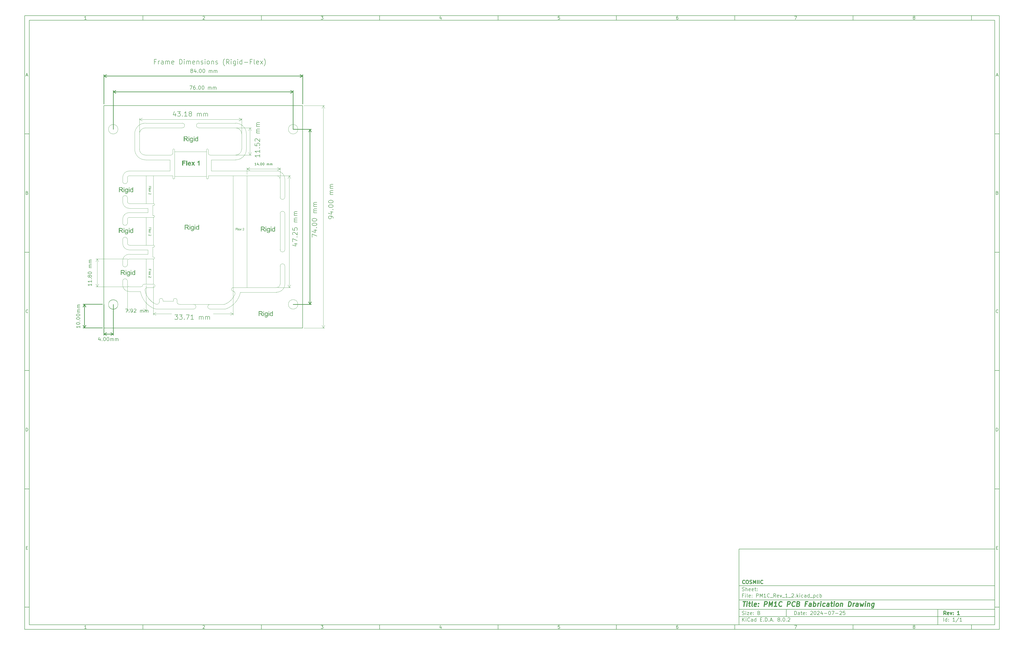
<source format=gbr>
%TF.GenerationSoftware,KiCad,Pcbnew,8.0.2*%
%TF.CreationDate,2024-09-08T21:36:55-05:00*%
%TF.ProjectId,PM1C_Rev_1_2,504d3143-5f52-4657-965f-315f322e6b69,1*%
%TF.SameCoordinates,PX297003ePY8770cd2*%
%TF.FileFunction,Other,User*%
%FSLAX46Y46*%
G04 Gerber Fmt 4.6, Leading zero omitted, Abs format (unit mm)*
G04 Created by KiCad (PCBNEW 8.0.2) date 2024-09-08 21:36:55*
%MOMM*%
%LPD*%
G01*
G04 APERTURE LIST*
%ADD10C,0.100000*%
%ADD11C,0.150000*%
%ADD12C,0.300000*%
%ADD13C,0.400000*%
%ADD14C,0.030000*%
%ADD15C,0.025000*%
%ADD16C,0.128000*%
%ADD17C,0.050800*%
%ADD18C,0.127000*%
%ADD19C,0.200000*%
%ADD20C,0.254000*%
%ADD21C,0.152400*%
G04 APERTURE END LIST*
D10*
D11*
X268349570Y-93380206D02*
X376349570Y-93380206D01*
X376349570Y-125380206D01*
X268349570Y-125380206D01*
X268349570Y-93380206D01*
D10*
D11*
X-33450430Y132019794D02*
X378349570Y132019794D01*
X378349570Y-127380206D01*
X-33450430Y-127380206D01*
X-33450430Y132019794D01*
D10*
D11*
X-31450430Y130019794D02*
X376349570Y130019794D01*
X376349570Y-125380206D01*
X-31450430Y-125380206D01*
X-31450430Y130019794D01*
D10*
D11*
X16549570Y130019794D02*
X16549570Y132019794D01*
D10*
D11*
X66549570Y130019794D02*
X66549570Y132019794D01*
D10*
D11*
X116549570Y130019794D02*
X116549570Y132019794D01*
D10*
D11*
X166549570Y130019794D02*
X166549570Y132019794D01*
D10*
D11*
X216549570Y130019794D02*
X216549570Y132019794D01*
D10*
D11*
X266549570Y130019794D02*
X266549570Y132019794D01*
D10*
D11*
X316549570Y130019794D02*
X316549570Y132019794D01*
D10*
D11*
X366549570Y130019794D02*
X366549570Y132019794D01*
D10*
D11*
X-7361270Y130426190D02*
X-8104127Y130426190D01*
X-7732699Y130426190D02*
X-7732699Y131726190D01*
X-7732699Y131726190D02*
X-7856508Y131540475D01*
X-7856508Y131540475D02*
X-7980318Y131416666D01*
X-7980318Y131416666D02*
X-8104127Y131354761D01*
D10*
D11*
X41895873Y131602380D02*
X41957777Y131664285D01*
X41957777Y131664285D02*
X42081587Y131726190D01*
X42081587Y131726190D02*
X42391111Y131726190D01*
X42391111Y131726190D02*
X42514920Y131664285D01*
X42514920Y131664285D02*
X42576825Y131602380D01*
X42576825Y131602380D02*
X42638730Y131478571D01*
X42638730Y131478571D02*
X42638730Y131354761D01*
X42638730Y131354761D02*
X42576825Y131169047D01*
X42576825Y131169047D02*
X41833968Y130426190D01*
X41833968Y130426190D02*
X42638730Y130426190D01*
D10*
D11*
X91833968Y131726190D02*
X92638730Y131726190D01*
X92638730Y131726190D02*
X92205396Y131230952D01*
X92205396Y131230952D02*
X92391111Y131230952D01*
X92391111Y131230952D02*
X92514920Y131169047D01*
X92514920Y131169047D02*
X92576825Y131107142D01*
X92576825Y131107142D02*
X92638730Y130983333D01*
X92638730Y130983333D02*
X92638730Y130673809D01*
X92638730Y130673809D02*
X92576825Y130549999D01*
X92576825Y130549999D02*
X92514920Y130488094D01*
X92514920Y130488094D02*
X92391111Y130426190D01*
X92391111Y130426190D02*
X92019682Y130426190D01*
X92019682Y130426190D02*
X91895873Y130488094D01*
X91895873Y130488094D02*
X91833968Y130549999D01*
D10*
D11*
X142514920Y131292856D02*
X142514920Y130426190D01*
X142205396Y131788094D02*
X141895873Y130859523D01*
X141895873Y130859523D02*
X142700634Y130859523D01*
D10*
D11*
X192576825Y131726190D02*
X191957777Y131726190D01*
X191957777Y131726190D02*
X191895873Y131107142D01*
X191895873Y131107142D02*
X191957777Y131169047D01*
X191957777Y131169047D02*
X192081587Y131230952D01*
X192081587Y131230952D02*
X192391111Y131230952D01*
X192391111Y131230952D02*
X192514920Y131169047D01*
X192514920Y131169047D02*
X192576825Y131107142D01*
X192576825Y131107142D02*
X192638730Y130983333D01*
X192638730Y130983333D02*
X192638730Y130673809D01*
X192638730Y130673809D02*
X192576825Y130549999D01*
X192576825Y130549999D02*
X192514920Y130488094D01*
X192514920Y130488094D02*
X192391111Y130426190D01*
X192391111Y130426190D02*
X192081587Y130426190D01*
X192081587Y130426190D02*
X191957777Y130488094D01*
X191957777Y130488094D02*
X191895873Y130549999D01*
D10*
D11*
X242514920Y131726190D02*
X242267301Y131726190D01*
X242267301Y131726190D02*
X242143492Y131664285D01*
X242143492Y131664285D02*
X242081587Y131602380D01*
X242081587Y131602380D02*
X241957777Y131416666D01*
X241957777Y131416666D02*
X241895873Y131169047D01*
X241895873Y131169047D02*
X241895873Y130673809D01*
X241895873Y130673809D02*
X241957777Y130549999D01*
X241957777Y130549999D02*
X242019682Y130488094D01*
X242019682Y130488094D02*
X242143492Y130426190D01*
X242143492Y130426190D02*
X242391111Y130426190D01*
X242391111Y130426190D02*
X242514920Y130488094D01*
X242514920Y130488094D02*
X242576825Y130549999D01*
X242576825Y130549999D02*
X242638730Y130673809D01*
X242638730Y130673809D02*
X242638730Y130983333D01*
X242638730Y130983333D02*
X242576825Y131107142D01*
X242576825Y131107142D02*
X242514920Y131169047D01*
X242514920Y131169047D02*
X242391111Y131230952D01*
X242391111Y131230952D02*
X242143492Y131230952D01*
X242143492Y131230952D02*
X242019682Y131169047D01*
X242019682Y131169047D02*
X241957777Y131107142D01*
X241957777Y131107142D02*
X241895873Y130983333D01*
D10*
D11*
X291833968Y131726190D02*
X292700634Y131726190D01*
X292700634Y131726190D02*
X292143492Y130426190D01*
D10*
D11*
X342143492Y131169047D02*
X342019682Y131230952D01*
X342019682Y131230952D02*
X341957777Y131292856D01*
X341957777Y131292856D02*
X341895873Y131416666D01*
X341895873Y131416666D02*
X341895873Y131478571D01*
X341895873Y131478571D02*
X341957777Y131602380D01*
X341957777Y131602380D02*
X342019682Y131664285D01*
X342019682Y131664285D02*
X342143492Y131726190D01*
X342143492Y131726190D02*
X342391111Y131726190D01*
X342391111Y131726190D02*
X342514920Y131664285D01*
X342514920Y131664285D02*
X342576825Y131602380D01*
X342576825Y131602380D02*
X342638730Y131478571D01*
X342638730Y131478571D02*
X342638730Y131416666D01*
X342638730Y131416666D02*
X342576825Y131292856D01*
X342576825Y131292856D02*
X342514920Y131230952D01*
X342514920Y131230952D02*
X342391111Y131169047D01*
X342391111Y131169047D02*
X342143492Y131169047D01*
X342143492Y131169047D02*
X342019682Y131107142D01*
X342019682Y131107142D02*
X341957777Y131045237D01*
X341957777Y131045237D02*
X341895873Y130921428D01*
X341895873Y130921428D02*
X341895873Y130673809D01*
X341895873Y130673809D02*
X341957777Y130549999D01*
X341957777Y130549999D02*
X342019682Y130488094D01*
X342019682Y130488094D02*
X342143492Y130426190D01*
X342143492Y130426190D02*
X342391111Y130426190D01*
X342391111Y130426190D02*
X342514920Y130488094D01*
X342514920Y130488094D02*
X342576825Y130549999D01*
X342576825Y130549999D02*
X342638730Y130673809D01*
X342638730Y130673809D02*
X342638730Y130921428D01*
X342638730Y130921428D02*
X342576825Y131045237D01*
X342576825Y131045237D02*
X342514920Y131107142D01*
X342514920Y131107142D02*
X342391111Y131169047D01*
D10*
D11*
X16549570Y-125380206D02*
X16549570Y-127380206D01*
D10*
D11*
X66549570Y-125380206D02*
X66549570Y-127380206D01*
D10*
D11*
X116549570Y-125380206D02*
X116549570Y-127380206D01*
D10*
D11*
X166549570Y-125380206D02*
X166549570Y-127380206D01*
D10*
D11*
X216549570Y-125380206D02*
X216549570Y-127380206D01*
D10*
D11*
X266549570Y-125380206D02*
X266549570Y-127380206D01*
D10*
D11*
X316549570Y-125380206D02*
X316549570Y-127380206D01*
D10*
D11*
X366549570Y-125380206D02*
X366549570Y-127380206D01*
D10*
D11*
X-7361270Y-126973810D02*
X-8104127Y-126973810D01*
X-7732699Y-126973810D02*
X-7732699Y-125673810D01*
X-7732699Y-125673810D02*
X-7856508Y-125859525D01*
X-7856508Y-125859525D02*
X-7980318Y-125983334D01*
X-7980318Y-125983334D02*
X-8104127Y-126045239D01*
D10*
D11*
X41895873Y-125797620D02*
X41957777Y-125735715D01*
X41957777Y-125735715D02*
X42081587Y-125673810D01*
X42081587Y-125673810D02*
X42391111Y-125673810D01*
X42391111Y-125673810D02*
X42514920Y-125735715D01*
X42514920Y-125735715D02*
X42576825Y-125797620D01*
X42576825Y-125797620D02*
X42638730Y-125921429D01*
X42638730Y-125921429D02*
X42638730Y-126045239D01*
X42638730Y-126045239D02*
X42576825Y-126230953D01*
X42576825Y-126230953D02*
X41833968Y-126973810D01*
X41833968Y-126973810D02*
X42638730Y-126973810D01*
D10*
D11*
X91833968Y-125673810D02*
X92638730Y-125673810D01*
X92638730Y-125673810D02*
X92205396Y-126169048D01*
X92205396Y-126169048D02*
X92391111Y-126169048D01*
X92391111Y-126169048D02*
X92514920Y-126230953D01*
X92514920Y-126230953D02*
X92576825Y-126292858D01*
X92576825Y-126292858D02*
X92638730Y-126416667D01*
X92638730Y-126416667D02*
X92638730Y-126726191D01*
X92638730Y-126726191D02*
X92576825Y-126850001D01*
X92576825Y-126850001D02*
X92514920Y-126911906D01*
X92514920Y-126911906D02*
X92391111Y-126973810D01*
X92391111Y-126973810D02*
X92019682Y-126973810D01*
X92019682Y-126973810D02*
X91895873Y-126911906D01*
X91895873Y-126911906D02*
X91833968Y-126850001D01*
D10*
D11*
X142514920Y-126107144D02*
X142514920Y-126973810D01*
X142205396Y-125611906D02*
X141895873Y-126540477D01*
X141895873Y-126540477D02*
X142700634Y-126540477D01*
D10*
D11*
X192576825Y-125673810D02*
X191957777Y-125673810D01*
X191957777Y-125673810D02*
X191895873Y-126292858D01*
X191895873Y-126292858D02*
X191957777Y-126230953D01*
X191957777Y-126230953D02*
X192081587Y-126169048D01*
X192081587Y-126169048D02*
X192391111Y-126169048D01*
X192391111Y-126169048D02*
X192514920Y-126230953D01*
X192514920Y-126230953D02*
X192576825Y-126292858D01*
X192576825Y-126292858D02*
X192638730Y-126416667D01*
X192638730Y-126416667D02*
X192638730Y-126726191D01*
X192638730Y-126726191D02*
X192576825Y-126850001D01*
X192576825Y-126850001D02*
X192514920Y-126911906D01*
X192514920Y-126911906D02*
X192391111Y-126973810D01*
X192391111Y-126973810D02*
X192081587Y-126973810D01*
X192081587Y-126973810D02*
X191957777Y-126911906D01*
X191957777Y-126911906D02*
X191895873Y-126850001D01*
D10*
D11*
X242514920Y-125673810D02*
X242267301Y-125673810D01*
X242267301Y-125673810D02*
X242143492Y-125735715D01*
X242143492Y-125735715D02*
X242081587Y-125797620D01*
X242081587Y-125797620D02*
X241957777Y-125983334D01*
X241957777Y-125983334D02*
X241895873Y-126230953D01*
X241895873Y-126230953D02*
X241895873Y-126726191D01*
X241895873Y-126726191D02*
X241957777Y-126850001D01*
X241957777Y-126850001D02*
X242019682Y-126911906D01*
X242019682Y-126911906D02*
X242143492Y-126973810D01*
X242143492Y-126973810D02*
X242391111Y-126973810D01*
X242391111Y-126973810D02*
X242514920Y-126911906D01*
X242514920Y-126911906D02*
X242576825Y-126850001D01*
X242576825Y-126850001D02*
X242638730Y-126726191D01*
X242638730Y-126726191D02*
X242638730Y-126416667D01*
X242638730Y-126416667D02*
X242576825Y-126292858D01*
X242576825Y-126292858D02*
X242514920Y-126230953D01*
X242514920Y-126230953D02*
X242391111Y-126169048D01*
X242391111Y-126169048D02*
X242143492Y-126169048D01*
X242143492Y-126169048D02*
X242019682Y-126230953D01*
X242019682Y-126230953D02*
X241957777Y-126292858D01*
X241957777Y-126292858D02*
X241895873Y-126416667D01*
D10*
D11*
X291833968Y-125673810D02*
X292700634Y-125673810D01*
X292700634Y-125673810D02*
X292143492Y-126973810D01*
D10*
D11*
X342143492Y-126230953D02*
X342019682Y-126169048D01*
X342019682Y-126169048D02*
X341957777Y-126107144D01*
X341957777Y-126107144D02*
X341895873Y-125983334D01*
X341895873Y-125983334D02*
X341895873Y-125921429D01*
X341895873Y-125921429D02*
X341957777Y-125797620D01*
X341957777Y-125797620D02*
X342019682Y-125735715D01*
X342019682Y-125735715D02*
X342143492Y-125673810D01*
X342143492Y-125673810D02*
X342391111Y-125673810D01*
X342391111Y-125673810D02*
X342514920Y-125735715D01*
X342514920Y-125735715D02*
X342576825Y-125797620D01*
X342576825Y-125797620D02*
X342638730Y-125921429D01*
X342638730Y-125921429D02*
X342638730Y-125983334D01*
X342638730Y-125983334D02*
X342576825Y-126107144D01*
X342576825Y-126107144D02*
X342514920Y-126169048D01*
X342514920Y-126169048D02*
X342391111Y-126230953D01*
X342391111Y-126230953D02*
X342143492Y-126230953D01*
X342143492Y-126230953D02*
X342019682Y-126292858D01*
X342019682Y-126292858D02*
X341957777Y-126354763D01*
X341957777Y-126354763D02*
X341895873Y-126478572D01*
X341895873Y-126478572D02*
X341895873Y-126726191D01*
X341895873Y-126726191D02*
X341957777Y-126850001D01*
X341957777Y-126850001D02*
X342019682Y-126911906D01*
X342019682Y-126911906D02*
X342143492Y-126973810D01*
X342143492Y-126973810D02*
X342391111Y-126973810D01*
X342391111Y-126973810D02*
X342514920Y-126911906D01*
X342514920Y-126911906D02*
X342576825Y-126850001D01*
X342576825Y-126850001D02*
X342638730Y-126726191D01*
X342638730Y-126726191D02*
X342638730Y-126478572D01*
X342638730Y-126478572D02*
X342576825Y-126354763D01*
X342576825Y-126354763D02*
X342514920Y-126292858D01*
X342514920Y-126292858D02*
X342391111Y-126230953D01*
D10*
D11*
X-33450430Y82019794D02*
X-31450430Y82019794D01*
D10*
D11*
X-33450430Y32019794D02*
X-31450430Y32019794D01*
D10*
D11*
X-33450430Y-17980206D02*
X-31450430Y-17980206D01*
D10*
D11*
X-33450430Y-67980206D02*
X-31450430Y-67980206D01*
D10*
D11*
X-33450430Y-117980206D02*
X-31450430Y-117980206D01*
D10*
D11*
X-32759954Y106797618D02*
X-32140907Y106797618D01*
X-32883764Y106426190D02*
X-32450431Y107726190D01*
X-32450431Y107726190D02*
X-32017097Y106426190D01*
D10*
D11*
X-32357573Y57107142D02*
X-32171859Y57045237D01*
X-32171859Y57045237D02*
X-32109954Y56983333D01*
X-32109954Y56983333D02*
X-32048050Y56859523D01*
X-32048050Y56859523D02*
X-32048050Y56673809D01*
X-32048050Y56673809D02*
X-32109954Y56549999D01*
X-32109954Y56549999D02*
X-32171859Y56488094D01*
X-32171859Y56488094D02*
X-32295669Y56426190D01*
X-32295669Y56426190D02*
X-32790907Y56426190D01*
X-32790907Y56426190D02*
X-32790907Y57726190D01*
X-32790907Y57726190D02*
X-32357573Y57726190D01*
X-32357573Y57726190D02*
X-32233764Y57664285D01*
X-32233764Y57664285D02*
X-32171859Y57602380D01*
X-32171859Y57602380D02*
X-32109954Y57478571D01*
X-32109954Y57478571D02*
X-32109954Y57354761D01*
X-32109954Y57354761D02*
X-32171859Y57230952D01*
X-32171859Y57230952D02*
X-32233764Y57169047D01*
X-32233764Y57169047D02*
X-32357573Y57107142D01*
X-32357573Y57107142D02*
X-32790907Y57107142D01*
D10*
D11*
X-32048050Y6549999D02*
X-32109954Y6488094D01*
X-32109954Y6488094D02*
X-32295669Y6426190D01*
X-32295669Y6426190D02*
X-32419478Y6426190D01*
X-32419478Y6426190D02*
X-32605192Y6488094D01*
X-32605192Y6488094D02*
X-32729002Y6611904D01*
X-32729002Y6611904D02*
X-32790907Y6735714D01*
X-32790907Y6735714D02*
X-32852811Y6983333D01*
X-32852811Y6983333D02*
X-32852811Y7169047D01*
X-32852811Y7169047D02*
X-32790907Y7416666D01*
X-32790907Y7416666D02*
X-32729002Y7540475D01*
X-32729002Y7540475D02*
X-32605192Y7664285D01*
X-32605192Y7664285D02*
X-32419478Y7726190D01*
X-32419478Y7726190D02*
X-32295669Y7726190D01*
X-32295669Y7726190D02*
X-32109954Y7664285D01*
X-32109954Y7664285D02*
X-32048050Y7602380D01*
D10*
D11*
X-32790907Y-43573810D02*
X-32790907Y-42273810D01*
X-32790907Y-42273810D02*
X-32481383Y-42273810D01*
X-32481383Y-42273810D02*
X-32295669Y-42335715D01*
X-32295669Y-42335715D02*
X-32171859Y-42459525D01*
X-32171859Y-42459525D02*
X-32109954Y-42583334D01*
X-32109954Y-42583334D02*
X-32048050Y-42830953D01*
X-32048050Y-42830953D02*
X-32048050Y-43016667D01*
X-32048050Y-43016667D02*
X-32109954Y-43264286D01*
X-32109954Y-43264286D02*
X-32171859Y-43388096D01*
X-32171859Y-43388096D02*
X-32295669Y-43511906D01*
X-32295669Y-43511906D02*
X-32481383Y-43573810D01*
X-32481383Y-43573810D02*
X-32790907Y-43573810D01*
D10*
D11*
X-32729002Y-92892858D02*
X-32295668Y-92892858D01*
X-32109954Y-93573810D02*
X-32729002Y-93573810D01*
X-32729002Y-93573810D02*
X-32729002Y-92273810D01*
X-32729002Y-92273810D02*
X-32109954Y-92273810D01*
D10*
D11*
X378349570Y82019794D02*
X376349570Y82019794D01*
D10*
D11*
X378349570Y32019794D02*
X376349570Y32019794D01*
D10*
D11*
X378349570Y-17980206D02*
X376349570Y-17980206D01*
D10*
D11*
X378349570Y-67980206D02*
X376349570Y-67980206D01*
D10*
D11*
X378349570Y-117980206D02*
X376349570Y-117980206D01*
D10*
D11*
X377040046Y106797618D02*
X377659093Y106797618D01*
X376916236Y106426190D02*
X377349569Y107726190D01*
X377349569Y107726190D02*
X377782903Y106426190D01*
D10*
D11*
X377442427Y57107142D02*
X377628141Y57045237D01*
X377628141Y57045237D02*
X377690046Y56983333D01*
X377690046Y56983333D02*
X377751950Y56859523D01*
X377751950Y56859523D02*
X377751950Y56673809D01*
X377751950Y56673809D02*
X377690046Y56549999D01*
X377690046Y56549999D02*
X377628141Y56488094D01*
X377628141Y56488094D02*
X377504331Y56426190D01*
X377504331Y56426190D02*
X377009093Y56426190D01*
X377009093Y56426190D02*
X377009093Y57726190D01*
X377009093Y57726190D02*
X377442427Y57726190D01*
X377442427Y57726190D02*
X377566236Y57664285D01*
X377566236Y57664285D02*
X377628141Y57602380D01*
X377628141Y57602380D02*
X377690046Y57478571D01*
X377690046Y57478571D02*
X377690046Y57354761D01*
X377690046Y57354761D02*
X377628141Y57230952D01*
X377628141Y57230952D02*
X377566236Y57169047D01*
X377566236Y57169047D02*
X377442427Y57107142D01*
X377442427Y57107142D02*
X377009093Y57107142D01*
D10*
D11*
X377751950Y6549999D02*
X377690046Y6488094D01*
X377690046Y6488094D02*
X377504331Y6426190D01*
X377504331Y6426190D02*
X377380522Y6426190D01*
X377380522Y6426190D02*
X377194808Y6488094D01*
X377194808Y6488094D02*
X377070998Y6611904D01*
X377070998Y6611904D02*
X377009093Y6735714D01*
X377009093Y6735714D02*
X376947189Y6983333D01*
X376947189Y6983333D02*
X376947189Y7169047D01*
X376947189Y7169047D02*
X377009093Y7416666D01*
X377009093Y7416666D02*
X377070998Y7540475D01*
X377070998Y7540475D02*
X377194808Y7664285D01*
X377194808Y7664285D02*
X377380522Y7726190D01*
X377380522Y7726190D02*
X377504331Y7726190D01*
X377504331Y7726190D02*
X377690046Y7664285D01*
X377690046Y7664285D02*
X377751950Y7602380D01*
D10*
D11*
X377009093Y-43573810D02*
X377009093Y-42273810D01*
X377009093Y-42273810D02*
X377318617Y-42273810D01*
X377318617Y-42273810D02*
X377504331Y-42335715D01*
X377504331Y-42335715D02*
X377628141Y-42459525D01*
X377628141Y-42459525D02*
X377690046Y-42583334D01*
X377690046Y-42583334D02*
X377751950Y-42830953D01*
X377751950Y-42830953D02*
X377751950Y-43016667D01*
X377751950Y-43016667D02*
X377690046Y-43264286D01*
X377690046Y-43264286D02*
X377628141Y-43388096D01*
X377628141Y-43388096D02*
X377504331Y-43511906D01*
X377504331Y-43511906D02*
X377318617Y-43573810D01*
X377318617Y-43573810D02*
X377009093Y-43573810D01*
D10*
D11*
X377070998Y-92892858D02*
X377504332Y-92892858D01*
X377690046Y-93573810D02*
X377070998Y-93573810D01*
X377070998Y-93573810D02*
X377070998Y-92273810D01*
X377070998Y-92273810D02*
X377690046Y-92273810D01*
D10*
D11*
X291805396Y-121166334D02*
X291805396Y-119666334D01*
X291805396Y-119666334D02*
X292162539Y-119666334D01*
X292162539Y-119666334D02*
X292376825Y-119737763D01*
X292376825Y-119737763D02*
X292519682Y-119880620D01*
X292519682Y-119880620D02*
X292591111Y-120023477D01*
X292591111Y-120023477D02*
X292662539Y-120309191D01*
X292662539Y-120309191D02*
X292662539Y-120523477D01*
X292662539Y-120523477D02*
X292591111Y-120809191D01*
X292591111Y-120809191D02*
X292519682Y-120952048D01*
X292519682Y-120952048D02*
X292376825Y-121094906D01*
X292376825Y-121094906D02*
X292162539Y-121166334D01*
X292162539Y-121166334D02*
X291805396Y-121166334D01*
X293948254Y-121166334D02*
X293948254Y-120380620D01*
X293948254Y-120380620D02*
X293876825Y-120237763D01*
X293876825Y-120237763D02*
X293733968Y-120166334D01*
X293733968Y-120166334D02*
X293448254Y-120166334D01*
X293448254Y-120166334D02*
X293305396Y-120237763D01*
X293948254Y-121094906D02*
X293805396Y-121166334D01*
X293805396Y-121166334D02*
X293448254Y-121166334D01*
X293448254Y-121166334D02*
X293305396Y-121094906D01*
X293305396Y-121094906D02*
X293233968Y-120952048D01*
X293233968Y-120952048D02*
X293233968Y-120809191D01*
X293233968Y-120809191D02*
X293305396Y-120666334D01*
X293305396Y-120666334D02*
X293448254Y-120594906D01*
X293448254Y-120594906D02*
X293805396Y-120594906D01*
X293805396Y-120594906D02*
X293948254Y-120523477D01*
X294448254Y-120166334D02*
X295019682Y-120166334D01*
X294662539Y-119666334D02*
X294662539Y-120952048D01*
X294662539Y-120952048D02*
X294733968Y-121094906D01*
X294733968Y-121094906D02*
X294876825Y-121166334D01*
X294876825Y-121166334D02*
X295019682Y-121166334D01*
X296091111Y-121094906D02*
X295948254Y-121166334D01*
X295948254Y-121166334D02*
X295662540Y-121166334D01*
X295662540Y-121166334D02*
X295519682Y-121094906D01*
X295519682Y-121094906D02*
X295448254Y-120952048D01*
X295448254Y-120952048D02*
X295448254Y-120380620D01*
X295448254Y-120380620D02*
X295519682Y-120237763D01*
X295519682Y-120237763D02*
X295662540Y-120166334D01*
X295662540Y-120166334D02*
X295948254Y-120166334D01*
X295948254Y-120166334D02*
X296091111Y-120237763D01*
X296091111Y-120237763D02*
X296162540Y-120380620D01*
X296162540Y-120380620D02*
X296162540Y-120523477D01*
X296162540Y-120523477D02*
X295448254Y-120666334D01*
X296805396Y-121023477D02*
X296876825Y-121094906D01*
X296876825Y-121094906D02*
X296805396Y-121166334D01*
X296805396Y-121166334D02*
X296733968Y-121094906D01*
X296733968Y-121094906D02*
X296805396Y-121023477D01*
X296805396Y-121023477D02*
X296805396Y-121166334D01*
X296805396Y-120237763D02*
X296876825Y-120309191D01*
X296876825Y-120309191D02*
X296805396Y-120380620D01*
X296805396Y-120380620D02*
X296733968Y-120309191D01*
X296733968Y-120309191D02*
X296805396Y-120237763D01*
X296805396Y-120237763D02*
X296805396Y-120380620D01*
X298591111Y-119809191D02*
X298662539Y-119737763D01*
X298662539Y-119737763D02*
X298805397Y-119666334D01*
X298805397Y-119666334D02*
X299162539Y-119666334D01*
X299162539Y-119666334D02*
X299305397Y-119737763D01*
X299305397Y-119737763D02*
X299376825Y-119809191D01*
X299376825Y-119809191D02*
X299448254Y-119952048D01*
X299448254Y-119952048D02*
X299448254Y-120094906D01*
X299448254Y-120094906D02*
X299376825Y-120309191D01*
X299376825Y-120309191D02*
X298519682Y-121166334D01*
X298519682Y-121166334D02*
X299448254Y-121166334D01*
X300376825Y-119666334D02*
X300519682Y-119666334D01*
X300519682Y-119666334D02*
X300662539Y-119737763D01*
X300662539Y-119737763D02*
X300733968Y-119809191D01*
X300733968Y-119809191D02*
X300805396Y-119952048D01*
X300805396Y-119952048D02*
X300876825Y-120237763D01*
X300876825Y-120237763D02*
X300876825Y-120594906D01*
X300876825Y-120594906D02*
X300805396Y-120880620D01*
X300805396Y-120880620D02*
X300733968Y-121023477D01*
X300733968Y-121023477D02*
X300662539Y-121094906D01*
X300662539Y-121094906D02*
X300519682Y-121166334D01*
X300519682Y-121166334D02*
X300376825Y-121166334D01*
X300376825Y-121166334D02*
X300233968Y-121094906D01*
X300233968Y-121094906D02*
X300162539Y-121023477D01*
X300162539Y-121023477D02*
X300091110Y-120880620D01*
X300091110Y-120880620D02*
X300019682Y-120594906D01*
X300019682Y-120594906D02*
X300019682Y-120237763D01*
X300019682Y-120237763D02*
X300091110Y-119952048D01*
X300091110Y-119952048D02*
X300162539Y-119809191D01*
X300162539Y-119809191D02*
X300233968Y-119737763D01*
X300233968Y-119737763D02*
X300376825Y-119666334D01*
X301448253Y-119809191D02*
X301519681Y-119737763D01*
X301519681Y-119737763D02*
X301662539Y-119666334D01*
X301662539Y-119666334D02*
X302019681Y-119666334D01*
X302019681Y-119666334D02*
X302162539Y-119737763D01*
X302162539Y-119737763D02*
X302233967Y-119809191D01*
X302233967Y-119809191D02*
X302305396Y-119952048D01*
X302305396Y-119952048D02*
X302305396Y-120094906D01*
X302305396Y-120094906D02*
X302233967Y-120309191D01*
X302233967Y-120309191D02*
X301376824Y-121166334D01*
X301376824Y-121166334D02*
X302305396Y-121166334D01*
X303591110Y-120166334D02*
X303591110Y-121166334D01*
X303233967Y-119594906D02*
X302876824Y-120666334D01*
X302876824Y-120666334D02*
X303805395Y-120666334D01*
X304376823Y-120594906D02*
X305519681Y-120594906D01*
X306519681Y-119666334D02*
X306662538Y-119666334D01*
X306662538Y-119666334D02*
X306805395Y-119737763D01*
X306805395Y-119737763D02*
X306876824Y-119809191D01*
X306876824Y-119809191D02*
X306948252Y-119952048D01*
X306948252Y-119952048D02*
X307019681Y-120237763D01*
X307019681Y-120237763D02*
X307019681Y-120594906D01*
X307019681Y-120594906D02*
X306948252Y-120880620D01*
X306948252Y-120880620D02*
X306876824Y-121023477D01*
X306876824Y-121023477D02*
X306805395Y-121094906D01*
X306805395Y-121094906D02*
X306662538Y-121166334D01*
X306662538Y-121166334D02*
X306519681Y-121166334D01*
X306519681Y-121166334D02*
X306376824Y-121094906D01*
X306376824Y-121094906D02*
X306305395Y-121023477D01*
X306305395Y-121023477D02*
X306233966Y-120880620D01*
X306233966Y-120880620D02*
X306162538Y-120594906D01*
X306162538Y-120594906D02*
X306162538Y-120237763D01*
X306162538Y-120237763D02*
X306233966Y-119952048D01*
X306233966Y-119952048D02*
X306305395Y-119809191D01*
X306305395Y-119809191D02*
X306376824Y-119737763D01*
X306376824Y-119737763D02*
X306519681Y-119666334D01*
X307519680Y-119666334D02*
X308519680Y-119666334D01*
X308519680Y-119666334D02*
X307876823Y-121166334D01*
X309091108Y-120594906D02*
X310233966Y-120594906D01*
X310876823Y-119809191D02*
X310948251Y-119737763D01*
X310948251Y-119737763D02*
X311091109Y-119666334D01*
X311091109Y-119666334D02*
X311448251Y-119666334D01*
X311448251Y-119666334D02*
X311591109Y-119737763D01*
X311591109Y-119737763D02*
X311662537Y-119809191D01*
X311662537Y-119809191D02*
X311733966Y-119952048D01*
X311733966Y-119952048D02*
X311733966Y-120094906D01*
X311733966Y-120094906D02*
X311662537Y-120309191D01*
X311662537Y-120309191D02*
X310805394Y-121166334D01*
X310805394Y-121166334D02*
X311733966Y-121166334D01*
X313091108Y-119666334D02*
X312376822Y-119666334D01*
X312376822Y-119666334D02*
X312305394Y-120380620D01*
X312305394Y-120380620D02*
X312376822Y-120309191D01*
X312376822Y-120309191D02*
X312519680Y-120237763D01*
X312519680Y-120237763D02*
X312876822Y-120237763D01*
X312876822Y-120237763D02*
X313019680Y-120309191D01*
X313019680Y-120309191D02*
X313091108Y-120380620D01*
X313091108Y-120380620D02*
X313162537Y-120523477D01*
X313162537Y-120523477D02*
X313162537Y-120880620D01*
X313162537Y-120880620D02*
X313091108Y-121023477D01*
X313091108Y-121023477D02*
X313019680Y-121094906D01*
X313019680Y-121094906D02*
X312876822Y-121166334D01*
X312876822Y-121166334D02*
X312519680Y-121166334D01*
X312519680Y-121166334D02*
X312376822Y-121094906D01*
X312376822Y-121094906D02*
X312305394Y-121023477D01*
D10*
D11*
X268349570Y-121880206D02*
X376349570Y-121880206D01*
D10*
D11*
X269805396Y-123966334D02*
X269805396Y-122466334D01*
X270662539Y-123966334D02*
X270019682Y-123109191D01*
X270662539Y-122466334D02*
X269805396Y-123323477D01*
X271305396Y-123966334D02*
X271305396Y-122966334D01*
X271305396Y-122466334D02*
X271233968Y-122537763D01*
X271233968Y-122537763D02*
X271305396Y-122609191D01*
X271305396Y-122609191D02*
X271376825Y-122537763D01*
X271376825Y-122537763D02*
X271305396Y-122466334D01*
X271305396Y-122466334D02*
X271305396Y-122609191D01*
X272876825Y-123823477D02*
X272805397Y-123894906D01*
X272805397Y-123894906D02*
X272591111Y-123966334D01*
X272591111Y-123966334D02*
X272448254Y-123966334D01*
X272448254Y-123966334D02*
X272233968Y-123894906D01*
X272233968Y-123894906D02*
X272091111Y-123752048D01*
X272091111Y-123752048D02*
X272019682Y-123609191D01*
X272019682Y-123609191D02*
X271948254Y-123323477D01*
X271948254Y-123323477D02*
X271948254Y-123109191D01*
X271948254Y-123109191D02*
X272019682Y-122823477D01*
X272019682Y-122823477D02*
X272091111Y-122680620D01*
X272091111Y-122680620D02*
X272233968Y-122537763D01*
X272233968Y-122537763D02*
X272448254Y-122466334D01*
X272448254Y-122466334D02*
X272591111Y-122466334D01*
X272591111Y-122466334D02*
X272805397Y-122537763D01*
X272805397Y-122537763D02*
X272876825Y-122609191D01*
X274162540Y-123966334D02*
X274162540Y-123180620D01*
X274162540Y-123180620D02*
X274091111Y-123037763D01*
X274091111Y-123037763D02*
X273948254Y-122966334D01*
X273948254Y-122966334D02*
X273662540Y-122966334D01*
X273662540Y-122966334D02*
X273519682Y-123037763D01*
X274162540Y-123894906D02*
X274019682Y-123966334D01*
X274019682Y-123966334D02*
X273662540Y-123966334D01*
X273662540Y-123966334D02*
X273519682Y-123894906D01*
X273519682Y-123894906D02*
X273448254Y-123752048D01*
X273448254Y-123752048D02*
X273448254Y-123609191D01*
X273448254Y-123609191D02*
X273519682Y-123466334D01*
X273519682Y-123466334D02*
X273662540Y-123394906D01*
X273662540Y-123394906D02*
X274019682Y-123394906D01*
X274019682Y-123394906D02*
X274162540Y-123323477D01*
X275519683Y-123966334D02*
X275519683Y-122466334D01*
X275519683Y-123894906D02*
X275376825Y-123966334D01*
X275376825Y-123966334D02*
X275091111Y-123966334D01*
X275091111Y-123966334D02*
X274948254Y-123894906D01*
X274948254Y-123894906D02*
X274876825Y-123823477D01*
X274876825Y-123823477D02*
X274805397Y-123680620D01*
X274805397Y-123680620D02*
X274805397Y-123252048D01*
X274805397Y-123252048D02*
X274876825Y-123109191D01*
X274876825Y-123109191D02*
X274948254Y-123037763D01*
X274948254Y-123037763D02*
X275091111Y-122966334D01*
X275091111Y-122966334D02*
X275376825Y-122966334D01*
X275376825Y-122966334D02*
X275519683Y-123037763D01*
X277376825Y-123180620D02*
X277876825Y-123180620D01*
X278091111Y-123966334D02*
X277376825Y-123966334D01*
X277376825Y-123966334D02*
X277376825Y-122466334D01*
X277376825Y-122466334D02*
X278091111Y-122466334D01*
X278733968Y-123823477D02*
X278805397Y-123894906D01*
X278805397Y-123894906D02*
X278733968Y-123966334D01*
X278733968Y-123966334D02*
X278662540Y-123894906D01*
X278662540Y-123894906D02*
X278733968Y-123823477D01*
X278733968Y-123823477D02*
X278733968Y-123966334D01*
X279448254Y-123966334D02*
X279448254Y-122466334D01*
X279448254Y-122466334D02*
X279805397Y-122466334D01*
X279805397Y-122466334D02*
X280019683Y-122537763D01*
X280019683Y-122537763D02*
X280162540Y-122680620D01*
X280162540Y-122680620D02*
X280233969Y-122823477D01*
X280233969Y-122823477D02*
X280305397Y-123109191D01*
X280305397Y-123109191D02*
X280305397Y-123323477D01*
X280305397Y-123323477D02*
X280233969Y-123609191D01*
X280233969Y-123609191D02*
X280162540Y-123752048D01*
X280162540Y-123752048D02*
X280019683Y-123894906D01*
X280019683Y-123894906D02*
X279805397Y-123966334D01*
X279805397Y-123966334D02*
X279448254Y-123966334D01*
X280948254Y-123823477D02*
X281019683Y-123894906D01*
X281019683Y-123894906D02*
X280948254Y-123966334D01*
X280948254Y-123966334D02*
X280876826Y-123894906D01*
X280876826Y-123894906D02*
X280948254Y-123823477D01*
X280948254Y-123823477D02*
X280948254Y-123966334D01*
X281591112Y-123537763D02*
X282305398Y-123537763D01*
X281448255Y-123966334D02*
X281948255Y-122466334D01*
X281948255Y-122466334D02*
X282448255Y-123966334D01*
X282948254Y-123823477D02*
X283019683Y-123894906D01*
X283019683Y-123894906D02*
X282948254Y-123966334D01*
X282948254Y-123966334D02*
X282876826Y-123894906D01*
X282876826Y-123894906D02*
X282948254Y-123823477D01*
X282948254Y-123823477D02*
X282948254Y-123966334D01*
X285019683Y-123109191D02*
X284876826Y-123037763D01*
X284876826Y-123037763D02*
X284805397Y-122966334D01*
X284805397Y-122966334D02*
X284733969Y-122823477D01*
X284733969Y-122823477D02*
X284733969Y-122752048D01*
X284733969Y-122752048D02*
X284805397Y-122609191D01*
X284805397Y-122609191D02*
X284876826Y-122537763D01*
X284876826Y-122537763D02*
X285019683Y-122466334D01*
X285019683Y-122466334D02*
X285305397Y-122466334D01*
X285305397Y-122466334D02*
X285448255Y-122537763D01*
X285448255Y-122537763D02*
X285519683Y-122609191D01*
X285519683Y-122609191D02*
X285591112Y-122752048D01*
X285591112Y-122752048D02*
X285591112Y-122823477D01*
X285591112Y-122823477D02*
X285519683Y-122966334D01*
X285519683Y-122966334D02*
X285448255Y-123037763D01*
X285448255Y-123037763D02*
X285305397Y-123109191D01*
X285305397Y-123109191D02*
X285019683Y-123109191D01*
X285019683Y-123109191D02*
X284876826Y-123180620D01*
X284876826Y-123180620D02*
X284805397Y-123252048D01*
X284805397Y-123252048D02*
X284733969Y-123394906D01*
X284733969Y-123394906D02*
X284733969Y-123680620D01*
X284733969Y-123680620D02*
X284805397Y-123823477D01*
X284805397Y-123823477D02*
X284876826Y-123894906D01*
X284876826Y-123894906D02*
X285019683Y-123966334D01*
X285019683Y-123966334D02*
X285305397Y-123966334D01*
X285305397Y-123966334D02*
X285448255Y-123894906D01*
X285448255Y-123894906D02*
X285519683Y-123823477D01*
X285519683Y-123823477D02*
X285591112Y-123680620D01*
X285591112Y-123680620D02*
X285591112Y-123394906D01*
X285591112Y-123394906D02*
X285519683Y-123252048D01*
X285519683Y-123252048D02*
X285448255Y-123180620D01*
X285448255Y-123180620D02*
X285305397Y-123109191D01*
X286233968Y-123823477D02*
X286305397Y-123894906D01*
X286305397Y-123894906D02*
X286233968Y-123966334D01*
X286233968Y-123966334D02*
X286162540Y-123894906D01*
X286162540Y-123894906D02*
X286233968Y-123823477D01*
X286233968Y-123823477D02*
X286233968Y-123966334D01*
X287233969Y-122466334D02*
X287376826Y-122466334D01*
X287376826Y-122466334D02*
X287519683Y-122537763D01*
X287519683Y-122537763D02*
X287591112Y-122609191D01*
X287591112Y-122609191D02*
X287662540Y-122752048D01*
X287662540Y-122752048D02*
X287733969Y-123037763D01*
X287733969Y-123037763D02*
X287733969Y-123394906D01*
X287733969Y-123394906D02*
X287662540Y-123680620D01*
X287662540Y-123680620D02*
X287591112Y-123823477D01*
X287591112Y-123823477D02*
X287519683Y-123894906D01*
X287519683Y-123894906D02*
X287376826Y-123966334D01*
X287376826Y-123966334D02*
X287233969Y-123966334D01*
X287233969Y-123966334D02*
X287091112Y-123894906D01*
X287091112Y-123894906D02*
X287019683Y-123823477D01*
X287019683Y-123823477D02*
X286948254Y-123680620D01*
X286948254Y-123680620D02*
X286876826Y-123394906D01*
X286876826Y-123394906D02*
X286876826Y-123037763D01*
X286876826Y-123037763D02*
X286948254Y-122752048D01*
X286948254Y-122752048D02*
X287019683Y-122609191D01*
X287019683Y-122609191D02*
X287091112Y-122537763D01*
X287091112Y-122537763D02*
X287233969Y-122466334D01*
X288376825Y-123823477D02*
X288448254Y-123894906D01*
X288448254Y-123894906D02*
X288376825Y-123966334D01*
X288376825Y-123966334D02*
X288305397Y-123894906D01*
X288305397Y-123894906D02*
X288376825Y-123823477D01*
X288376825Y-123823477D02*
X288376825Y-123966334D01*
X289019683Y-122609191D02*
X289091111Y-122537763D01*
X289091111Y-122537763D02*
X289233969Y-122466334D01*
X289233969Y-122466334D02*
X289591111Y-122466334D01*
X289591111Y-122466334D02*
X289733969Y-122537763D01*
X289733969Y-122537763D02*
X289805397Y-122609191D01*
X289805397Y-122609191D02*
X289876826Y-122752048D01*
X289876826Y-122752048D02*
X289876826Y-122894906D01*
X289876826Y-122894906D02*
X289805397Y-123109191D01*
X289805397Y-123109191D02*
X288948254Y-123966334D01*
X288948254Y-123966334D02*
X289876826Y-123966334D01*
D10*
D11*
X268349570Y-118880206D02*
X376349570Y-118880206D01*
D10*
D12*
X355761223Y-121158534D02*
X355261223Y-120444248D01*
X354904080Y-121158534D02*
X354904080Y-119658534D01*
X354904080Y-119658534D02*
X355475509Y-119658534D01*
X355475509Y-119658534D02*
X355618366Y-119729963D01*
X355618366Y-119729963D02*
X355689795Y-119801391D01*
X355689795Y-119801391D02*
X355761223Y-119944248D01*
X355761223Y-119944248D02*
X355761223Y-120158534D01*
X355761223Y-120158534D02*
X355689795Y-120301391D01*
X355689795Y-120301391D02*
X355618366Y-120372820D01*
X355618366Y-120372820D02*
X355475509Y-120444248D01*
X355475509Y-120444248D02*
X354904080Y-120444248D01*
X356975509Y-121087106D02*
X356832652Y-121158534D01*
X356832652Y-121158534D02*
X356546938Y-121158534D01*
X356546938Y-121158534D02*
X356404080Y-121087106D01*
X356404080Y-121087106D02*
X356332652Y-120944248D01*
X356332652Y-120944248D02*
X356332652Y-120372820D01*
X356332652Y-120372820D02*
X356404080Y-120229963D01*
X356404080Y-120229963D02*
X356546938Y-120158534D01*
X356546938Y-120158534D02*
X356832652Y-120158534D01*
X356832652Y-120158534D02*
X356975509Y-120229963D01*
X356975509Y-120229963D02*
X357046938Y-120372820D01*
X357046938Y-120372820D02*
X357046938Y-120515677D01*
X357046938Y-120515677D02*
X356332652Y-120658534D01*
X357546937Y-120158534D02*
X357904080Y-121158534D01*
X357904080Y-121158534D02*
X358261223Y-120158534D01*
X358832651Y-121015677D02*
X358904080Y-121087106D01*
X358904080Y-121087106D02*
X358832651Y-121158534D01*
X358832651Y-121158534D02*
X358761223Y-121087106D01*
X358761223Y-121087106D02*
X358832651Y-121015677D01*
X358832651Y-121015677D02*
X358832651Y-121158534D01*
X358832651Y-120229963D02*
X358904080Y-120301391D01*
X358904080Y-120301391D02*
X358832651Y-120372820D01*
X358832651Y-120372820D02*
X358761223Y-120301391D01*
X358761223Y-120301391D02*
X358832651Y-120229963D01*
X358832651Y-120229963D02*
X358832651Y-120372820D01*
X361475509Y-121158534D02*
X360618366Y-121158534D01*
X361046937Y-121158534D02*
X361046937Y-119658534D01*
X361046937Y-119658534D02*
X360904080Y-119872820D01*
X360904080Y-119872820D02*
X360761223Y-120015677D01*
X360761223Y-120015677D02*
X360618366Y-120087106D01*
D10*
D11*
X269733968Y-121094906D02*
X269948254Y-121166334D01*
X269948254Y-121166334D02*
X270305396Y-121166334D01*
X270305396Y-121166334D02*
X270448254Y-121094906D01*
X270448254Y-121094906D02*
X270519682Y-121023477D01*
X270519682Y-121023477D02*
X270591111Y-120880620D01*
X270591111Y-120880620D02*
X270591111Y-120737763D01*
X270591111Y-120737763D02*
X270519682Y-120594906D01*
X270519682Y-120594906D02*
X270448254Y-120523477D01*
X270448254Y-120523477D02*
X270305396Y-120452048D01*
X270305396Y-120452048D02*
X270019682Y-120380620D01*
X270019682Y-120380620D02*
X269876825Y-120309191D01*
X269876825Y-120309191D02*
X269805396Y-120237763D01*
X269805396Y-120237763D02*
X269733968Y-120094906D01*
X269733968Y-120094906D02*
X269733968Y-119952048D01*
X269733968Y-119952048D02*
X269805396Y-119809191D01*
X269805396Y-119809191D02*
X269876825Y-119737763D01*
X269876825Y-119737763D02*
X270019682Y-119666334D01*
X270019682Y-119666334D02*
X270376825Y-119666334D01*
X270376825Y-119666334D02*
X270591111Y-119737763D01*
X271233967Y-121166334D02*
X271233967Y-120166334D01*
X271233967Y-119666334D02*
X271162539Y-119737763D01*
X271162539Y-119737763D02*
X271233967Y-119809191D01*
X271233967Y-119809191D02*
X271305396Y-119737763D01*
X271305396Y-119737763D02*
X271233967Y-119666334D01*
X271233967Y-119666334D02*
X271233967Y-119809191D01*
X271805396Y-120166334D02*
X272591111Y-120166334D01*
X272591111Y-120166334D02*
X271805396Y-121166334D01*
X271805396Y-121166334D02*
X272591111Y-121166334D01*
X273733968Y-121094906D02*
X273591111Y-121166334D01*
X273591111Y-121166334D02*
X273305397Y-121166334D01*
X273305397Y-121166334D02*
X273162539Y-121094906D01*
X273162539Y-121094906D02*
X273091111Y-120952048D01*
X273091111Y-120952048D02*
X273091111Y-120380620D01*
X273091111Y-120380620D02*
X273162539Y-120237763D01*
X273162539Y-120237763D02*
X273305397Y-120166334D01*
X273305397Y-120166334D02*
X273591111Y-120166334D01*
X273591111Y-120166334D02*
X273733968Y-120237763D01*
X273733968Y-120237763D02*
X273805397Y-120380620D01*
X273805397Y-120380620D02*
X273805397Y-120523477D01*
X273805397Y-120523477D02*
X273091111Y-120666334D01*
X274448253Y-121023477D02*
X274519682Y-121094906D01*
X274519682Y-121094906D02*
X274448253Y-121166334D01*
X274448253Y-121166334D02*
X274376825Y-121094906D01*
X274376825Y-121094906D02*
X274448253Y-121023477D01*
X274448253Y-121023477D02*
X274448253Y-121166334D01*
X274448253Y-120237763D02*
X274519682Y-120309191D01*
X274519682Y-120309191D02*
X274448253Y-120380620D01*
X274448253Y-120380620D02*
X274376825Y-120309191D01*
X274376825Y-120309191D02*
X274448253Y-120237763D01*
X274448253Y-120237763D02*
X274448253Y-120380620D01*
X276805396Y-120380620D02*
X277019682Y-120452048D01*
X277019682Y-120452048D02*
X277091111Y-120523477D01*
X277091111Y-120523477D02*
X277162539Y-120666334D01*
X277162539Y-120666334D02*
X277162539Y-120880620D01*
X277162539Y-120880620D02*
X277091111Y-121023477D01*
X277091111Y-121023477D02*
X277019682Y-121094906D01*
X277019682Y-121094906D02*
X276876825Y-121166334D01*
X276876825Y-121166334D02*
X276305396Y-121166334D01*
X276305396Y-121166334D02*
X276305396Y-119666334D01*
X276305396Y-119666334D02*
X276805396Y-119666334D01*
X276805396Y-119666334D02*
X276948254Y-119737763D01*
X276948254Y-119737763D02*
X277019682Y-119809191D01*
X277019682Y-119809191D02*
X277091111Y-119952048D01*
X277091111Y-119952048D02*
X277091111Y-120094906D01*
X277091111Y-120094906D02*
X277019682Y-120237763D01*
X277019682Y-120237763D02*
X276948254Y-120309191D01*
X276948254Y-120309191D02*
X276805396Y-120380620D01*
X276805396Y-120380620D02*
X276305396Y-120380620D01*
D10*
D11*
X354805396Y-123966334D02*
X354805396Y-122466334D01*
X356162540Y-123966334D02*
X356162540Y-122466334D01*
X356162540Y-123894906D02*
X356019682Y-123966334D01*
X356019682Y-123966334D02*
X355733968Y-123966334D01*
X355733968Y-123966334D02*
X355591111Y-123894906D01*
X355591111Y-123894906D02*
X355519682Y-123823477D01*
X355519682Y-123823477D02*
X355448254Y-123680620D01*
X355448254Y-123680620D02*
X355448254Y-123252048D01*
X355448254Y-123252048D02*
X355519682Y-123109191D01*
X355519682Y-123109191D02*
X355591111Y-123037763D01*
X355591111Y-123037763D02*
X355733968Y-122966334D01*
X355733968Y-122966334D02*
X356019682Y-122966334D01*
X356019682Y-122966334D02*
X356162540Y-123037763D01*
X356876825Y-123823477D02*
X356948254Y-123894906D01*
X356948254Y-123894906D02*
X356876825Y-123966334D01*
X356876825Y-123966334D02*
X356805397Y-123894906D01*
X356805397Y-123894906D02*
X356876825Y-123823477D01*
X356876825Y-123823477D02*
X356876825Y-123966334D01*
X356876825Y-123037763D02*
X356948254Y-123109191D01*
X356948254Y-123109191D02*
X356876825Y-123180620D01*
X356876825Y-123180620D02*
X356805397Y-123109191D01*
X356805397Y-123109191D02*
X356876825Y-123037763D01*
X356876825Y-123037763D02*
X356876825Y-123180620D01*
X359519683Y-123966334D02*
X358662540Y-123966334D01*
X359091111Y-123966334D02*
X359091111Y-122466334D01*
X359091111Y-122466334D02*
X358948254Y-122680620D01*
X358948254Y-122680620D02*
X358805397Y-122823477D01*
X358805397Y-122823477D02*
X358662540Y-122894906D01*
X361233968Y-122394906D02*
X359948254Y-124323477D01*
X362519683Y-123966334D02*
X361662540Y-123966334D01*
X362091111Y-123966334D02*
X362091111Y-122466334D01*
X362091111Y-122466334D02*
X361948254Y-122680620D01*
X361948254Y-122680620D02*
X361805397Y-122823477D01*
X361805397Y-122823477D02*
X361662540Y-122894906D01*
D10*
D11*
X268349570Y-114880206D02*
X376349570Y-114880206D01*
D10*
D13*
X270041298Y-115584644D02*
X271184155Y-115584644D01*
X270362727Y-117584644D02*
X270612727Y-115584644D01*
X271600822Y-117584644D02*
X271767489Y-116251310D01*
X271850822Y-115584644D02*
X271743679Y-115679882D01*
X271743679Y-115679882D02*
X271827013Y-115775120D01*
X271827013Y-115775120D02*
X271934156Y-115679882D01*
X271934156Y-115679882D02*
X271850822Y-115584644D01*
X271850822Y-115584644D02*
X271827013Y-115775120D01*
X272434156Y-116251310D02*
X273196060Y-116251310D01*
X272803203Y-115584644D02*
X272588918Y-117298929D01*
X272588918Y-117298929D02*
X272660346Y-117489406D01*
X272660346Y-117489406D02*
X272838918Y-117584644D01*
X272838918Y-117584644D02*
X273029394Y-117584644D01*
X273981775Y-117584644D02*
X273803203Y-117489406D01*
X273803203Y-117489406D02*
X273731775Y-117298929D01*
X273731775Y-117298929D02*
X273946060Y-115584644D01*
X275517489Y-117489406D02*
X275315108Y-117584644D01*
X275315108Y-117584644D02*
X274934155Y-117584644D01*
X274934155Y-117584644D02*
X274755584Y-117489406D01*
X274755584Y-117489406D02*
X274684155Y-117298929D01*
X274684155Y-117298929D02*
X274779394Y-116537025D01*
X274779394Y-116537025D02*
X274898441Y-116346548D01*
X274898441Y-116346548D02*
X275100822Y-116251310D01*
X275100822Y-116251310D02*
X275481774Y-116251310D01*
X275481774Y-116251310D02*
X275660346Y-116346548D01*
X275660346Y-116346548D02*
X275731774Y-116537025D01*
X275731774Y-116537025D02*
X275707965Y-116727501D01*
X275707965Y-116727501D02*
X274731774Y-116917977D01*
X276481775Y-117394167D02*
X276565108Y-117489406D01*
X276565108Y-117489406D02*
X276457965Y-117584644D01*
X276457965Y-117584644D02*
X276374632Y-117489406D01*
X276374632Y-117489406D02*
X276481775Y-117394167D01*
X276481775Y-117394167D02*
X276457965Y-117584644D01*
X276612727Y-116346548D02*
X276696060Y-116441786D01*
X276696060Y-116441786D02*
X276588918Y-116537025D01*
X276588918Y-116537025D02*
X276505584Y-116441786D01*
X276505584Y-116441786D02*
X276612727Y-116346548D01*
X276612727Y-116346548D02*
X276588918Y-116537025D01*
X278934156Y-117584644D02*
X279184156Y-115584644D01*
X279184156Y-115584644D02*
X279946061Y-115584644D01*
X279946061Y-115584644D02*
X280124632Y-115679882D01*
X280124632Y-115679882D02*
X280207966Y-115775120D01*
X280207966Y-115775120D02*
X280279394Y-115965596D01*
X280279394Y-115965596D02*
X280243680Y-116251310D01*
X280243680Y-116251310D02*
X280124632Y-116441786D01*
X280124632Y-116441786D02*
X280017490Y-116537025D01*
X280017490Y-116537025D02*
X279815109Y-116632263D01*
X279815109Y-116632263D02*
X279053204Y-116632263D01*
X280934156Y-117584644D02*
X281184156Y-115584644D01*
X281184156Y-115584644D02*
X281672251Y-117013215D01*
X281672251Y-117013215D02*
X282517490Y-115584644D01*
X282517490Y-115584644D02*
X282267490Y-117584644D01*
X284267489Y-117584644D02*
X283124632Y-117584644D01*
X283696061Y-117584644D02*
X283946061Y-115584644D01*
X283946061Y-115584644D02*
X283719870Y-115870358D01*
X283719870Y-115870358D02*
X283505585Y-116060834D01*
X283505585Y-116060834D02*
X283303204Y-116156072D01*
X286291299Y-117394167D02*
X286184156Y-117489406D01*
X286184156Y-117489406D02*
X285886537Y-117584644D01*
X285886537Y-117584644D02*
X285696061Y-117584644D01*
X285696061Y-117584644D02*
X285422251Y-117489406D01*
X285422251Y-117489406D02*
X285255585Y-117298929D01*
X285255585Y-117298929D02*
X285184156Y-117108453D01*
X285184156Y-117108453D02*
X285136537Y-116727501D01*
X285136537Y-116727501D02*
X285172251Y-116441786D01*
X285172251Y-116441786D02*
X285315108Y-116060834D01*
X285315108Y-116060834D02*
X285434156Y-115870358D01*
X285434156Y-115870358D02*
X285648442Y-115679882D01*
X285648442Y-115679882D02*
X285946061Y-115584644D01*
X285946061Y-115584644D02*
X286136537Y-115584644D01*
X286136537Y-115584644D02*
X286410347Y-115679882D01*
X286410347Y-115679882D02*
X286493680Y-115775120D01*
X288648442Y-117584644D02*
X288898442Y-115584644D01*
X288898442Y-115584644D02*
X289660347Y-115584644D01*
X289660347Y-115584644D02*
X289838918Y-115679882D01*
X289838918Y-115679882D02*
X289922252Y-115775120D01*
X289922252Y-115775120D02*
X289993680Y-115965596D01*
X289993680Y-115965596D02*
X289957966Y-116251310D01*
X289957966Y-116251310D02*
X289838918Y-116441786D01*
X289838918Y-116441786D02*
X289731776Y-116537025D01*
X289731776Y-116537025D02*
X289529395Y-116632263D01*
X289529395Y-116632263D02*
X288767490Y-116632263D01*
X291815109Y-117394167D02*
X291707966Y-117489406D01*
X291707966Y-117489406D02*
X291410347Y-117584644D01*
X291410347Y-117584644D02*
X291219871Y-117584644D01*
X291219871Y-117584644D02*
X290946061Y-117489406D01*
X290946061Y-117489406D02*
X290779395Y-117298929D01*
X290779395Y-117298929D02*
X290707966Y-117108453D01*
X290707966Y-117108453D02*
X290660347Y-116727501D01*
X290660347Y-116727501D02*
X290696061Y-116441786D01*
X290696061Y-116441786D02*
X290838918Y-116060834D01*
X290838918Y-116060834D02*
X290957966Y-115870358D01*
X290957966Y-115870358D02*
X291172252Y-115679882D01*
X291172252Y-115679882D02*
X291469871Y-115584644D01*
X291469871Y-115584644D02*
X291660347Y-115584644D01*
X291660347Y-115584644D02*
X291934157Y-115679882D01*
X291934157Y-115679882D02*
X292017490Y-115775120D01*
X293446061Y-116537025D02*
X293719871Y-116632263D01*
X293719871Y-116632263D02*
X293803204Y-116727501D01*
X293803204Y-116727501D02*
X293874633Y-116917977D01*
X293874633Y-116917977D02*
X293838918Y-117203691D01*
X293838918Y-117203691D02*
X293719871Y-117394167D01*
X293719871Y-117394167D02*
X293612728Y-117489406D01*
X293612728Y-117489406D02*
X293410347Y-117584644D01*
X293410347Y-117584644D02*
X292648442Y-117584644D01*
X292648442Y-117584644D02*
X292898442Y-115584644D01*
X292898442Y-115584644D02*
X293565109Y-115584644D01*
X293565109Y-115584644D02*
X293743680Y-115679882D01*
X293743680Y-115679882D02*
X293827014Y-115775120D01*
X293827014Y-115775120D02*
X293898442Y-115965596D01*
X293898442Y-115965596D02*
X293874633Y-116156072D01*
X293874633Y-116156072D02*
X293755585Y-116346548D01*
X293755585Y-116346548D02*
X293648442Y-116441786D01*
X293648442Y-116441786D02*
X293446061Y-116537025D01*
X293446061Y-116537025D02*
X292779395Y-116537025D01*
X296969871Y-116537025D02*
X296303205Y-116537025D01*
X296172252Y-117584644D02*
X296422252Y-115584644D01*
X296422252Y-115584644D02*
X297374633Y-115584644D01*
X298743681Y-117584644D02*
X298874633Y-116537025D01*
X298874633Y-116537025D02*
X298803205Y-116346548D01*
X298803205Y-116346548D02*
X298624633Y-116251310D01*
X298624633Y-116251310D02*
X298243681Y-116251310D01*
X298243681Y-116251310D02*
X298041300Y-116346548D01*
X298755586Y-117489406D02*
X298553205Y-117584644D01*
X298553205Y-117584644D02*
X298077014Y-117584644D01*
X298077014Y-117584644D02*
X297898443Y-117489406D01*
X297898443Y-117489406D02*
X297827014Y-117298929D01*
X297827014Y-117298929D02*
X297850824Y-117108453D01*
X297850824Y-117108453D02*
X297969872Y-116917977D01*
X297969872Y-116917977D02*
X298172253Y-116822739D01*
X298172253Y-116822739D02*
X298648443Y-116822739D01*
X298648443Y-116822739D02*
X298850824Y-116727501D01*
X299696062Y-117584644D02*
X299946062Y-115584644D01*
X299850824Y-116346548D02*
X300053205Y-116251310D01*
X300053205Y-116251310D02*
X300434157Y-116251310D01*
X300434157Y-116251310D02*
X300612729Y-116346548D01*
X300612729Y-116346548D02*
X300696062Y-116441786D01*
X300696062Y-116441786D02*
X300767491Y-116632263D01*
X300767491Y-116632263D02*
X300696062Y-117203691D01*
X300696062Y-117203691D02*
X300577015Y-117394167D01*
X300577015Y-117394167D02*
X300469872Y-117489406D01*
X300469872Y-117489406D02*
X300267491Y-117584644D01*
X300267491Y-117584644D02*
X299886538Y-117584644D01*
X299886538Y-117584644D02*
X299707967Y-117489406D01*
X301505586Y-117584644D02*
X301672253Y-116251310D01*
X301624634Y-116632263D02*
X301743681Y-116441786D01*
X301743681Y-116441786D02*
X301850824Y-116346548D01*
X301850824Y-116346548D02*
X302053205Y-116251310D01*
X302053205Y-116251310D02*
X302243681Y-116251310D01*
X302743681Y-117584644D02*
X302910348Y-116251310D01*
X302993681Y-115584644D02*
X302886538Y-115679882D01*
X302886538Y-115679882D02*
X302969872Y-115775120D01*
X302969872Y-115775120D02*
X303077015Y-115679882D01*
X303077015Y-115679882D02*
X302993681Y-115584644D01*
X302993681Y-115584644D02*
X302969872Y-115775120D01*
X304565110Y-117489406D02*
X304362729Y-117584644D01*
X304362729Y-117584644D02*
X303981777Y-117584644D01*
X303981777Y-117584644D02*
X303803205Y-117489406D01*
X303803205Y-117489406D02*
X303719872Y-117394167D01*
X303719872Y-117394167D02*
X303648443Y-117203691D01*
X303648443Y-117203691D02*
X303719872Y-116632263D01*
X303719872Y-116632263D02*
X303838919Y-116441786D01*
X303838919Y-116441786D02*
X303946062Y-116346548D01*
X303946062Y-116346548D02*
X304148443Y-116251310D01*
X304148443Y-116251310D02*
X304529396Y-116251310D01*
X304529396Y-116251310D02*
X304707967Y-116346548D01*
X306267491Y-117584644D02*
X306398443Y-116537025D01*
X306398443Y-116537025D02*
X306327015Y-116346548D01*
X306327015Y-116346548D02*
X306148443Y-116251310D01*
X306148443Y-116251310D02*
X305767491Y-116251310D01*
X305767491Y-116251310D02*
X305565110Y-116346548D01*
X306279396Y-117489406D02*
X306077015Y-117584644D01*
X306077015Y-117584644D02*
X305600824Y-117584644D01*
X305600824Y-117584644D02*
X305422253Y-117489406D01*
X305422253Y-117489406D02*
X305350824Y-117298929D01*
X305350824Y-117298929D02*
X305374634Y-117108453D01*
X305374634Y-117108453D02*
X305493682Y-116917977D01*
X305493682Y-116917977D02*
X305696063Y-116822739D01*
X305696063Y-116822739D02*
X306172253Y-116822739D01*
X306172253Y-116822739D02*
X306374634Y-116727501D01*
X307100825Y-116251310D02*
X307862729Y-116251310D01*
X307469872Y-115584644D02*
X307255587Y-117298929D01*
X307255587Y-117298929D02*
X307327015Y-117489406D01*
X307327015Y-117489406D02*
X307505587Y-117584644D01*
X307505587Y-117584644D02*
X307696063Y-117584644D01*
X308362729Y-117584644D02*
X308529396Y-116251310D01*
X308612729Y-115584644D02*
X308505586Y-115679882D01*
X308505586Y-115679882D02*
X308588920Y-115775120D01*
X308588920Y-115775120D02*
X308696063Y-115679882D01*
X308696063Y-115679882D02*
X308612729Y-115584644D01*
X308612729Y-115584644D02*
X308588920Y-115775120D01*
X309600825Y-117584644D02*
X309422253Y-117489406D01*
X309422253Y-117489406D02*
X309338920Y-117394167D01*
X309338920Y-117394167D02*
X309267491Y-117203691D01*
X309267491Y-117203691D02*
X309338920Y-116632263D01*
X309338920Y-116632263D02*
X309457967Y-116441786D01*
X309457967Y-116441786D02*
X309565110Y-116346548D01*
X309565110Y-116346548D02*
X309767491Y-116251310D01*
X309767491Y-116251310D02*
X310053205Y-116251310D01*
X310053205Y-116251310D02*
X310231777Y-116346548D01*
X310231777Y-116346548D02*
X310315110Y-116441786D01*
X310315110Y-116441786D02*
X310386539Y-116632263D01*
X310386539Y-116632263D02*
X310315110Y-117203691D01*
X310315110Y-117203691D02*
X310196063Y-117394167D01*
X310196063Y-117394167D02*
X310088920Y-117489406D01*
X310088920Y-117489406D02*
X309886539Y-117584644D01*
X309886539Y-117584644D02*
X309600825Y-117584644D01*
X311291301Y-116251310D02*
X311124634Y-117584644D01*
X311267491Y-116441786D02*
X311374634Y-116346548D01*
X311374634Y-116346548D02*
X311577015Y-116251310D01*
X311577015Y-116251310D02*
X311862729Y-116251310D01*
X311862729Y-116251310D02*
X312041301Y-116346548D01*
X312041301Y-116346548D02*
X312112729Y-116537025D01*
X312112729Y-116537025D02*
X311981777Y-117584644D01*
X314457968Y-117584644D02*
X314707968Y-115584644D01*
X314707968Y-115584644D02*
X315184159Y-115584644D01*
X315184159Y-115584644D02*
X315457968Y-115679882D01*
X315457968Y-115679882D02*
X315624635Y-115870358D01*
X315624635Y-115870358D02*
X315696063Y-116060834D01*
X315696063Y-116060834D02*
X315743683Y-116441786D01*
X315743683Y-116441786D02*
X315707968Y-116727501D01*
X315707968Y-116727501D02*
X315565111Y-117108453D01*
X315565111Y-117108453D02*
X315446063Y-117298929D01*
X315446063Y-117298929D02*
X315231778Y-117489406D01*
X315231778Y-117489406D02*
X314934159Y-117584644D01*
X314934159Y-117584644D02*
X314457968Y-117584644D01*
X316457968Y-117584644D02*
X316624635Y-116251310D01*
X316577016Y-116632263D02*
X316696063Y-116441786D01*
X316696063Y-116441786D02*
X316803206Y-116346548D01*
X316803206Y-116346548D02*
X317005587Y-116251310D01*
X317005587Y-116251310D02*
X317196063Y-116251310D01*
X318553206Y-117584644D02*
X318684158Y-116537025D01*
X318684158Y-116537025D02*
X318612730Y-116346548D01*
X318612730Y-116346548D02*
X318434158Y-116251310D01*
X318434158Y-116251310D02*
X318053206Y-116251310D01*
X318053206Y-116251310D02*
X317850825Y-116346548D01*
X318565111Y-117489406D02*
X318362730Y-117584644D01*
X318362730Y-117584644D02*
X317886539Y-117584644D01*
X317886539Y-117584644D02*
X317707968Y-117489406D01*
X317707968Y-117489406D02*
X317636539Y-117298929D01*
X317636539Y-117298929D02*
X317660349Y-117108453D01*
X317660349Y-117108453D02*
X317779397Y-116917977D01*
X317779397Y-116917977D02*
X317981778Y-116822739D01*
X317981778Y-116822739D02*
X318457968Y-116822739D01*
X318457968Y-116822739D02*
X318660349Y-116727501D01*
X319481778Y-116251310D02*
X319696063Y-117584644D01*
X319696063Y-117584644D02*
X320196063Y-116632263D01*
X320196063Y-116632263D02*
X320457968Y-117584644D01*
X320457968Y-117584644D02*
X321005587Y-116251310D01*
X321600825Y-117584644D02*
X321767492Y-116251310D01*
X321850825Y-115584644D02*
X321743682Y-115679882D01*
X321743682Y-115679882D02*
X321827016Y-115775120D01*
X321827016Y-115775120D02*
X321934159Y-115679882D01*
X321934159Y-115679882D02*
X321850825Y-115584644D01*
X321850825Y-115584644D02*
X321827016Y-115775120D01*
X322719873Y-116251310D02*
X322553206Y-117584644D01*
X322696063Y-116441786D02*
X322803206Y-116346548D01*
X322803206Y-116346548D02*
X323005587Y-116251310D01*
X323005587Y-116251310D02*
X323291301Y-116251310D01*
X323291301Y-116251310D02*
X323469873Y-116346548D01*
X323469873Y-116346548D02*
X323541301Y-116537025D01*
X323541301Y-116537025D02*
X323410349Y-117584644D01*
X325386540Y-116251310D02*
X325184159Y-117870358D01*
X325184159Y-117870358D02*
X325065111Y-118060834D01*
X325065111Y-118060834D02*
X324957968Y-118156072D01*
X324957968Y-118156072D02*
X324755587Y-118251310D01*
X324755587Y-118251310D02*
X324469873Y-118251310D01*
X324469873Y-118251310D02*
X324291302Y-118156072D01*
X325231778Y-117489406D02*
X325029397Y-117584644D01*
X325029397Y-117584644D02*
X324648445Y-117584644D01*
X324648445Y-117584644D02*
X324469873Y-117489406D01*
X324469873Y-117489406D02*
X324386540Y-117394167D01*
X324386540Y-117394167D02*
X324315111Y-117203691D01*
X324315111Y-117203691D02*
X324386540Y-116632263D01*
X324386540Y-116632263D02*
X324505587Y-116441786D01*
X324505587Y-116441786D02*
X324612730Y-116346548D01*
X324612730Y-116346548D02*
X324815111Y-116251310D01*
X324815111Y-116251310D02*
X325196064Y-116251310D01*
X325196064Y-116251310D02*
X325374635Y-116346548D01*
D10*
D11*
X270305396Y-112980620D02*
X269805396Y-112980620D01*
X269805396Y-113766334D02*
X269805396Y-112266334D01*
X269805396Y-112266334D02*
X270519682Y-112266334D01*
X271091110Y-113766334D02*
X271091110Y-112766334D01*
X271091110Y-112266334D02*
X271019682Y-112337763D01*
X271019682Y-112337763D02*
X271091110Y-112409191D01*
X271091110Y-112409191D02*
X271162539Y-112337763D01*
X271162539Y-112337763D02*
X271091110Y-112266334D01*
X271091110Y-112266334D02*
X271091110Y-112409191D01*
X272019682Y-113766334D02*
X271876825Y-113694906D01*
X271876825Y-113694906D02*
X271805396Y-113552048D01*
X271805396Y-113552048D02*
X271805396Y-112266334D01*
X273162539Y-113694906D02*
X273019682Y-113766334D01*
X273019682Y-113766334D02*
X272733968Y-113766334D01*
X272733968Y-113766334D02*
X272591110Y-113694906D01*
X272591110Y-113694906D02*
X272519682Y-113552048D01*
X272519682Y-113552048D02*
X272519682Y-112980620D01*
X272519682Y-112980620D02*
X272591110Y-112837763D01*
X272591110Y-112837763D02*
X272733968Y-112766334D01*
X272733968Y-112766334D02*
X273019682Y-112766334D01*
X273019682Y-112766334D02*
X273162539Y-112837763D01*
X273162539Y-112837763D02*
X273233968Y-112980620D01*
X273233968Y-112980620D02*
X273233968Y-113123477D01*
X273233968Y-113123477D02*
X272519682Y-113266334D01*
X273876824Y-113623477D02*
X273948253Y-113694906D01*
X273948253Y-113694906D02*
X273876824Y-113766334D01*
X273876824Y-113766334D02*
X273805396Y-113694906D01*
X273805396Y-113694906D02*
X273876824Y-113623477D01*
X273876824Y-113623477D02*
X273876824Y-113766334D01*
X273876824Y-112837763D02*
X273948253Y-112909191D01*
X273948253Y-112909191D02*
X273876824Y-112980620D01*
X273876824Y-112980620D02*
X273805396Y-112909191D01*
X273805396Y-112909191D02*
X273876824Y-112837763D01*
X273876824Y-112837763D02*
X273876824Y-112980620D01*
X275733967Y-113766334D02*
X275733967Y-112266334D01*
X275733967Y-112266334D02*
X276305396Y-112266334D01*
X276305396Y-112266334D02*
X276448253Y-112337763D01*
X276448253Y-112337763D02*
X276519682Y-112409191D01*
X276519682Y-112409191D02*
X276591110Y-112552048D01*
X276591110Y-112552048D02*
X276591110Y-112766334D01*
X276591110Y-112766334D02*
X276519682Y-112909191D01*
X276519682Y-112909191D02*
X276448253Y-112980620D01*
X276448253Y-112980620D02*
X276305396Y-113052048D01*
X276305396Y-113052048D02*
X275733967Y-113052048D01*
X277233967Y-113766334D02*
X277233967Y-112266334D01*
X277233967Y-112266334D02*
X277733967Y-113337763D01*
X277733967Y-113337763D02*
X278233967Y-112266334D01*
X278233967Y-112266334D02*
X278233967Y-113766334D01*
X279733968Y-113766334D02*
X278876825Y-113766334D01*
X279305396Y-113766334D02*
X279305396Y-112266334D01*
X279305396Y-112266334D02*
X279162539Y-112480620D01*
X279162539Y-112480620D02*
X279019682Y-112623477D01*
X279019682Y-112623477D02*
X278876825Y-112694906D01*
X281233967Y-113623477D02*
X281162539Y-113694906D01*
X281162539Y-113694906D02*
X280948253Y-113766334D01*
X280948253Y-113766334D02*
X280805396Y-113766334D01*
X280805396Y-113766334D02*
X280591110Y-113694906D01*
X280591110Y-113694906D02*
X280448253Y-113552048D01*
X280448253Y-113552048D02*
X280376824Y-113409191D01*
X280376824Y-113409191D02*
X280305396Y-113123477D01*
X280305396Y-113123477D02*
X280305396Y-112909191D01*
X280305396Y-112909191D02*
X280376824Y-112623477D01*
X280376824Y-112623477D02*
X280448253Y-112480620D01*
X280448253Y-112480620D02*
X280591110Y-112337763D01*
X280591110Y-112337763D02*
X280805396Y-112266334D01*
X280805396Y-112266334D02*
X280948253Y-112266334D01*
X280948253Y-112266334D02*
X281162539Y-112337763D01*
X281162539Y-112337763D02*
X281233967Y-112409191D01*
X281519682Y-113909191D02*
X282662539Y-113909191D01*
X283876824Y-113766334D02*
X283376824Y-113052048D01*
X283019681Y-113766334D02*
X283019681Y-112266334D01*
X283019681Y-112266334D02*
X283591110Y-112266334D01*
X283591110Y-112266334D02*
X283733967Y-112337763D01*
X283733967Y-112337763D02*
X283805396Y-112409191D01*
X283805396Y-112409191D02*
X283876824Y-112552048D01*
X283876824Y-112552048D02*
X283876824Y-112766334D01*
X283876824Y-112766334D02*
X283805396Y-112909191D01*
X283805396Y-112909191D02*
X283733967Y-112980620D01*
X283733967Y-112980620D02*
X283591110Y-113052048D01*
X283591110Y-113052048D02*
X283019681Y-113052048D01*
X285091110Y-113694906D02*
X284948253Y-113766334D01*
X284948253Y-113766334D02*
X284662539Y-113766334D01*
X284662539Y-113766334D02*
X284519681Y-113694906D01*
X284519681Y-113694906D02*
X284448253Y-113552048D01*
X284448253Y-113552048D02*
X284448253Y-112980620D01*
X284448253Y-112980620D02*
X284519681Y-112837763D01*
X284519681Y-112837763D02*
X284662539Y-112766334D01*
X284662539Y-112766334D02*
X284948253Y-112766334D01*
X284948253Y-112766334D02*
X285091110Y-112837763D01*
X285091110Y-112837763D02*
X285162539Y-112980620D01*
X285162539Y-112980620D02*
X285162539Y-113123477D01*
X285162539Y-113123477D02*
X284448253Y-113266334D01*
X285662538Y-112766334D02*
X286019681Y-113766334D01*
X286019681Y-113766334D02*
X286376824Y-112766334D01*
X286591110Y-113909191D02*
X287733967Y-113909191D01*
X288876824Y-113766334D02*
X288019681Y-113766334D01*
X288448252Y-113766334D02*
X288448252Y-112266334D01*
X288448252Y-112266334D02*
X288305395Y-112480620D01*
X288305395Y-112480620D02*
X288162538Y-112623477D01*
X288162538Y-112623477D02*
X288019681Y-112694906D01*
X289162538Y-113909191D02*
X290305395Y-113909191D01*
X290591109Y-112409191D02*
X290662537Y-112337763D01*
X290662537Y-112337763D02*
X290805395Y-112266334D01*
X290805395Y-112266334D02*
X291162537Y-112266334D01*
X291162537Y-112266334D02*
X291305395Y-112337763D01*
X291305395Y-112337763D02*
X291376823Y-112409191D01*
X291376823Y-112409191D02*
X291448252Y-112552048D01*
X291448252Y-112552048D02*
X291448252Y-112694906D01*
X291448252Y-112694906D02*
X291376823Y-112909191D01*
X291376823Y-112909191D02*
X290519680Y-113766334D01*
X290519680Y-113766334D02*
X291448252Y-113766334D01*
X292091108Y-113623477D02*
X292162537Y-113694906D01*
X292162537Y-113694906D02*
X292091108Y-113766334D01*
X292091108Y-113766334D02*
X292019680Y-113694906D01*
X292019680Y-113694906D02*
X292091108Y-113623477D01*
X292091108Y-113623477D02*
X292091108Y-113766334D01*
X292805394Y-113766334D02*
X292805394Y-112266334D01*
X292948252Y-113194906D02*
X293376823Y-113766334D01*
X293376823Y-112766334D02*
X292805394Y-113337763D01*
X294019680Y-113766334D02*
X294019680Y-112766334D01*
X294019680Y-112266334D02*
X293948252Y-112337763D01*
X293948252Y-112337763D02*
X294019680Y-112409191D01*
X294019680Y-112409191D02*
X294091109Y-112337763D01*
X294091109Y-112337763D02*
X294019680Y-112266334D01*
X294019680Y-112266334D02*
X294019680Y-112409191D01*
X295376824Y-113694906D02*
X295233966Y-113766334D01*
X295233966Y-113766334D02*
X294948252Y-113766334D01*
X294948252Y-113766334D02*
X294805395Y-113694906D01*
X294805395Y-113694906D02*
X294733966Y-113623477D01*
X294733966Y-113623477D02*
X294662538Y-113480620D01*
X294662538Y-113480620D02*
X294662538Y-113052048D01*
X294662538Y-113052048D02*
X294733966Y-112909191D01*
X294733966Y-112909191D02*
X294805395Y-112837763D01*
X294805395Y-112837763D02*
X294948252Y-112766334D01*
X294948252Y-112766334D02*
X295233966Y-112766334D01*
X295233966Y-112766334D02*
X295376824Y-112837763D01*
X296662538Y-113766334D02*
X296662538Y-112980620D01*
X296662538Y-112980620D02*
X296591109Y-112837763D01*
X296591109Y-112837763D02*
X296448252Y-112766334D01*
X296448252Y-112766334D02*
X296162538Y-112766334D01*
X296162538Y-112766334D02*
X296019680Y-112837763D01*
X296662538Y-113694906D02*
X296519680Y-113766334D01*
X296519680Y-113766334D02*
X296162538Y-113766334D01*
X296162538Y-113766334D02*
X296019680Y-113694906D01*
X296019680Y-113694906D02*
X295948252Y-113552048D01*
X295948252Y-113552048D02*
X295948252Y-113409191D01*
X295948252Y-113409191D02*
X296019680Y-113266334D01*
X296019680Y-113266334D02*
X296162538Y-113194906D01*
X296162538Y-113194906D02*
X296519680Y-113194906D01*
X296519680Y-113194906D02*
X296662538Y-113123477D01*
X298019681Y-113766334D02*
X298019681Y-112266334D01*
X298019681Y-113694906D02*
X297876823Y-113766334D01*
X297876823Y-113766334D02*
X297591109Y-113766334D01*
X297591109Y-113766334D02*
X297448252Y-113694906D01*
X297448252Y-113694906D02*
X297376823Y-113623477D01*
X297376823Y-113623477D02*
X297305395Y-113480620D01*
X297305395Y-113480620D02*
X297305395Y-113052048D01*
X297305395Y-113052048D02*
X297376823Y-112909191D01*
X297376823Y-112909191D02*
X297448252Y-112837763D01*
X297448252Y-112837763D02*
X297591109Y-112766334D01*
X297591109Y-112766334D02*
X297876823Y-112766334D01*
X297876823Y-112766334D02*
X298019681Y-112837763D01*
X298376824Y-113909191D02*
X299519681Y-113909191D01*
X299876823Y-112766334D02*
X299876823Y-114266334D01*
X299876823Y-112837763D02*
X300019681Y-112766334D01*
X300019681Y-112766334D02*
X300305395Y-112766334D01*
X300305395Y-112766334D02*
X300448252Y-112837763D01*
X300448252Y-112837763D02*
X300519681Y-112909191D01*
X300519681Y-112909191D02*
X300591109Y-113052048D01*
X300591109Y-113052048D02*
X300591109Y-113480620D01*
X300591109Y-113480620D02*
X300519681Y-113623477D01*
X300519681Y-113623477D02*
X300448252Y-113694906D01*
X300448252Y-113694906D02*
X300305395Y-113766334D01*
X300305395Y-113766334D02*
X300019681Y-113766334D01*
X300019681Y-113766334D02*
X299876823Y-113694906D01*
X301876824Y-113694906D02*
X301733966Y-113766334D01*
X301733966Y-113766334D02*
X301448252Y-113766334D01*
X301448252Y-113766334D02*
X301305395Y-113694906D01*
X301305395Y-113694906D02*
X301233966Y-113623477D01*
X301233966Y-113623477D02*
X301162538Y-113480620D01*
X301162538Y-113480620D02*
X301162538Y-113052048D01*
X301162538Y-113052048D02*
X301233966Y-112909191D01*
X301233966Y-112909191D02*
X301305395Y-112837763D01*
X301305395Y-112837763D02*
X301448252Y-112766334D01*
X301448252Y-112766334D02*
X301733966Y-112766334D01*
X301733966Y-112766334D02*
X301876824Y-112837763D01*
X302519680Y-113766334D02*
X302519680Y-112266334D01*
X302519680Y-112837763D02*
X302662538Y-112766334D01*
X302662538Y-112766334D02*
X302948252Y-112766334D01*
X302948252Y-112766334D02*
X303091109Y-112837763D01*
X303091109Y-112837763D02*
X303162538Y-112909191D01*
X303162538Y-112909191D02*
X303233966Y-113052048D01*
X303233966Y-113052048D02*
X303233966Y-113480620D01*
X303233966Y-113480620D02*
X303162538Y-113623477D01*
X303162538Y-113623477D02*
X303091109Y-113694906D01*
X303091109Y-113694906D02*
X302948252Y-113766334D01*
X302948252Y-113766334D02*
X302662538Y-113766334D01*
X302662538Y-113766334D02*
X302519680Y-113694906D01*
D10*
D11*
X268349570Y-108880206D02*
X376349570Y-108880206D01*
D10*
D11*
X269733968Y-110994906D02*
X269948254Y-111066334D01*
X269948254Y-111066334D02*
X270305396Y-111066334D01*
X270305396Y-111066334D02*
X270448254Y-110994906D01*
X270448254Y-110994906D02*
X270519682Y-110923477D01*
X270519682Y-110923477D02*
X270591111Y-110780620D01*
X270591111Y-110780620D02*
X270591111Y-110637763D01*
X270591111Y-110637763D02*
X270519682Y-110494906D01*
X270519682Y-110494906D02*
X270448254Y-110423477D01*
X270448254Y-110423477D02*
X270305396Y-110352048D01*
X270305396Y-110352048D02*
X270019682Y-110280620D01*
X270019682Y-110280620D02*
X269876825Y-110209191D01*
X269876825Y-110209191D02*
X269805396Y-110137763D01*
X269805396Y-110137763D02*
X269733968Y-109994906D01*
X269733968Y-109994906D02*
X269733968Y-109852048D01*
X269733968Y-109852048D02*
X269805396Y-109709191D01*
X269805396Y-109709191D02*
X269876825Y-109637763D01*
X269876825Y-109637763D02*
X270019682Y-109566334D01*
X270019682Y-109566334D02*
X270376825Y-109566334D01*
X270376825Y-109566334D02*
X270591111Y-109637763D01*
X271233967Y-111066334D02*
X271233967Y-109566334D01*
X271876825Y-111066334D02*
X271876825Y-110280620D01*
X271876825Y-110280620D02*
X271805396Y-110137763D01*
X271805396Y-110137763D02*
X271662539Y-110066334D01*
X271662539Y-110066334D02*
X271448253Y-110066334D01*
X271448253Y-110066334D02*
X271305396Y-110137763D01*
X271305396Y-110137763D02*
X271233967Y-110209191D01*
X273162539Y-110994906D02*
X273019682Y-111066334D01*
X273019682Y-111066334D02*
X272733968Y-111066334D01*
X272733968Y-111066334D02*
X272591110Y-110994906D01*
X272591110Y-110994906D02*
X272519682Y-110852048D01*
X272519682Y-110852048D02*
X272519682Y-110280620D01*
X272519682Y-110280620D02*
X272591110Y-110137763D01*
X272591110Y-110137763D02*
X272733968Y-110066334D01*
X272733968Y-110066334D02*
X273019682Y-110066334D01*
X273019682Y-110066334D02*
X273162539Y-110137763D01*
X273162539Y-110137763D02*
X273233968Y-110280620D01*
X273233968Y-110280620D02*
X273233968Y-110423477D01*
X273233968Y-110423477D02*
X272519682Y-110566334D01*
X274448253Y-110994906D02*
X274305396Y-111066334D01*
X274305396Y-111066334D02*
X274019682Y-111066334D01*
X274019682Y-111066334D02*
X273876824Y-110994906D01*
X273876824Y-110994906D02*
X273805396Y-110852048D01*
X273805396Y-110852048D02*
X273805396Y-110280620D01*
X273805396Y-110280620D02*
X273876824Y-110137763D01*
X273876824Y-110137763D02*
X274019682Y-110066334D01*
X274019682Y-110066334D02*
X274305396Y-110066334D01*
X274305396Y-110066334D02*
X274448253Y-110137763D01*
X274448253Y-110137763D02*
X274519682Y-110280620D01*
X274519682Y-110280620D02*
X274519682Y-110423477D01*
X274519682Y-110423477D02*
X273805396Y-110566334D01*
X274948253Y-110066334D02*
X275519681Y-110066334D01*
X275162538Y-109566334D02*
X275162538Y-110852048D01*
X275162538Y-110852048D02*
X275233967Y-110994906D01*
X275233967Y-110994906D02*
X275376824Y-111066334D01*
X275376824Y-111066334D02*
X275519681Y-111066334D01*
X276019681Y-110923477D02*
X276091110Y-110994906D01*
X276091110Y-110994906D02*
X276019681Y-111066334D01*
X276019681Y-111066334D02*
X275948253Y-110994906D01*
X275948253Y-110994906D02*
X276019681Y-110923477D01*
X276019681Y-110923477D02*
X276019681Y-111066334D01*
X276019681Y-110137763D02*
X276091110Y-110209191D01*
X276091110Y-110209191D02*
X276019681Y-110280620D01*
X276019681Y-110280620D02*
X275948253Y-110209191D01*
X275948253Y-110209191D02*
X276019681Y-110137763D01*
X276019681Y-110137763D02*
X276019681Y-110280620D01*
D10*
D12*
X270761223Y-107915677D02*
X270689795Y-107987106D01*
X270689795Y-107987106D02*
X270475509Y-108058534D01*
X270475509Y-108058534D02*
X270332652Y-108058534D01*
X270332652Y-108058534D02*
X270118366Y-107987106D01*
X270118366Y-107987106D02*
X269975509Y-107844248D01*
X269975509Y-107844248D02*
X269904080Y-107701391D01*
X269904080Y-107701391D02*
X269832652Y-107415677D01*
X269832652Y-107415677D02*
X269832652Y-107201391D01*
X269832652Y-107201391D02*
X269904080Y-106915677D01*
X269904080Y-106915677D02*
X269975509Y-106772820D01*
X269975509Y-106772820D02*
X270118366Y-106629963D01*
X270118366Y-106629963D02*
X270332652Y-106558534D01*
X270332652Y-106558534D02*
X270475509Y-106558534D01*
X270475509Y-106558534D02*
X270689795Y-106629963D01*
X270689795Y-106629963D02*
X270761223Y-106701391D01*
X271689795Y-106558534D02*
X271975509Y-106558534D01*
X271975509Y-106558534D02*
X272118366Y-106629963D01*
X272118366Y-106629963D02*
X272261223Y-106772820D01*
X272261223Y-106772820D02*
X272332652Y-107058534D01*
X272332652Y-107058534D02*
X272332652Y-107558534D01*
X272332652Y-107558534D02*
X272261223Y-107844248D01*
X272261223Y-107844248D02*
X272118366Y-107987106D01*
X272118366Y-107987106D02*
X271975509Y-108058534D01*
X271975509Y-108058534D02*
X271689795Y-108058534D01*
X271689795Y-108058534D02*
X271546938Y-107987106D01*
X271546938Y-107987106D02*
X271404080Y-107844248D01*
X271404080Y-107844248D02*
X271332652Y-107558534D01*
X271332652Y-107558534D02*
X271332652Y-107058534D01*
X271332652Y-107058534D02*
X271404080Y-106772820D01*
X271404080Y-106772820D02*
X271546938Y-106629963D01*
X271546938Y-106629963D02*
X271689795Y-106558534D01*
X272904081Y-107987106D02*
X273118367Y-108058534D01*
X273118367Y-108058534D02*
X273475509Y-108058534D01*
X273475509Y-108058534D02*
X273618367Y-107987106D01*
X273618367Y-107987106D02*
X273689795Y-107915677D01*
X273689795Y-107915677D02*
X273761224Y-107772820D01*
X273761224Y-107772820D02*
X273761224Y-107629963D01*
X273761224Y-107629963D02*
X273689795Y-107487106D01*
X273689795Y-107487106D02*
X273618367Y-107415677D01*
X273618367Y-107415677D02*
X273475509Y-107344248D01*
X273475509Y-107344248D02*
X273189795Y-107272820D01*
X273189795Y-107272820D02*
X273046938Y-107201391D01*
X273046938Y-107201391D02*
X272975509Y-107129963D01*
X272975509Y-107129963D02*
X272904081Y-106987106D01*
X272904081Y-106987106D02*
X272904081Y-106844248D01*
X272904081Y-106844248D02*
X272975509Y-106701391D01*
X272975509Y-106701391D02*
X273046938Y-106629963D01*
X273046938Y-106629963D02*
X273189795Y-106558534D01*
X273189795Y-106558534D02*
X273546938Y-106558534D01*
X273546938Y-106558534D02*
X273761224Y-106629963D01*
X274404080Y-108058534D02*
X274404080Y-106558534D01*
X274404080Y-106558534D02*
X274904080Y-107629963D01*
X274904080Y-107629963D02*
X275404080Y-106558534D01*
X275404080Y-106558534D02*
X275404080Y-108058534D01*
X276118366Y-108058534D02*
X276118366Y-106558534D01*
X276832652Y-108058534D02*
X276832652Y-106558534D01*
X278404081Y-107915677D02*
X278332653Y-107987106D01*
X278332653Y-107987106D02*
X278118367Y-108058534D01*
X278118367Y-108058534D02*
X277975510Y-108058534D01*
X277975510Y-108058534D02*
X277761224Y-107987106D01*
X277761224Y-107987106D02*
X277618367Y-107844248D01*
X277618367Y-107844248D02*
X277546938Y-107701391D01*
X277546938Y-107701391D02*
X277475510Y-107415677D01*
X277475510Y-107415677D02*
X277475510Y-107201391D01*
X277475510Y-107201391D02*
X277546938Y-106915677D01*
X277546938Y-106915677D02*
X277618367Y-106772820D01*
X277618367Y-106772820D02*
X277761224Y-106629963D01*
X277761224Y-106629963D02*
X277975510Y-106558534D01*
X277975510Y-106558534D02*
X278118367Y-106558534D01*
X278118367Y-106558534D02*
X278332653Y-106629963D01*
X278332653Y-106629963D02*
X278404081Y-106701391D01*
D10*
D11*
X288349570Y-118880206D02*
X288349570Y-121880206D01*
D10*
D11*
X352349570Y-118880206D02*
X352349570Y-125380206D01*
D14*
X76512090Y18634960D02*
X76512090Y26129180D01*
X8001140Y61962610D02*
X8001140Y63593020D01*
X44925500Y10000000D02*
X50888130Y10000000D01*
X10763140Y15403060D02*
X15510410Y15403060D01*
X22358200Y8000000D02*
X37922010Y8000000D01*
X10001130Y44382400D02*
G75*
G02*
X8001130Y44382400I-1000000J0D01*
G01*
X31962600Y10000000D02*
G75*
G02*
X30946576Y11016000I-30J1015994D01*
G01*
X10001140Y26800500D02*
X10001140Y28429220D01*
X58251237Y75591093D02*
G75*
G02*
X55711230Y73051127I-2540067J101D01*
G01*
X51279289Y10078312D02*
G75*
G02*
X50888133Y9999996I-391219J937982D01*
G01*
X13077067Y75589961D02*
X13071580Y82029710D01*
X82006170Y84000040D02*
G75*
G02*
X77996170Y84000040I-2005000J0D01*
G01*
X77996170Y84000040D02*
G75*
G02*
X82006170Y84000040I2005000J0D01*
G01*
X55711633Y84569720D02*
G75*
G02*
X58251596Y82029710I-63J-2540026D01*
G01*
X10001140Y63593020D02*
G75*
G02*
X10763140Y64355024I762030J-26D01*
G01*
X18452209Y17110960D02*
X20929970Y17104794D01*
X43392620Y64055010D02*
X43392620Y64259420D01*
X21097300Y29190004D02*
X19893458Y29190917D01*
X74512090Y55334170D02*
X74512090Y62831010D01*
X10001140Y35746960D02*
X10001140Y37375680D01*
D15*
X60512080Y17110960D02*
X60512080Y64355020D01*
D14*
X44154620Y64355020D02*
X54633610Y64355020D01*
X10763140Y29191220D02*
X18450440Y29193004D01*
X54695630Y17110960D02*
X56675640Y17110960D01*
D15*
X29930600Y66763170D02*
X29930600Y67954360D01*
X56675650Y64359150D02*
X56675650Y64363170D01*
D14*
X72988090Y64355010D02*
G75*
G02*
X74512086Y62831010I-20J-1524016D01*
G01*
X29930600Y65450610D02*
X29930600Y66755020D01*
X18452730Y52566860D02*
X19866450Y52566860D01*
D15*
X17919570Y18519794D02*
X17919570Y29189794D01*
D14*
X10763140Y32984960D02*
G75*
G02*
X8001136Y35746960I-270J2761734D01*
G01*
X29168600Y75298700D02*
G75*
G02*
X29930600Y75298700I381000J0D01*
G01*
X6005000Y9991700D02*
G75*
G02*
X1995000Y9991700I-2005000J0D01*
G01*
X1995000Y9991700D02*
G75*
G02*
X6005000Y9991700I2005000J0D01*
G01*
X15069600Y75589700D02*
X15071580Y82029710D01*
D15*
X43392620Y66763170D02*
X43392620Y67954360D01*
X17920130Y52575020D02*
X17920130Y64355000D01*
D14*
X43392610Y74468700D02*
X43392610Y75298700D01*
X43392620Y65450610D02*
X43392620Y66755020D01*
X21094590Y47535110D02*
G75*
G02*
X21099591Y46770142I12880J-382416D01*
G01*
X43392620Y64259420D02*
X43392620Y65450610D01*
X44154620Y63355010D02*
X44154620Y64355020D01*
X29930600Y63355010D02*
G75*
G02*
X29168600Y63355010I-381000J0D01*
G01*
D15*
X20929570Y18514794D02*
X20929570Y29189794D01*
D14*
X8001140Y53328860D02*
X8001140Y54959280D01*
X8001140Y35746960D02*
X8001140Y37377380D01*
D15*
X20929570Y34989794D02*
X20929570Y46769794D01*
D14*
X29930600Y64055010D02*
X29930600Y64259420D01*
X45392620Y66355020D02*
X72988090Y66355020D01*
X10001130Y61964300D02*
G75*
G02*
X8001130Y61964300I-1000000J0D01*
G01*
X45392620Y66355020D02*
X45390000Y71045000D01*
X17617072Y71049951D02*
G75*
G02*
X13077027Y75589961I-2J4540043D01*
G01*
X22516997Y7999995D02*
G75*
G02*
X21277588Y8230946I-79427J3014899D01*
G01*
X44918806Y73051815D02*
G75*
G02*
X44156791Y73813818I-36J761979D01*
G01*
X10763140Y15403060D02*
G75*
G02*
X8001136Y18165060I-270J2761734D01*
G01*
X15071580Y82029710D02*
G75*
G02*
X17611590Y84569684I2540190J-216D01*
G01*
X10763140Y46773110D02*
X18001140Y46773110D01*
X21099590Y46770110D02*
X19895748Y46771023D01*
X44918806Y73051815D02*
X55711230Y73051083D01*
X21092280Y34219688D02*
X20657280Y34219688D01*
D15*
X59255000Y17110000D02*
X60512080Y17110960D01*
D14*
X18659590Y31191220D02*
X18657300Y32986754D01*
X29168600Y73829700D02*
X29168600Y75298700D01*
X54592620Y17103970D02*
X54633610Y17108430D01*
X40164970Y86569720D02*
X55711630Y86569720D01*
X24977600Y11360000D02*
X24977600Y11776950D01*
X8001130Y54957580D02*
G75*
G02*
X10001130Y54957580I1000000J0D01*
G01*
X60255000Y75590000D02*
X60251630Y82029710D01*
X16969560Y18518120D02*
X20929570Y18514794D01*
X44156806Y73813818D02*
X44154620Y75298700D01*
X19866450Y34984960D02*
X19869590Y34984960D01*
X13071580Y82029710D02*
G75*
G02*
X17611585Y86569724I4540080J-66D01*
G01*
D15*
X43392620Y67954360D02*
X43392620Y72433350D01*
D14*
X60512080Y17110960D02*
X72988090Y17110960D01*
X21688927Y17816064D02*
G75*
G02*
X20929970Y17104813I-768257J59230D01*
G01*
X21277595Y8230951D02*
G75*
G02*
X15510382Y15403056I3699875J8879943D01*
G01*
X29930600Y74468700D02*
X29930600Y75298700D01*
X10763140Y52566860D02*
X18001140Y52566860D01*
X10001140Y53328860D02*
X10001140Y54957580D01*
X29930600Y66755020D02*
X29930600Y67946200D01*
D15*
X29930600Y64065000D02*
X43392620Y64065000D01*
D14*
X43392620Y74467230D02*
X43392620Y74468700D01*
X74512090Y26129180D02*
G75*
G02*
X76512090Y26129180I1000000J0D01*
G01*
X40164970Y84569710D02*
G75*
G02*
X40164970Y86569678I0J999984D01*
G01*
X10001130Y26800500D02*
G75*
G02*
X8001130Y26800500I-1000000J0D01*
G01*
D16*
X0Y93999910D02*
X84000000Y93999910D01*
D15*
X43392620Y72433350D02*
X43392620Y74475390D01*
D14*
X74512090Y48330080D02*
G75*
G02*
X76512090Y48330080I1000000J0D01*
G01*
X55387722Y14200059D02*
G75*
G02*
X51279290Y10078304I-7042052J2910835D01*
G01*
X54589830Y15594340D02*
G75*
G02*
X55387697Y14200066I-141060J-1006146D01*
G01*
X16472957Y18076337D02*
G75*
G02*
X15716140Y17403043I-756687J88557D01*
G01*
X60255000Y75590000D02*
G75*
G02*
X55714995Y71049964I-4539930J-106D01*
G01*
X21094570Y51799794D02*
X20659570Y51799794D01*
X10763140Y52566860D02*
G75*
G02*
X10001136Y53328860I-270J761734D01*
G01*
X74512090Y33133270D02*
X74512090Y48332710D01*
X18452730Y64355020D02*
X19866450Y64355020D01*
X29168600Y73829700D02*
G75*
G02*
X28412087Y73049917I-756530J-22906D01*
G01*
X20657300Y29955004D02*
X20657280Y34219688D01*
X10763140Y17403060D02*
G75*
G02*
X10001136Y18165060I-270J761734D01*
G01*
D15*
X29930600Y74480960D02*
X43392620Y74480960D01*
D14*
X8001130Y37375680D02*
G75*
G02*
X10001130Y37375680I1000000J0D01*
G01*
X8001140Y46011110D02*
G75*
G02*
X10763140Y48773114I2761950J54D01*
G01*
X44928720Y8000000D02*
G75*
G02*
X44928720Y9999988I-50J999994D01*
G01*
X33158250Y86569710D02*
G75*
G02*
X33158250Y84569678I-80J-1000016D01*
G01*
X72988090Y66355010D02*
G75*
G02*
X76512086Y62831010I-20J-3524016D01*
G01*
X10763140Y48773120D02*
X18659590Y48773120D01*
D15*
X17920130Y52575020D02*
X17921140Y52575020D01*
D14*
X18001140Y46773110D02*
X18452730Y46773110D01*
X20659590Y47535110D02*
X20659570Y51799794D01*
X57755434Y15110963D02*
G75*
G02*
X51433486Y8000031I-9409464J1999731D01*
G01*
D16*
X84000000Y-90D02*
X84000000Y93999910D01*
D15*
X43392620Y64267580D02*
X43392620Y65458770D01*
D14*
X21099570Y52564794D02*
X19869590Y52566860D01*
D15*
X54633610Y64363170D02*
X56675650Y64363170D01*
D14*
X8001140Y28429220D02*
G75*
G02*
X10763140Y31191214I2762060J-66D01*
G01*
X15071580Y82029710D02*
X15071590Y82029710D01*
X8001140Y18165060D02*
X8001140Y19795480D01*
X74512090Y18634960D02*
G75*
G02*
X72988090Y17110974I-1524220J234D01*
G01*
X16472961Y18076347D02*
G75*
G02*
X16969560Y18518141I496909J-58553D01*
G01*
X23453600Y11014950D02*
X23453600Y11776950D01*
D15*
X54695630Y17110960D02*
X56675640Y17110960D01*
D14*
X29930600Y63355010D02*
X29930600Y64055010D01*
X18450440Y29193004D02*
X19893458Y29190917D01*
D15*
X43392620Y65458770D02*
X43392620Y66763170D01*
D14*
X43392620Y66755020D02*
X43392620Y67946200D01*
D15*
X29930600Y64267580D02*
X29930600Y65458770D01*
D14*
X19866450Y52566860D02*
X19869590Y52566860D01*
X6005000Y9879350D02*
G75*
G02*
X1995000Y9879350I-2005000J0D01*
G01*
X1995000Y9879350D02*
G75*
G02*
X6005000Y9879350I2005000J0D01*
G01*
X55711635Y86569720D02*
G75*
G02*
X60251596Y82029710I-65J-4540026D01*
G01*
X8001140Y44380710D02*
X8001140Y46011110D01*
X29422600Y11360000D02*
X29422600Y11776950D01*
X21092300Y29955004D02*
X20657300Y29955004D01*
X10763140Y66355020D02*
X27930600Y66355020D01*
X44928720Y8000000D02*
X51433490Y8000000D01*
D15*
X43392620Y74475390D02*
X43392620Y74476860D01*
D14*
X29930600Y72425190D02*
X29930600Y74467230D01*
X24977600Y11360000D02*
X29422600Y11360000D01*
X30946600Y11016000D02*
X30946600Y11776950D01*
X10763140Y50566860D02*
X18659590Y50566860D01*
X10001140Y44382400D02*
X10001140Y46011110D01*
X27930600Y66355020D02*
X27936087Y71049961D01*
X23453600Y11014950D02*
G75*
G02*
X22046810Y10077062I-1016130J144D01*
G01*
X10001140Y46011110D02*
G75*
G02*
X10763140Y46773124I761930J84D01*
G01*
X82006170Y84000040D02*
G75*
G02*
X77996170Y84000040I-2005000J0D01*
G01*
X77996170Y84000040D02*
G75*
G02*
X82006170Y84000040I2005000J0D01*
G01*
X43392620Y67946200D02*
X43392620Y72425190D01*
X19869590Y29191210D02*
X19897590Y29191210D01*
X10763140Y17403060D02*
X15716140Y17403060D01*
X10001140Y18165060D02*
X10001140Y19793780D01*
X56675640Y64355020D02*
X60512080Y64355020D01*
X31962600Y10000000D02*
X37925240Y10000000D01*
X10763140Y31191220D02*
X18659590Y31191220D01*
X19864160Y34986754D02*
X19867300Y34986754D01*
X17611590Y84569710D02*
X33160600Y84569710D01*
X20929570Y18514794D02*
G75*
G02*
X21689269Y17816210I5400J-756500D01*
G01*
D15*
X29930600Y67954360D02*
X29930600Y72433350D01*
X29930600Y65458770D02*
X29930600Y66763170D01*
D14*
X29930600Y66755020D02*
X29930600Y67946200D01*
X43392610Y75298700D02*
G75*
G02*
X44154610Y75298700I381000J0D01*
G01*
X10763140Y32984960D02*
X18659590Y32984960D01*
X10001140Y61964300D02*
X10001140Y63593020D01*
X6005000Y83991700D02*
G75*
G02*
X1995000Y83991700I-2005000J0D01*
G01*
X1995000Y83991700D02*
G75*
G02*
X6005000Y83991700I2005000J0D01*
G01*
X59215650Y17110960D02*
X60512080Y17110960D01*
X18450440Y34986754D02*
X19864160Y34986754D01*
X76512090Y55336800D02*
X76512090Y62831010D01*
X21092300Y29955004D02*
G75*
G02*
X21097301Y29190048I12870J-382410D01*
G01*
X8001140Y63593020D02*
G75*
G02*
X10763140Y66355014I2762060J-66D01*
G01*
X60512080Y64355020D02*
X72988090Y64355020D01*
X10763140Y34984960D02*
X18450440Y34986754D01*
X23453600Y11776950D02*
G75*
G02*
X24977600Y11776950I762000J0D01*
G01*
X19866450Y64355020D02*
X29168600Y64355020D01*
X43392620Y72425190D02*
X43392620Y74467230D01*
X18001140Y52566860D02*
X18452730Y52566860D01*
X22046826Y10077105D02*
G75*
G02*
X17448281Y15938645I2930644J7033789D01*
G01*
X21094590Y47535110D02*
X20659590Y47535110D01*
X17609607Y73049690D02*
X28412087Y73049961D01*
X10763140Y64355020D02*
X18001140Y64355020D01*
X17609607Y73049690D02*
G75*
G02*
X15069566Y75589700I-37J2540004D01*
G01*
X18659590Y48773120D02*
X18659590Y50566860D01*
X54589836Y15594340D02*
G75*
G02*
X54592616Y17104032I105634J754654D01*
G01*
X8001130Y19793780D02*
G75*
G02*
X10001130Y19793780I1000000J0D01*
G01*
X17611590Y86569720D02*
X33158250Y86569720D01*
X21097280Y34984688D02*
X19867300Y34986754D01*
X21097280Y34984688D02*
G75*
G02*
X21092278Y34219636I7890J-382594D01*
G01*
X58251237Y75591093D02*
X58251630Y82029710D01*
X10763140Y34984960D02*
G75*
G02*
X10001136Y35746960I-270J761734D01*
G01*
D15*
X29930600Y74475390D02*
X29930600Y74476860D01*
D14*
X19869590Y64355010D02*
X29168600Y64355020D01*
X29930600Y64259420D02*
X29930600Y65450610D01*
X45390000Y71045000D02*
X55714995Y71049990D01*
X82005000Y9991700D02*
G75*
G02*
X77995000Y9991700I-2005000J0D01*
G01*
X77995000Y9991700D02*
G75*
G02*
X82005000Y9991700I2005000J0D01*
G01*
X43392620Y63355010D02*
X43392620Y64055010D01*
X74512090Y18634960D02*
X74512090Y26131810D01*
D15*
X54635000Y17110000D02*
X54633610Y64363170D01*
D14*
X6005000Y83991700D02*
G75*
G02*
X1995000Y83991700I-2005000J0D01*
G01*
X1995000Y83991700D02*
G75*
G02*
X6005000Y83991700I2005000J0D01*
G01*
X8001140Y26798810D02*
X8001140Y28429220D01*
D16*
X0Y0D02*
X0Y94000050D01*
D14*
X17448306Y15938652D02*
G75*
G02*
X18452209Y17110943I1003964J156242D01*
G01*
X18452730Y46773110D02*
X19895748Y46771023D01*
X29168600Y63355010D02*
X29168600Y64355020D01*
X44154620Y63355010D02*
G75*
G02*
X43392620Y63355010I-381000J0D01*
G01*
X54633610Y64355020D02*
X56675640Y64355020D01*
X29422600Y11776950D02*
G75*
G02*
X30946600Y11776950I762000J0D01*
G01*
X17617077Y71049961D02*
X27936087Y71049961D01*
X54633607Y17108432D02*
G75*
G02*
X54695630Y17110960I61863J-755738D01*
G01*
X10763140Y46773110D02*
X18001140Y46773110D01*
D15*
X37999530Y10008160D02*
X44755930Y10008160D01*
D14*
X18001140Y64355020D02*
X18452730Y64355020D01*
X19869590Y34984960D02*
X19897590Y34984960D01*
X15071580Y82029710D02*
G75*
G02*
X17611587Y84569684I2540190J-216D01*
G01*
X37922010Y10000000D02*
G75*
G02*
X37922010Y7999988I-40J-1000006D01*
G01*
X76512090Y33135900D02*
X76512090Y48330080D01*
D15*
X17921990Y34989870D02*
X17920000Y46769860D01*
D14*
X76512090Y18634960D02*
G75*
G02*
X72988090Y15110974I-3524220J234D01*
G01*
X10763140Y50566860D02*
G75*
G02*
X8001136Y53328860I-270J2761734D01*
G01*
D15*
X56675650Y64363170D02*
X60512080Y64363170D01*
D14*
X76512090Y55336800D02*
G75*
G02*
X74512090Y55336800I-1000000J0D01*
G01*
D15*
X20929570Y52564794D02*
X20929570Y64354794D01*
D14*
X56675640Y17110960D02*
X59215650Y17110960D01*
X29930600Y74467230D02*
X29930600Y74468700D01*
D16*
X0Y-140D02*
X84000000Y-140D01*
D15*
X44154620Y64363170D02*
X54633610Y64363170D01*
D14*
X76512090Y33135900D02*
G75*
G02*
X74512090Y33135900I-1000000J0D01*
G01*
X40162620Y84569710D02*
X55711630Y84569710D01*
X29930600Y67946200D02*
X29930600Y72425190D01*
X10001140Y28429220D02*
G75*
G02*
X10763140Y29191224I762030J-26D01*
G01*
X21099570Y52564794D02*
G75*
G02*
X21094568Y51799730I7900J-382600D01*
G01*
X57755430Y15110960D02*
X72988090Y15110960D01*
X6006130Y84000040D02*
G75*
G02*
X1996130Y84000040I-2005000J0D01*
G01*
X1996130Y84000040D02*
G75*
G02*
X6006130Y84000040I2005000J0D01*
G01*
D15*
X29930600Y72433350D02*
X29930600Y74475390D01*
D17*
G36*
X67390390Y42809254D02*
G01*
X67489633Y42801330D01*
X67587940Y42785805D01*
X67688156Y42756696D01*
X67777845Y42709097D01*
X67854142Y42641526D01*
X67911883Y42562767D01*
X67956190Y42472941D01*
X67984087Y42377486D01*
X67995574Y42276402D01*
X67995902Y42255510D01*
X67987232Y42151096D01*
X67961220Y42055231D01*
X67911228Y41957600D01*
X67857172Y41889146D01*
X67778374Y41821643D01*
X67680707Y41767635D01*
X67579771Y41731447D01*
X67481757Y41708652D01*
X67428770Y41700102D01*
X67516634Y41652446D01*
X67589482Y41599473D01*
X67661210Y41526802D01*
X67730456Y41443731D01*
X67790657Y41360075D01*
X67810278Y41330318D01*
X68161011Y40779794D01*
X67825421Y40779794D01*
X67559196Y41200869D01*
X67503387Y41286629D01*
X67446732Y41370336D01*
X67386303Y41454279D01*
X67366733Y41479794D01*
X67299292Y41557697D01*
X67231422Y41615105D01*
X67140656Y41659801D01*
X67109789Y41668838D01*
X67009222Y41677998D01*
X66961290Y41678608D01*
X66652078Y41678608D01*
X66652078Y40779794D01*
X66385854Y40779794D01*
X66385854Y41905266D01*
X66652078Y41905266D01*
X67225072Y41905266D01*
X67331480Y41909034D01*
X67430567Y41921885D01*
X67510836Y41943856D01*
X67601572Y41993926D01*
X67667640Y42066954D01*
X67709567Y42161399D01*
X67721373Y42251602D01*
X67706742Y42353497D01*
X67662847Y42440829D01*
X67617326Y42490960D01*
X67531872Y42544636D01*
X67429443Y42574097D01*
X67330532Y42584409D01*
X67289552Y42585238D01*
X66652078Y42585238D01*
X66652078Y41905266D01*
X66385854Y41905266D01*
X66385854Y42811895D01*
X67278805Y42811895D01*
X67390390Y42809254D01*
G37*
G36*
X68372036Y42530527D02*
G01*
X68372036Y42811895D01*
X68619210Y42811895D01*
X68619210Y42530527D01*
X68372036Y42530527D01*
G37*
G36*
X68372036Y40779794D02*
G01*
X68372036Y42249159D01*
X68619210Y42249159D01*
X68619210Y40779794D01*
X68372036Y40779794D01*
G37*
G36*
X69637477Y42270512D02*
G01*
X69737487Y42240779D01*
X69828803Y42191224D01*
X69911423Y42121848D01*
X69954730Y42073305D01*
X69954730Y42249159D01*
X70182853Y42249159D01*
X70182853Y40980562D01*
X70181159Y40878290D01*
X70174656Y40768473D01*
X70160905Y40658150D01*
X70137061Y40555538D01*
X70113488Y40495007D01*
X70062216Y40411421D01*
X69995106Y40339570D01*
X69912159Y40279453D01*
X69893669Y40268838D01*
X69803552Y40228696D01*
X69702461Y40201691D01*
X69603390Y40188715D01*
X69523397Y40185796D01*
X69414066Y40191406D01*
X69314320Y40208236D01*
X69212058Y40241208D01*
X69122314Y40288836D01*
X69101834Y40303032D01*
X69024571Y40378054D01*
X68973584Y40471778D01*
X68950319Y40570787D01*
X68946496Y40654742D01*
X69186830Y40619083D01*
X69215407Y40523217D01*
X69270850Y40457394D01*
X69364109Y40410644D01*
X69464584Y40391410D01*
X69521932Y40389006D01*
X69621718Y40395732D01*
X69721186Y40421561D01*
X69787179Y40457882D01*
X69857317Y40528715D01*
X69904454Y40620678D01*
X69913697Y40650834D01*
X69926440Y40749062D01*
X69930733Y40858380D01*
X69931283Y40969327D01*
X69856710Y40895476D01*
X69774471Y40839764D01*
X69671095Y40798304D01*
X69572427Y40781460D01*
X69527794Y40779794D01*
X69419727Y40787471D01*
X69321210Y40810500D01*
X69218341Y40856772D01*
X69128468Y40923942D01*
X69061778Y40998148D01*
X69005833Y41083087D01*
X68961463Y41174140D01*
X68928668Y41271307D01*
X68907447Y41374587D01*
X68897802Y41483981D01*
X68897158Y41521804D01*
X68897983Y41539878D01*
X69151171Y41539878D01*
X69155172Y41436581D01*
X69169955Y41330002D01*
X69200188Y41226572D01*
X69251206Y41133643D01*
X69264988Y41116361D01*
X69342011Y41046036D01*
X69430196Y41001758D01*
X69529543Y40983525D01*
X69550752Y40983005D01*
X69651913Y40995932D01*
X69742292Y41034715D01*
X69821891Y41099354D01*
X69836516Y41115384D01*
X69892480Y41202024D01*
X69926850Y41299019D01*
X69945052Y41399316D01*
X69952175Y41514013D01*
X69952288Y41531574D01*
X69946584Y41643589D01*
X69929474Y41742842D01*
X69895951Y41840646D01*
X69840430Y41930750D01*
X69833097Y41939460D01*
X69754138Y42012103D01*
X69665638Y42057841D01*
X69567597Y42076674D01*
X69546844Y42077213D01*
X69448518Y42063999D01*
X69351598Y42018939D01*
X69273707Y41950227D01*
X69266454Y41941902D01*
X69210726Y41855396D01*
X69176502Y41761049D01*
X69158376Y41665022D01*
X69151284Y41556419D01*
X69151171Y41539878D01*
X68897983Y41539878D01*
X68901860Y41624783D01*
X68915965Y41723671D01*
X68943073Y41830030D01*
X68972385Y41909173D01*
X69020346Y42002777D01*
X69079049Y42083551D01*
X69156873Y42158255D01*
X69191715Y42183702D01*
X69286340Y42234707D01*
X69379823Y42264460D01*
X69481189Y42278911D01*
X69528770Y42280423D01*
X69637477Y42270512D01*
G37*
G36*
X70550683Y42530527D02*
G01*
X70550683Y42811895D01*
X70797856Y42811895D01*
X70797856Y42530527D01*
X70550683Y42530527D01*
G37*
G36*
X70550683Y40779794D02*
G01*
X70550683Y42249159D01*
X70797856Y42249159D01*
X70797856Y40779794D01*
X70550683Y40779794D01*
G37*
G36*
X72346356Y40779794D02*
G01*
X72117256Y40779794D01*
X72117256Y40963954D01*
X72050130Y40880015D01*
X71970569Y40816692D01*
X71878573Y40773987D01*
X71774141Y40751897D01*
X71708882Y40748531D01*
X71602608Y40757977D01*
X71501772Y40786313D01*
X71406374Y40833539D01*
X71387947Y40845252D01*
X71310968Y40905685D01*
X71244344Y40978173D01*
X71188075Y41062717D01*
X71161290Y41114896D01*
X71122564Y41216497D01*
X71098781Y41313622D01*
X71085011Y41417158D01*
X71081178Y41513012D01*
X71081219Y41513988D01*
X71335191Y41513988D01*
X71339347Y41412958D01*
X71354700Y41307808D01*
X71386101Y41204409D01*
X71439089Y41109471D01*
X71453404Y41091448D01*
X71531438Y41017775D01*
X71617772Y40971388D01*
X71722326Y40951878D01*
X71732329Y40951741D01*
X71838054Y40967499D01*
X71932235Y41014773D01*
X72007835Y41085098D01*
X72062618Y41171476D01*
X72096263Y41266875D01*
X72114081Y41364726D01*
X72121053Y41475993D01*
X72121164Y41492984D01*
X72117094Y41600540D01*
X72102057Y41711741D01*
X72075941Y41807561D01*
X72032527Y41898236D01*
X72005393Y41936040D01*
X71928142Y42010487D01*
X71840491Y42057360D01*
X71742441Y42076661D01*
X71721583Y42077213D01*
X71623685Y42063951D01*
X71528230Y42018729D01*
X71452572Y41949768D01*
X71445588Y41941413D01*
X71392222Y41852898D01*
X71359448Y41753392D01*
X71342090Y41650245D01*
X71335622Y41549890D01*
X71335191Y41513988D01*
X71081219Y41513988D01*
X71085727Y41620143D01*
X71099374Y41722206D01*
X71122119Y41819200D01*
X71153962Y41911127D01*
X71200661Y42005087D01*
X71258874Y42085832D01*
X71337061Y42160049D01*
X71372315Y42185168D01*
X71466683Y42235400D01*
X71567824Y42267027D01*
X71675740Y42280050D01*
X71698135Y42280423D01*
X71800540Y42270829D01*
X71900184Y42239039D01*
X71933097Y42222293D01*
X72015897Y42165031D01*
X72083925Y42094119D01*
X72100648Y42071351D01*
X72100648Y42811895D01*
X72346356Y42811895D01*
X72346356Y40779794D01*
G37*
G36*
X8245390Y24454254D02*
G01*
X8344633Y24446330D01*
X8442940Y24430805D01*
X8543156Y24401696D01*
X8632845Y24354097D01*
X8709142Y24286526D01*
X8766883Y24207767D01*
X8811190Y24117941D01*
X8839087Y24022486D01*
X8850574Y23921402D01*
X8850902Y23900510D01*
X8842232Y23796096D01*
X8816220Y23700231D01*
X8766228Y23602600D01*
X8712172Y23534146D01*
X8633374Y23466643D01*
X8535707Y23412635D01*
X8434771Y23376447D01*
X8336757Y23353652D01*
X8283770Y23345102D01*
X8371634Y23297446D01*
X8444482Y23244473D01*
X8516210Y23171802D01*
X8585456Y23088731D01*
X8645657Y23005075D01*
X8665278Y22975318D01*
X9016011Y22424794D01*
X8680421Y22424794D01*
X8414196Y22845869D01*
X8358387Y22931629D01*
X8301732Y23015336D01*
X8241303Y23099279D01*
X8221733Y23124794D01*
X8154292Y23202697D01*
X8086422Y23260105D01*
X7995656Y23304801D01*
X7964789Y23313838D01*
X7864222Y23322998D01*
X7816290Y23323608D01*
X7507078Y23323608D01*
X7507078Y22424794D01*
X7240854Y22424794D01*
X7240854Y23550266D01*
X7507078Y23550266D01*
X8080072Y23550266D01*
X8186480Y23554034D01*
X8285567Y23566885D01*
X8365836Y23588856D01*
X8456572Y23638926D01*
X8522640Y23711954D01*
X8564567Y23806399D01*
X8576373Y23896602D01*
X8561742Y23998497D01*
X8517847Y24085829D01*
X8472326Y24135960D01*
X8386872Y24189636D01*
X8284443Y24219097D01*
X8185532Y24229409D01*
X8144552Y24230238D01*
X7507078Y24230238D01*
X7507078Y23550266D01*
X7240854Y23550266D01*
X7240854Y24456895D01*
X8133805Y24456895D01*
X8245390Y24454254D01*
G37*
G36*
X9227036Y24175527D02*
G01*
X9227036Y24456895D01*
X9474210Y24456895D01*
X9474210Y24175527D01*
X9227036Y24175527D01*
G37*
G36*
X9227036Y22424794D02*
G01*
X9227036Y23894159D01*
X9474210Y23894159D01*
X9474210Y22424794D01*
X9227036Y22424794D01*
G37*
G36*
X10492477Y23915512D02*
G01*
X10592487Y23885779D01*
X10683803Y23836224D01*
X10766423Y23766848D01*
X10809730Y23718305D01*
X10809730Y23894159D01*
X11037853Y23894159D01*
X11037853Y22625562D01*
X11036159Y22523290D01*
X11029656Y22413473D01*
X11015905Y22303150D01*
X10992061Y22200538D01*
X10968488Y22140007D01*
X10917216Y22056421D01*
X10850106Y21984570D01*
X10767159Y21924453D01*
X10748669Y21913838D01*
X10658552Y21873696D01*
X10557461Y21846691D01*
X10458390Y21833715D01*
X10378397Y21830796D01*
X10269066Y21836406D01*
X10169320Y21853236D01*
X10067058Y21886208D01*
X9977314Y21933836D01*
X9956834Y21948032D01*
X9879571Y22023054D01*
X9828584Y22116778D01*
X9805319Y22215787D01*
X9801496Y22299742D01*
X10041830Y22264083D01*
X10070407Y22168217D01*
X10125850Y22102394D01*
X10219109Y22055644D01*
X10319584Y22036410D01*
X10376932Y22034006D01*
X10476718Y22040732D01*
X10576186Y22066561D01*
X10642179Y22102882D01*
X10712317Y22173715D01*
X10759454Y22265678D01*
X10768697Y22295834D01*
X10781440Y22394062D01*
X10785733Y22503380D01*
X10786283Y22614327D01*
X10711710Y22540476D01*
X10629471Y22484764D01*
X10526095Y22443304D01*
X10427427Y22426460D01*
X10382794Y22424794D01*
X10274727Y22432471D01*
X10176210Y22455500D01*
X10073341Y22501772D01*
X9983468Y22568942D01*
X9916778Y22643148D01*
X9860833Y22728087D01*
X9816463Y22819140D01*
X9783668Y22916307D01*
X9762447Y23019587D01*
X9752802Y23128981D01*
X9752158Y23166804D01*
X9752983Y23184878D01*
X10006171Y23184878D01*
X10010172Y23081581D01*
X10024955Y22975002D01*
X10055188Y22871572D01*
X10106206Y22778643D01*
X10119988Y22761361D01*
X10197011Y22691036D01*
X10285196Y22646758D01*
X10384543Y22628525D01*
X10405752Y22628005D01*
X10506913Y22640932D01*
X10597292Y22679715D01*
X10676891Y22744354D01*
X10691516Y22760384D01*
X10747480Y22847024D01*
X10781850Y22944019D01*
X10800052Y23044316D01*
X10807175Y23159013D01*
X10807288Y23176574D01*
X10801584Y23288589D01*
X10784474Y23387842D01*
X10750951Y23485646D01*
X10695430Y23575750D01*
X10688097Y23584460D01*
X10609138Y23657103D01*
X10520638Y23702841D01*
X10422597Y23721674D01*
X10401844Y23722213D01*
X10303518Y23708999D01*
X10206598Y23663939D01*
X10128707Y23595227D01*
X10121454Y23586902D01*
X10065726Y23500396D01*
X10031502Y23406049D01*
X10013376Y23310022D01*
X10006284Y23201419D01*
X10006171Y23184878D01*
X9752983Y23184878D01*
X9756860Y23269783D01*
X9770965Y23368671D01*
X9798073Y23475030D01*
X9827385Y23554173D01*
X9875346Y23647777D01*
X9934049Y23728551D01*
X10011873Y23803255D01*
X10046715Y23828702D01*
X10141340Y23879707D01*
X10234823Y23909460D01*
X10336189Y23923911D01*
X10383770Y23925423D01*
X10492477Y23915512D01*
G37*
G36*
X11405683Y24175527D02*
G01*
X11405683Y24456895D01*
X11652856Y24456895D01*
X11652856Y24175527D01*
X11405683Y24175527D01*
G37*
G36*
X11405683Y22424794D02*
G01*
X11405683Y23894159D01*
X11652856Y23894159D01*
X11652856Y22424794D01*
X11405683Y22424794D01*
G37*
G36*
X13201356Y22424794D02*
G01*
X12972256Y22424794D01*
X12972256Y22608954D01*
X12905130Y22525015D01*
X12825569Y22461692D01*
X12733573Y22418987D01*
X12629141Y22396897D01*
X12563882Y22393531D01*
X12457608Y22402977D01*
X12356772Y22431313D01*
X12261374Y22478539D01*
X12242947Y22490252D01*
X12165968Y22550685D01*
X12099344Y22623173D01*
X12043075Y22707717D01*
X12016290Y22759896D01*
X11977564Y22861497D01*
X11953781Y22958622D01*
X11940011Y23062158D01*
X11936178Y23158012D01*
X11936219Y23158988D01*
X12190191Y23158988D01*
X12194347Y23057958D01*
X12209700Y22952808D01*
X12241101Y22849409D01*
X12294089Y22754471D01*
X12308404Y22736448D01*
X12386438Y22662775D01*
X12472772Y22616388D01*
X12577326Y22596878D01*
X12587329Y22596741D01*
X12693054Y22612499D01*
X12787235Y22659773D01*
X12862835Y22730098D01*
X12917618Y22816476D01*
X12951263Y22911875D01*
X12969081Y23009726D01*
X12976053Y23120993D01*
X12976164Y23137984D01*
X12972094Y23245540D01*
X12957057Y23356741D01*
X12930941Y23452561D01*
X12887527Y23543236D01*
X12860393Y23581040D01*
X12783142Y23655487D01*
X12695491Y23702360D01*
X12597441Y23721661D01*
X12576583Y23722213D01*
X12478685Y23708951D01*
X12383230Y23663729D01*
X12307572Y23594768D01*
X12300588Y23586413D01*
X12247222Y23497898D01*
X12214448Y23398392D01*
X12197090Y23295245D01*
X12190622Y23194890D01*
X12190191Y23158988D01*
X11936219Y23158988D01*
X11940727Y23265143D01*
X11954374Y23367206D01*
X11977119Y23464200D01*
X12008962Y23556127D01*
X12055661Y23650087D01*
X12113874Y23730832D01*
X12192061Y23805049D01*
X12227315Y23830168D01*
X12321683Y23880400D01*
X12422824Y23912027D01*
X12530740Y23925050D01*
X12553135Y23925423D01*
X12655540Y23915829D01*
X12755184Y23884039D01*
X12788097Y23867293D01*
X12870897Y23810031D01*
X12938925Y23739119D01*
X12955648Y23716351D01*
X12955648Y24456895D01*
X13201356Y24456895D01*
X13201356Y22424794D01*
G37*
G36*
X34860347Y80960704D02*
G01*
X34959590Y80952780D01*
X35057897Y80937255D01*
X35158113Y80908146D01*
X35247802Y80860547D01*
X35324099Y80792976D01*
X35381840Y80714217D01*
X35426147Y80624391D01*
X35454044Y80528936D01*
X35465531Y80427852D01*
X35465859Y80406960D01*
X35457189Y80302546D01*
X35431177Y80206681D01*
X35381185Y80109050D01*
X35327129Y80040596D01*
X35248331Y79973093D01*
X35150664Y79919085D01*
X35049728Y79882897D01*
X34951714Y79860102D01*
X34898727Y79851552D01*
X34986591Y79803896D01*
X35059439Y79750923D01*
X35131167Y79678252D01*
X35200413Y79595181D01*
X35260614Y79511525D01*
X35280235Y79481768D01*
X35630968Y78931244D01*
X35295378Y78931244D01*
X35029153Y79352319D01*
X34973344Y79438079D01*
X34916689Y79521786D01*
X34856260Y79605729D01*
X34836690Y79631244D01*
X34769249Y79709147D01*
X34701379Y79766555D01*
X34610613Y79811251D01*
X34579746Y79820288D01*
X34479179Y79829448D01*
X34431247Y79830058D01*
X34122035Y79830058D01*
X34122035Y78931244D01*
X33855811Y78931244D01*
X33855811Y80056716D01*
X34122035Y80056716D01*
X34695029Y80056716D01*
X34801437Y80060484D01*
X34900524Y80073335D01*
X34980793Y80095306D01*
X35071529Y80145376D01*
X35137597Y80218404D01*
X35179524Y80312849D01*
X35191330Y80403052D01*
X35176699Y80504947D01*
X35132804Y80592279D01*
X35087283Y80642410D01*
X35001829Y80696086D01*
X34899400Y80725547D01*
X34800489Y80735859D01*
X34759509Y80736688D01*
X34122035Y80736688D01*
X34122035Y80056716D01*
X33855811Y80056716D01*
X33855811Y80963345D01*
X34748762Y80963345D01*
X34860347Y80960704D01*
G37*
G36*
X35841993Y80681977D02*
G01*
X35841993Y80963345D01*
X36089167Y80963345D01*
X36089167Y80681977D01*
X35841993Y80681977D01*
G37*
G36*
X35841993Y78931244D02*
G01*
X35841993Y80400609D01*
X36089167Y80400609D01*
X36089167Y78931244D01*
X35841993Y78931244D01*
G37*
G36*
X37107434Y80421962D02*
G01*
X37207444Y80392229D01*
X37298760Y80342674D01*
X37381380Y80273298D01*
X37424687Y80224755D01*
X37424687Y80400609D01*
X37652810Y80400609D01*
X37652810Y79132012D01*
X37651116Y79029740D01*
X37644613Y78919923D01*
X37630862Y78809600D01*
X37607018Y78706988D01*
X37583445Y78646457D01*
X37532173Y78562871D01*
X37465063Y78491020D01*
X37382116Y78430903D01*
X37363626Y78420288D01*
X37273509Y78380146D01*
X37172418Y78353141D01*
X37073347Y78340165D01*
X36993354Y78337246D01*
X36884023Y78342856D01*
X36784277Y78359686D01*
X36682015Y78392658D01*
X36592271Y78440286D01*
X36571791Y78454482D01*
X36494528Y78529504D01*
X36443541Y78623228D01*
X36420276Y78722237D01*
X36416453Y78806192D01*
X36656787Y78770533D01*
X36685364Y78674667D01*
X36740807Y78608844D01*
X36834066Y78562094D01*
X36934541Y78542860D01*
X36991889Y78540456D01*
X37091675Y78547182D01*
X37191143Y78573011D01*
X37257136Y78609332D01*
X37327274Y78680165D01*
X37374411Y78772128D01*
X37383654Y78802284D01*
X37396397Y78900512D01*
X37400690Y79009830D01*
X37401240Y79120777D01*
X37326667Y79046926D01*
X37244428Y78991214D01*
X37141052Y78949754D01*
X37042384Y78932910D01*
X36997751Y78931244D01*
X36889684Y78938921D01*
X36791167Y78961950D01*
X36688298Y79008222D01*
X36598425Y79075392D01*
X36531735Y79149598D01*
X36475790Y79234537D01*
X36431420Y79325590D01*
X36398625Y79422757D01*
X36377404Y79526037D01*
X36367759Y79635431D01*
X36367115Y79673254D01*
X36367940Y79691328D01*
X36621128Y79691328D01*
X36625129Y79588031D01*
X36639912Y79481452D01*
X36670145Y79378022D01*
X36721163Y79285093D01*
X36734945Y79267811D01*
X36811968Y79197486D01*
X36900153Y79153208D01*
X36999500Y79134975D01*
X37020709Y79134455D01*
X37121870Y79147382D01*
X37212249Y79186165D01*
X37291848Y79250804D01*
X37306473Y79266834D01*
X37362437Y79353474D01*
X37396807Y79450469D01*
X37415009Y79550766D01*
X37422132Y79665463D01*
X37422245Y79683024D01*
X37416541Y79795039D01*
X37399431Y79894292D01*
X37365908Y79992096D01*
X37310387Y80082200D01*
X37303054Y80090910D01*
X37224095Y80163553D01*
X37135595Y80209291D01*
X37037554Y80228124D01*
X37016801Y80228663D01*
X36918475Y80215449D01*
X36821555Y80170389D01*
X36743664Y80101677D01*
X36736411Y80093352D01*
X36680683Y80006846D01*
X36646459Y79912499D01*
X36628333Y79816472D01*
X36621241Y79707869D01*
X36621128Y79691328D01*
X36367940Y79691328D01*
X36371817Y79776233D01*
X36385922Y79875121D01*
X36413030Y79981480D01*
X36442342Y80060623D01*
X36490303Y80154227D01*
X36549006Y80235001D01*
X36626830Y80309705D01*
X36661672Y80335152D01*
X36756297Y80386157D01*
X36849780Y80415910D01*
X36951146Y80430361D01*
X36998727Y80431873D01*
X37107434Y80421962D01*
G37*
G36*
X38020640Y80681977D02*
G01*
X38020640Y80963345D01*
X38267813Y80963345D01*
X38267813Y80681977D01*
X38020640Y80681977D01*
G37*
G36*
X38020640Y78931244D02*
G01*
X38020640Y80400609D01*
X38267813Y80400609D01*
X38267813Y78931244D01*
X38020640Y78931244D01*
G37*
G36*
X39816313Y78931244D02*
G01*
X39587213Y78931244D01*
X39587213Y79115404D01*
X39520087Y79031465D01*
X39440526Y78968142D01*
X39348530Y78925437D01*
X39244098Y78903347D01*
X39178839Y78899981D01*
X39072565Y78909427D01*
X38971729Y78937763D01*
X38876331Y78984989D01*
X38857904Y78996702D01*
X38780925Y79057135D01*
X38714301Y79129623D01*
X38658032Y79214167D01*
X38631247Y79266346D01*
X38592521Y79367947D01*
X38568738Y79465072D01*
X38554968Y79568608D01*
X38551135Y79664462D01*
X38551176Y79665438D01*
X38805148Y79665438D01*
X38809304Y79564408D01*
X38824657Y79459258D01*
X38856058Y79355859D01*
X38909046Y79260921D01*
X38923361Y79242898D01*
X39001395Y79169225D01*
X39087729Y79122838D01*
X39192283Y79103328D01*
X39202286Y79103191D01*
X39308011Y79118949D01*
X39402192Y79166223D01*
X39477792Y79236548D01*
X39532575Y79322926D01*
X39566220Y79418325D01*
X39584038Y79516176D01*
X39591010Y79627443D01*
X39591121Y79644434D01*
X39587051Y79751990D01*
X39572014Y79863191D01*
X39545898Y79959011D01*
X39502484Y80049686D01*
X39475350Y80087490D01*
X39398099Y80161937D01*
X39310448Y80208810D01*
X39212398Y80228111D01*
X39191540Y80228663D01*
X39093642Y80215401D01*
X38998187Y80170179D01*
X38922529Y80101218D01*
X38915545Y80092863D01*
X38862179Y80004348D01*
X38829405Y79904842D01*
X38812047Y79801695D01*
X38805579Y79701340D01*
X38805148Y79665438D01*
X38551176Y79665438D01*
X38555684Y79771593D01*
X38569331Y79873656D01*
X38592076Y79970650D01*
X38623919Y80062577D01*
X38670618Y80156537D01*
X38728831Y80237282D01*
X38807018Y80311499D01*
X38842272Y80336618D01*
X38936640Y80386850D01*
X39037781Y80418477D01*
X39145697Y80431500D01*
X39168092Y80431873D01*
X39270497Y80422279D01*
X39370141Y80390489D01*
X39403054Y80373743D01*
X39485854Y80316481D01*
X39553882Y80245569D01*
X39570605Y80222801D01*
X39570605Y80963345D01*
X39816313Y80963345D01*
X39816313Y78931244D01*
G37*
G36*
X19029570Y24884268D02*
G01*
X20045620Y24884268D01*
X20045620Y24205028D01*
X19928383Y24205028D01*
X19928383Y24751155D01*
X19607937Y24751155D01*
X19607937Y24278545D01*
X19490700Y24278545D01*
X19490700Y24751155D01*
X19029570Y24751155D01*
X19029570Y24884268D01*
G37*
G36*
X19029570Y24055063D02*
G01*
X20045620Y24055063D01*
X20045620Y23931232D01*
X19029570Y23931232D01*
X19029570Y24055063D01*
G37*
G36*
X19446562Y23780419D02*
G01*
X19498276Y23773478D01*
X19545948Y23761910D01*
X19597817Y23741920D01*
X19643864Y23715267D01*
X19677790Y23687966D01*
X19712486Y23650445D01*
X19740003Y23608957D01*
X19760342Y23563502D01*
X19773503Y23514081D01*
X19779485Y23460692D01*
X19779884Y23442014D01*
X19776303Y23389040D01*
X19765561Y23339844D01*
X19743978Y23287224D01*
X19712647Y23239746D01*
X19678034Y23203144D01*
X19636930Y23171602D01*
X19590004Y23146587D01*
X19537256Y23128097D01*
X19488852Y23117673D01*
X19436406Y23111782D01*
X19391537Y23110332D01*
X19357832Y23110820D01*
X19357832Y23240758D01*
X19459437Y23240758D01*
X19509742Y23247805D01*
X19560836Y23262873D01*
X19603540Y23287408D01*
X19639669Y23323418D01*
X19665944Y23369910D01*
X19677111Y23417586D01*
X19678279Y23440548D01*
X19672459Y23491176D01*
X19652613Y23540751D01*
X19622350Y23580259D01*
X19618683Y23583919D01*
X19577525Y23615064D01*
X19528542Y23636145D01*
X19477769Y23646511D01*
X19459437Y23648155D01*
X19459437Y23240758D01*
X19357832Y23240758D01*
X19357832Y23654993D01*
X19309064Y23649407D01*
X19259769Y23636668D01*
X19212523Y23614235D01*
X19177825Y23587094D01*
X19144981Y23545844D01*
X19124301Y23498728D01*
X19115786Y23445743D01*
X19115543Y23434442D01*
X19121388Y23382539D01*
X19140756Y23333946D01*
X19150958Y23318427D01*
X19186707Y23282638D01*
X19232084Y23255470D01*
X19264043Y23242223D01*
X19248411Y23114240D01*
X19202069Y23129956D01*
X19154945Y23153957D01*
X19114050Y23184399D01*
X19079383Y23221284D01*
X19075487Y23226347D01*
X19048559Y23270082D01*
X19029325Y23319465D01*
X19018807Y23367308D01*
X19014178Y23419476D01*
X19013938Y23435175D01*
X19017416Y23492840D01*
X19027848Y23545851D01*
X19045236Y23594208D01*
X19069580Y23637912D01*
X19100878Y23676961D01*
X19112856Y23688943D01*
X19152842Y23720817D01*
X19198425Y23746096D01*
X19249607Y23764781D01*
X19306388Y23776871D01*
X19357982Y23781908D01*
X19390805Y23782732D01*
X19446562Y23780419D01*
G37*
G36*
X19029570Y23045363D02*
G01*
X19411321Y22778894D01*
X19764252Y23025335D01*
X19764252Y22870730D01*
X19592061Y22758866D01*
X19549525Y22732012D01*
X19509751Y22708064D01*
X19550262Y22680744D01*
X19590595Y22652376D01*
X19764252Y22529522D01*
X19764252Y22381755D01*
X19418404Y22633814D01*
X19029570Y22362460D01*
X19029570Y22514379D01*
X19257937Y22664100D01*
X19319486Y22703912D01*
X19029570Y22895642D01*
X19029570Y23045363D01*
G37*
G36*
X19146806Y21258971D02*
G01*
X19029570Y21258971D01*
X19029570Y21924777D01*
X19078771Y21920819D01*
X19115543Y21910367D01*
X19162132Y21889157D01*
X19204035Y21863664D01*
X19245509Y21832256D01*
X19249632Y21828790D01*
X19288487Y21793387D01*
X19325749Y21755300D01*
X19360457Y21716865D01*
X19397129Y21673662D01*
X19402528Y21667101D01*
X19435597Y21627732D01*
X19474452Y21583201D01*
X19510553Y21543869D01*
X19550238Y21503534D01*
X19591523Y21465941D01*
X19617706Y21445328D01*
X19661681Y21417347D01*
X19708955Y21396996D01*
X19759028Y21387669D01*
X19767916Y21387443D01*
X19820306Y21394862D01*
X19866101Y21417118D01*
X19892968Y21440199D01*
X19922031Y21480053D01*
X19939030Y21527411D01*
X19944015Y21576975D01*
X19938553Y21629363D01*
X19919927Y21678946D01*
X19888083Y21720102D01*
X19844522Y21750641D01*
X19796055Y21767586D01*
X19745215Y21774026D01*
X19732989Y21774323D01*
X19746422Y21901330D01*
X19798747Y21893934D01*
X19846176Y21881454D01*
X19895325Y21860471D01*
X19937812Y21832568D01*
X19968927Y21803144D01*
X19998811Y21763058D01*
X20021354Y21717385D01*
X20036557Y21666126D01*
X20043747Y21617743D01*
X20045620Y21574289D01*
X20042778Y21522096D01*
X20032277Y21466566D01*
X20014040Y21416809D01*
X19988065Y21372826D01*
X19964775Y21344945D01*
X19927559Y21312016D01*
X19880504Y21284287D01*
X19828626Y21267121D01*
X19779275Y21260767D01*
X19764496Y21260437D01*
X19715405Y21264508D01*
X19666959Y21276722D01*
X19644817Y21285105D01*
X19599961Y21308209D01*
X19557273Y21337474D01*
X19521230Y21367171D01*
X19480860Y21405465D01*
X19444172Y21443558D01*
X19409041Y21481994D01*
X19370510Y21525772D01*
X19342933Y21557924D01*
X19309625Y21596808D01*
X19276171Y21635117D01*
X19241711Y21673210D01*
X19214706Y21700806D01*
X19176632Y21732775D01*
X19146806Y21752830D01*
X19146806Y21258971D01*
G37*
G36*
X55710096Y41219794D02*
G01*
X55710096Y42235845D01*
X56389336Y42235845D01*
X56389336Y42118608D01*
X55843209Y42118608D01*
X55843209Y41798162D01*
X56315819Y41798162D01*
X56315819Y41680925D01*
X55843209Y41680925D01*
X55843209Y41219794D01*
X55710096Y41219794D01*
G37*
G36*
X56539301Y41219794D02*
G01*
X56539301Y42235845D01*
X56663132Y42235845D01*
X56663132Y41219794D01*
X56539301Y41219794D01*
G37*
G36*
X57205324Y41966528D02*
G01*
X57254520Y41955786D01*
X57307140Y41934203D01*
X57354618Y41902872D01*
X57391220Y41868259D01*
X57422762Y41827155D01*
X57447777Y41780229D01*
X57466267Y41727481D01*
X57476691Y41679077D01*
X57482582Y41626631D01*
X57484032Y41581762D01*
X57483544Y41548057D01*
X56939371Y41548057D01*
X56944957Y41499289D01*
X56957696Y41449994D01*
X56980129Y41402748D01*
X57007270Y41368050D01*
X57048520Y41335206D01*
X57095636Y41314526D01*
X57148621Y41306011D01*
X57159922Y41305768D01*
X57211825Y41311613D01*
X57260418Y41330981D01*
X57275937Y41341183D01*
X57311726Y41376932D01*
X57338894Y41422309D01*
X57352141Y41454268D01*
X57480124Y41438636D01*
X57464408Y41392294D01*
X57440407Y41345170D01*
X57409965Y41304275D01*
X57373080Y41269608D01*
X57368017Y41265712D01*
X57324282Y41238784D01*
X57274899Y41219550D01*
X57227056Y41209032D01*
X57174888Y41204403D01*
X57159189Y41204163D01*
X57101524Y41207641D01*
X57048513Y41218073D01*
X57000156Y41235461D01*
X56956452Y41259805D01*
X56917403Y41291103D01*
X56905421Y41303081D01*
X56873547Y41343067D01*
X56848268Y41388650D01*
X56829583Y41439832D01*
X56817493Y41496613D01*
X56812456Y41548207D01*
X56811632Y41581030D01*
X56813945Y41636787D01*
X56815673Y41649662D01*
X56946209Y41649662D01*
X57353606Y41649662D01*
X57346559Y41699967D01*
X57331491Y41751061D01*
X57306956Y41793765D01*
X57270946Y41829894D01*
X57224454Y41856169D01*
X57176778Y41867336D01*
X57153816Y41868504D01*
X57103188Y41862684D01*
X57053613Y41842838D01*
X57014105Y41812575D01*
X57010445Y41808908D01*
X56979300Y41767750D01*
X56958219Y41718767D01*
X56947853Y41667994D01*
X56946209Y41649662D01*
X56815673Y41649662D01*
X56820886Y41688501D01*
X56832454Y41736173D01*
X56852444Y41788042D01*
X56879097Y41834089D01*
X56906398Y41868015D01*
X56943919Y41902711D01*
X56985407Y41930228D01*
X57030862Y41950567D01*
X57080283Y41963728D01*
X57133672Y41969710D01*
X57152350Y41970109D01*
X57205324Y41966528D01*
G37*
G36*
X57549001Y41219794D02*
G01*
X57815470Y41601546D01*
X57569029Y41954477D01*
X57723634Y41954477D01*
X57835498Y41782286D01*
X57862352Y41739750D01*
X57886300Y41699976D01*
X57913620Y41740487D01*
X57941988Y41780820D01*
X58064842Y41954477D01*
X58212609Y41954477D01*
X57960550Y41608629D01*
X58231904Y41219794D01*
X58079985Y41219794D01*
X57930264Y41448162D01*
X57890452Y41509711D01*
X57698722Y41219794D01*
X57549001Y41219794D01*
G37*
G36*
X59335393Y41337031D02*
G01*
X59335393Y41219794D01*
X58669587Y41219794D01*
X58673545Y41268996D01*
X58683997Y41305768D01*
X58705207Y41352357D01*
X58730700Y41394260D01*
X58762108Y41435734D01*
X58765574Y41439857D01*
X58800977Y41478712D01*
X58839064Y41515974D01*
X58877499Y41550682D01*
X58920702Y41587354D01*
X58927263Y41592753D01*
X58966632Y41625822D01*
X59011163Y41664677D01*
X59050495Y41700778D01*
X59090830Y41740463D01*
X59128423Y41781748D01*
X59149036Y41807931D01*
X59177017Y41851906D01*
X59197368Y41899180D01*
X59206695Y41949253D01*
X59206921Y41958141D01*
X59199502Y42010531D01*
X59177246Y42056326D01*
X59154165Y42083193D01*
X59114311Y42112256D01*
X59066953Y42129255D01*
X59017389Y42134240D01*
X58965001Y42128778D01*
X58915418Y42110152D01*
X58874262Y42078308D01*
X58843723Y42034747D01*
X58826778Y41986280D01*
X58820338Y41935440D01*
X58820041Y41923214D01*
X58693034Y41936647D01*
X58700430Y41988972D01*
X58712910Y42036401D01*
X58733893Y42085550D01*
X58761796Y42128037D01*
X58791220Y42159152D01*
X58831306Y42189036D01*
X58876979Y42211579D01*
X58928238Y42226782D01*
X58976621Y42233972D01*
X59020075Y42235845D01*
X59072268Y42233003D01*
X59127798Y42222502D01*
X59177555Y42204265D01*
X59221538Y42178290D01*
X59249419Y42155000D01*
X59282348Y42117784D01*
X59310077Y42070729D01*
X59327243Y42018851D01*
X59333597Y41969500D01*
X59333927Y41954721D01*
X59329856Y41905630D01*
X59317642Y41857184D01*
X59309259Y41835042D01*
X59286155Y41790186D01*
X59256890Y41747498D01*
X59227193Y41711455D01*
X59188899Y41671085D01*
X59150806Y41634397D01*
X59112370Y41599266D01*
X59068592Y41560735D01*
X59036440Y41533158D01*
X58997556Y41499850D01*
X58959247Y41466396D01*
X58921154Y41431936D01*
X58893558Y41404931D01*
X58861589Y41366857D01*
X58841534Y41337031D01*
X59335393Y41337031D01*
G37*
G36*
X35260347Y43610704D02*
G01*
X35359590Y43602780D01*
X35457897Y43587255D01*
X35558113Y43558146D01*
X35647802Y43510547D01*
X35724099Y43442976D01*
X35781840Y43364217D01*
X35826147Y43274391D01*
X35854044Y43178936D01*
X35865531Y43077852D01*
X35865859Y43056960D01*
X35857189Y42952546D01*
X35831177Y42856681D01*
X35781185Y42759050D01*
X35727129Y42690596D01*
X35648331Y42623093D01*
X35550664Y42569085D01*
X35449728Y42532897D01*
X35351714Y42510102D01*
X35298727Y42501552D01*
X35386591Y42453896D01*
X35459439Y42400923D01*
X35531167Y42328252D01*
X35600413Y42245181D01*
X35660614Y42161525D01*
X35680235Y42131768D01*
X36030968Y41581244D01*
X35695378Y41581244D01*
X35429153Y42002319D01*
X35373344Y42088079D01*
X35316689Y42171786D01*
X35256260Y42255729D01*
X35236690Y42281244D01*
X35169249Y42359147D01*
X35101379Y42416555D01*
X35010613Y42461251D01*
X34979746Y42470288D01*
X34879179Y42479448D01*
X34831247Y42480058D01*
X34522035Y42480058D01*
X34522035Y41581244D01*
X34255811Y41581244D01*
X34255811Y42706716D01*
X34522035Y42706716D01*
X35095029Y42706716D01*
X35201437Y42710484D01*
X35300524Y42723335D01*
X35380793Y42745306D01*
X35471529Y42795376D01*
X35537597Y42868404D01*
X35579524Y42962849D01*
X35591330Y43053052D01*
X35576699Y43154947D01*
X35532804Y43242279D01*
X35487283Y43292410D01*
X35401829Y43346086D01*
X35299400Y43375547D01*
X35200489Y43385859D01*
X35159509Y43386688D01*
X34522035Y43386688D01*
X34522035Y42706716D01*
X34255811Y42706716D01*
X34255811Y43613345D01*
X35148762Y43613345D01*
X35260347Y43610704D01*
G37*
G36*
X36241993Y43331977D02*
G01*
X36241993Y43613345D01*
X36489167Y43613345D01*
X36489167Y43331977D01*
X36241993Y43331977D01*
G37*
G36*
X36241993Y41581244D02*
G01*
X36241993Y43050609D01*
X36489167Y43050609D01*
X36489167Y41581244D01*
X36241993Y41581244D01*
G37*
G36*
X37507434Y43071962D02*
G01*
X37607444Y43042229D01*
X37698760Y42992674D01*
X37781380Y42923298D01*
X37824687Y42874755D01*
X37824687Y43050609D01*
X38052810Y43050609D01*
X38052810Y41782012D01*
X38051116Y41679740D01*
X38044613Y41569923D01*
X38030862Y41459600D01*
X38007018Y41356988D01*
X37983445Y41296457D01*
X37932173Y41212871D01*
X37865063Y41141020D01*
X37782116Y41080903D01*
X37763626Y41070288D01*
X37673509Y41030146D01*
X37572418Y41003141D01*
X37473347Y40990165D01*
X37393354Y40987246D01*
X37284023Y40992856D01*
X37184277Y41009686D01*
X37082015Y41042658D01*
X36992271Y41090286D01*
X36971791Y41104482D01*
X36894528Y41179504D01*
X36843541Y41273228D01*
X36820276Y41372237D01*
X36816453Y41456192D01*
X37056787Y41420533D01*
X37085364Y41324667D01*
X37140807Y41258844D01*
X37234066Y41212094D01*
X37334541Y41192860D01*
X37391889Y41190456D01*
X37491675Y41197182D01*
X37591143Y41223011D01*
X37657136Y41259332D01*
X37727274Y41330165D01*
X37774411Y41422128D01*
X37783654Y41452284D01*
X37796397Y41550512D01*
X37800690Y41659830D01*
X37801240Y41770777D01*
X37726667Y41696926D01*
X37644428Y41641214D01*
X37541052Y41599754D01*
X37442384Y41582910D01*
X37397751Y41581244D01*
X37289684Y41588921D01*
X37191167Y41611950D01*
X37088298Y41658222D01*
X36998425Y41725392D01*
X36931735Y41799598D01*
X36875790Y41884537D01*
X36831420Y41975590D01*
X36798625Y42072757D01*
X36777404Y42176037D01*
X36767759Y42285431D01*
X36767115Y42323254D01*
X36767940Y42341328D01*
X37021128Y42341328D01*
X37025129Y42238031D01*
X37039912Y42131452D01*
X37070145Y42028022D01*
X37121163Y41935093D01*
X37134945Y41917811D01*
X37211968Y41847486D01*
X37300153Y41803208D01*
X37399500Y41784975D01*
X37420709Y41784455D01*
X37521870Y41797382D01*
X37612249Y41836165D01*
X37691848Y41900804D01*
X37706473Y41916834D01*
X37762437Y42003474D01*
X37796807Y42100469D01*
X37815009Y42200766D01*
X37822132Y42315463D01*
X37822245Y42333024D01*
X37816541Y42445039D01*
X37799431Y42544292D01*
X37765908Y42642096D01*
X37710387Y42732200D01*
X37703054Y42740910D01*
X37624095Y42813553D01*
X37535595Y42859291D01*
X37437554Y42878124D01*
X37416801Y42878663D01*
X37318475Y42865449D01*
X37221555Y42820389D01*
X37143664Y42751677D01*
X37136411Y42743352D01*
X37080683Y42656846D01*
X37046459Y42562499D01*
X37028333Y42466472D01*
X37021241Y42357869D01*
X37021128Y42341328D01*
X36767940Y42341328D01*
X36771817Y42426233D01*
X36785922Y42525121D01*
X36813030Y42631480D01*
X36842342Y42710623D01*
X36890303Y42804227D01*
X36949006Y42885001D01*
X37026830Y42959705D01*
X37061672Y42985152D01*
X37156297Y43036157D01*
X37249780Y43065910D01*
X37351146Y43080361D01*
X37398727Y43081873D01*
X37507434Y43071962D01*
G37*
G36*
X38420640Y43331977D02*
G01*
X38420640Y43613345D01*
X38667813Y43613345D01*
X38667813Y43331977D01*
X38420640Y43331977D01*
G37*
G36*
X38420640Y41581244D02*
G01*
X38420640Y43050609D01*
X38667813Y43050609D01*
X38667813Y41581244D01*
X38420640Y41581244D01*
G37*
G36*
X40216313Y41581244D02*
G01*
X39987213Y41581244D01*
X39987213Y41765404D01*
X39920087Y41681465D01*
X39840526Y41618142D01*
X39748530Y41575437D01*
X39644098Y41553347D01*
X39578839Y41549981D01*
X39472565Y41559427D01*
X39371729Y41587763D01*
X39276331Y41634989D01*
X39257904Y41646702D01*
X39180925Y41707135D01*
X39114301Y41779623D01*
X39058032Y41864167D01*
X39031247Y41916346D01*
X38992521Y42017947D01*
X38968738Y42115072D01*
X38954968Y42218608D01*
X38951135Y42314462D01*
X38951176Y42315438D01*
X39205148Y42315438D01*
X39209304Y42214408D01*
X39224657Y42109258D01*
X39256058Y42005859D01*
X39309046Y41910921D01*
X39323361Y41892898D01*
X39401395Y41819225D01*
X39487729Y41772838D01*
X39592283Y41753328D01*
X39602286Y41753191D01*
X39708011Y41768949D01*
X39802192Y41816223D01*
X39877792Y41886548D01*
X39932575Y41972926D01*
X39966220Y42068325D01*
X39984038Y42166176D01*
X39991010Y42277443D01*
X39991121Y42294434D01*
X39987051Y42401990D01*
X39972014Y42513191D01*
X39945898Y42609011D01*
X39902484Y42699686D01*
X39875350Y42737490D01*
X39798099Y42811937D01*
X39710448Y42858810D01*
X39612398Y42878111D01*
X39591540Y42878663D01*
X39493642Y42865401D01*
X39398187Y42820179D01*
X39322529Y42751218D01*
X39315545Y42742863D01*
X39262179Y42654348D01*
X39229405Y42554842D01*
X39212047Y42451695D01*
X39205579Y42351340D01*
X39205148Y42315438D01*
X38951176Y42315438D01*
X38955684Y42421593D01*
X38969331Y42523656D01*
X38992076Y42620650D01*
X39023919Y42712577D01*
X39070618Y42806537D01*
X39128831Y42887282D01*
X39207018Y42961499D01*
X39242272Y42986618D01*
X39336640Y43036850D01*
X39437781Y43068477D01*
X39545697Y43081500D01*
X39568092Y43081873D01*
X39670497Y43072279D01*
X39770141Y43040489D01*
X39803054Y43023743D01*
X39885854Y42966481D01*
X39953882Y42895569D01*
X39970605Y42872801D01*
X39970605Y43613345D01*
X40216313Y43613345D01*
X40216313Y41581244D01*
G37*
G36*
X7425390Y42209254D02*
G01*
X7524633Y42201330D01*
X7622940Y42185805D01*
X7723156Y42156696D01*
X7812845Y42109097D01*
X7889142Y42041526D01*
X7946883Y41962767D01*
X7991190Y41872941D01*
X8019087Y41777486D01*
X8030574Y41676402D01*
X8030902Y41655510D01*
X8022232Y41551096D01*
X7996220Y41455231D01*
X7946228Y41357600D01*
X7892172Y41289146D01*
X7813374Y41221643D01*
X7715707Y41167635D01*
X7614771Y41131447D01*
X7516757Y41108652D01*
X7463770Y41100102D01*
X7551634Y41052446D01*
X7624482Y40999473D01*
X7696210Y40926802D01*
X7765456Y40843731D01*
X7825657Y40760075D01*
X7845278Y40730318D01*
X8196011Y40179794D01*
X7860421Y40179794D01*
X7594196Y40600869D01*
X7538387Y40686629D01*
X7481732Y40770336D01*
X7421303Y40854279D01*
X7401733Y40879794D01*
X7334292Y40957697D01*
X7266422Y41015105D01*
X7175656Y41059801D01*
X7144789Y41068838D01*
X7044222Y41077998D01*
X6996290Y41078608D01*
X6687078Y41078608D01*
X6687078Y40179794D01*
X6420854Y40179794D01*
X6420854Y41305266D01*
X6687078Y41305266D01*
X7260072Y41305266D01*
X7366480Y41309034D01*
X7465567Y41321885D01*
X7545836Y41343856D01*
X7636572Y41393926D01*
X7702640Y41466954D01*
X7744567Y41561399D01*
X7756373Y41651602D01*
X7741742Y41753497D01*
X7697847Y41840829D01*
X7652326Y41890960D01*
X7566872Y41944636D01*
X7464443Y41974097D01*
X7365532Y41984409D01*
X7324552Y41985238D01*
X6687078Y41985238D01*
X6687078Y41305266D01*
X6420854Y41305266D01*
X6420854Y42211895D01*
X7313805Y42211895D01*
X7425390Y42209254D01*
G37*
G36*
X8407036Y41930527D02*
G01*
X8407036Y42211895D01*
X8654210Y42211895D01*
X8654210Y41930527D01*
X8407036Y41930527D01*
G37*
G36*
X8407036Y40179794D02*
G01*
X8407036Y41649159D01*
X8654210Y41649159D01*
X8654210Y40179794D01*
X8407036Y40179794D01*
G37*
G36*
X9672477Y41670512D02*
G01*
X9772487Y41640779D01*
X9863803Y41591224D01*
X9946423Y41521848D01*
X9989730Y41473305D01*
X9989730Y41649159D01*
X10217853Y41649159D01*
X10217853Y40380562D01*
X10216159Y40278290D01*
X10209656Y40168473D01*
X10195905Y40058150D01*
X10172061Y39955538D01*
X10148488Y39895007D01*
X10097216Y39811421D01*
X10030106Y39739570D01*
X9947159Y39679453D01*
X9928669Y39668838D01*
X9838552Y39628696D01*
X9737461Y39601691D01*
X9638390Y39588715D01*
X9558397Y39585796D01*
X9449066Y39591406D01*
X9349320Y39608236D01*
X9247058Y39641208D01*
X9157314Y39688836D01*
X9136834Y39703032D01*
X9059571Y39778054D01*
X9008584Y39871778D01*
X8985319Y39970787D01*
X8981496Y40054742D01*
X9221830Y40019083D01*
X9250407Y39923217D01*
X9305850Y39857394D01*
X9399109Y39810644D01*
X9499584Y39791410D01*
X9556932Y39789006D01*
X9656718Y39795732D01*
X9756186Y39821561D01*
X9822179Y39857882D01*
X9892317Y39928715D01*
X9939454Y40020678D01*
X9948697Y40050834D01*
X9961440Y40149062D01*
X9965733Y40258380D01*
X9966283Y40369327D01*
X9891710Y40295476D01*
X9809471Y40239764D01*
X9706095Y40198304D01*
X9607427Y40181460D01*
X9562794Y40179794D01*
X9454727Y40187471D01*
X9356210Y40210500D01*
X9253341Y40256772D01*
X9163468Y40323942D01*
X9096778Y40398148D01*
X9040833Y40483087D01*
X8996463Y40574140D01*
X8963668Y40671307D01*
X8942447Y40774587D01*
X8932802Y40883981D01*
X8932158Y40921804D01*
X8932983Y40939878D01*
X9186171Y40939878D01*
X9190172Y40836581D01*
X9204955Y40730002D01*
X9235188Y40626572D01*
X9286206Y40533643D01*
X9299988Y40516361D01*
X9377011Y40446036D01*
X9465196Y40401758D01*
X9564543Y40383525D01*
X9585752Y40383005D01*
X9686913Y40395932D01*
X9777292Y40434715D01*
X9856891Y40499354D01*
X9871516Y40515384D01*
X9927480Y40602024D01*
X9961850Y40699019D01*
X9980052Y40799316D01*
X9987175Y40914013D01*
X9987288Y40931574D01*
X9981584Y41043589D01*
X9964474Y41142842D01*
X9930951Y41240646D01*
X9875430Y41330750D01*
X9868097Y41339460D01*
X9789138Y41412103D01*
X9700638Y41457841D01*
X9602597Y41476674D01*
X9581844Y41477213D01*
X9483518Y41463999D01*
X9386598Y41418939D01*
X9308707Y41350227D01*
X9301454Y41341902D01*
X9245726Y41255396D01*
X9211502Y41161049D01*
X9193376Y41065022D01*
X9186284Y40956419D01*
X9186171Y40939878D01*
X8932983Y40939878D01*
X8936860Y41024783D01*
X8950965Y41123671D01*
X8978073Y41230030D01*
X9007385Y41309173D01*
X9055346Y41402777D01*
X9114049Y41483551D01*
X9191873Y41558255D01*
X9226715Y41583702D01*
X9321340Y41634707D01*
X9414823Y41664460D01*
X9516189Y41678911D01*
X9563770Y41680423D01*
X9672477Y41670512D01*
G37*
G36*
X10585683Y41930527D02*
G01*
X10585683Y42211895D01*
X10832856Y42211895D01*
X10832856Y41930527D01*
X10585683Y41930527D01*
G37*
G36*
X10585683Y40179794D02*
G01*
X10585683Y41649159D01*
X10832856Y41649159D01*
X10832856Y40179794D01*
X10585683Y40179794D01*
G37*
G36*
X12381356Y40179794D02*
G01*
X12152256Y40179794D01*
X12152256Y40363954D01*
X12085130Y40280015D01*
X12005569Y40216692D01*
X11913573Y40173987D01*
X11809141Y40151897D01*
X11743882Y40148531D01*
X11637608Y40157977D01*
X11536772Y40186313D01*
X11441374Y40233539D01*
X11422947Y40245252D01*
X11345968Y40305685D01*
X11279344Y40378173D01*
X11223075Y40462717D01*
X11196290Y40514896D01*
X11157564Y40616497D01*
X11133781Y40713622D01*
X11120011Y40817158D01*
X11116178Y40913012D01*
X11116219Y40913988D01*
X11370191Y40913988D01*
X11374347Y40812958D01*
X11389700Y40707808D01*
X11421101Y40604409D01*
X11474089Y40509471D01*
X11488404Y40491448D01*
X11566438Y40417775D01*
X11652772Y40371388D01*
X11757326Y40351878D01*
X11767329Y40351741D01*
X11873054Y40367499D01*
X11967235Y40414773D01*
X12042835Y40485098D01*
X12097618Y40571476D01*
X12131263Y40666875D01*
X12149081Y40764726D01*
X12156053Y40875993D01*
X12156164Y40892984D01*
X12152094Y41000540D01*
X12137057Y41111741D01*
X12110941Y41207561D01*
X12067527Y41298236D01*
X12040393Y41336040D01*
X11963142Y41410487D01*
X11875491Y41457360D01*
X11777441Y41476661D01*
X11756583Y41477213D01*
X11658685Y41463951D01*
X11563230Y41418729D01*
X11487572Y41349768D01*
X11480588Y41341413D01*
X11427222Y41252898D01*
X11394448Y41153392D01*
X11377090Y41050245D01*
X11370622Y40949890D01*
X11370191Y40913988D01*
X11116219Y40913988D01*
X11120727Y41020143D01*
X11134374Y41122206D01*
X11157119Y41219200D01*
X11188962Y41311127D01*
X11235661Y41405087D01*
X11293874Y41485832D01*
X11372061Y41560049D01*
X11407315Y41585168D01*
X11501683Y41635400D01*
X11602824Y41667027D01*
X11710740Y41680050D01*
X11733135Y41680423D01*
X11835540Y41670829D01*
X11935184Y41639039D01*
X11968097Y41622293D01*
X12050897Y41565031D01*
X12118925Y41494119D01*
X12135648Y41471351D01*
X12135648Y42211895D01*
X12381356Y42211895D01*
X12381356Y40179794D01*
G37*
G36*
X7445390Y59449254D02*
G01*
X7544633Y59441330D01*
X7642940Y59425805D01*
X7743156Y59396696D01*
X7832845Y59349097D01*
X7909142Y59281526D01*
X7966883Y59202767D01*
X8011190Y59112941D01*
X8039087Y59017486D01*
X8050574Y58916402D01*
X8050902Y58895510D01*
X8042232Y58791096D01*
X8016220Y58695231D01*
X7966228Y58597600D01*
X7912172Y58529146D01*
X7833374Y58461643D01*
X7735707Y58407635D01*
X7634771Y58371447D01*
X7536757Y58348652D01*
X7483770Y58340102D01*
X7571634Y58292446D01*
X7644482Y58239473D01*
X7716210Y58166802D01*
X7785456Y58083731D01*
X7845657Y58000075D01*
X7865278Y57970318D01*
X8216011Y57419794D01*
X7880421Y57419794D01*
X7614196Y57840869D01*
X7558387Y57926629D01*
X7501732Y58010336D01*
X7441303Y58094279D01*
X7421733Y58119794D01*
X7354292Y58197697D01*
X7286422Y58255105D01*
X7195656Y58299801D01*
X7164789Y58308838D01*
X7064222Y58317998D01*
X7016290Y58318608D01*
X6707078Y58318608D01*
X6707078Y57419794D01*
X6440854Y57419794D01*
X6440854Y58545266D01*
X6707078Y58545266D01*
X7280072Y58545266D01*
X7386480Y58549034D01*
X7485567Y58561885D01*
X7565836Y58583856D01*
X7656572Y58633926D01*
X7722640Y58706954D01*
X7764567Y58801399D01*
X7776373Y58891602D01*
X7761742Y58993497D01*
X7717847Y59080829D01*
X7672326Y59130960D01*
X7586872Y59184636D01*
X7484443Y59214097D01*
X7385532Y59224409D01*
X7344552Y59225238D01*
X6707078Y59225238D01*
X6707078Y58545266D01*
X6440854Y58545266D01*
X6440854Y59451895D01*
X7333805Y59451895D01*
X7445390Y59449254D01*
G37*
G36*
X8427036Y59170527D02*
G01*
X8427036Y59451895D01*
X8674210Y59451895D01*
X8674210Y59170527D01*
X8427036Y59170527D01*
G37*
G36*
X8427036Y57419794D02*
G01*
X8427036Y58889159D01*
X8674210Y58889159D01*
X8674210Y57419794D01*
X8427036Y57419794D01*
G37*
G36*
X9692477Y58910512D02*
G01*
X9792487Y58880779D01*
X9883803Y58831224D01*
X9966423Y58761848D01*
X10009730Y58713305D01*
X10009730Y58889159D01*
X10237853Y58889159D01*
X10237853Y57620562D01*
X10236159Y57518290D01*
X10229656Y57408473D01*
X10215905Y57298150D01*
X10192061Y57195538D01*
X10168488Y57135007D01*
X10117216Y57051421D01*
X10050106Y56979570D01*
X9967159Y56919453D01*
X9948669Y56908838D01*
X9858552Y56868696D01*
X9757461Y56841691D01*
X9658390Y56828715D01*
X9578397Y56825796D01*
X9469066Y56831406D01*
X9369320Y56848236D01*
X9267058Y56881208D01*
X9177314Y56928836D01*
X9156834Y56943032D01*
X9079571Y57018054D01*
X9028584Y57111778D01*
X9005319Y57210787D01*
X9001496Y57294742D01*
X9241830Y57259083D01*
X9270407Y57163217D01*
X9325850Y57097394D01*
X9419109Y57050644D01*
X9519584Y57031410D01*
X9576932Y57029006D01*
X9676718Y57035732D01*
X9776186Y57061561D01*
X9842179Y57097882D01*
X9912317Y57168715D01*
X9959454Y57260678D01*
X9968697Y57290834D01*
X9981440Y57389062D01*
X9985733Y57498380D01*
X9986283Y57609327D01*
X9911710Y57535476D01*
X9829471Y57479764D01*
X9726095Y57438304D01*
X9627427Y57421460D01*
X9582794Y57419794D01*
X9474727Y57427471D01*
X9376210Y57450500D01*
X9273341Y57496772D01*
X9183468Y57563942D01*
X9116778Y57638148D01*
X9060833Y57723087D01*
X9016463Y57814140D01*
X8983668Y57911307D01*
X8962447Y58014587D01*
X8952802Y58123981D01*
X8952158Y58161804D01*
X8952983Y58179878D01*
X9206171Y58179878D01*
X9210172Y58076581D01*
X9224955Y57970002D01*
X9255188Y57866572D01*
X9306206Y57773643D01*
X9319988Y57756361D01*
X9397011Y57686036D01*
X9485196Y57641758D01*
X9584543Y57623525D01*
X9605752Y57623005D01*
X9706913Y57635932D01*
X9797292Y57674715D01*
X9876891Y57739354D01*
X9891516Y57755384D01*
X9947480Y57842024D01*
X9981850Y57939019D01*
X10000052Y58039316D01*
X10007175Y58154013D01*
X10007288Y58171574D01*
X10001584Y58283589D01*
X9984474Y58382842D01*
X9950951Y58480646D01*
X9895430Y58570750D01*
X9888097Y58579460D01*
X9809138Y58652103D01*
X9720638Y58697841D01*
X9622597Y58716674D01*
X9601844Y58717213D01*
X9503518Y58703999D01*
X9406598Y58658939D01*
X9328707Y58590227D01*
X9321454Y58581902D01*
X9265726Y58495396D01*
X9231502Y58401049D01*
X9213376Y58305022D01*
X9206284Y58196419D01*
X9206171Y58179878D01*
X8952983Y58179878D01*
X8956860Y58264783D01*
X8970965Y58363671D01*
X8998073Y58470030D01*
X9027385Y58549173D01*
X9075346Y58642777D01*
X9134049Y58723551D01*
X9211873Y58798255D01*
X9246715Y58823702D01*
X9341340Y58874707D01*
X9434823Y58904460D01*
X9536189Y58918911D01*
X9583770Y58920423D01*
X9692477Y58910512D01*
G37*
G36*
X10605683Y59170527D02*
G01*
X10605683Y59451895D01*
X10852856Y59451895D01*
X10852856Y59170527D01*
X10605683Y59170527D01*
G37*
G36*
X10605683Y57419794D02*
G01*
X10605683Y58889159D01*
X10852856Y58889159D01*
X10852856Y57419794D01*
X10605683Y57419794D01*
G37*
G36*
X12401356Y57419794D02*
G01*
X12172256Y57419794D01*
X12172256Y57603954D01*
X12105130Y57520015D01*
X12025569Y57456692D01*
X11933573Y57413987D01*
X11829141Y57391897D01*
X11763882Y57388531D01*
X11657608Y57397977D01*
X11556772Y57426313D01*
X11461374Y57473539D01*
X11442947Y57485252D01*
X11365968Y57545685D01*
X11299344Y57618173D01*
X11243075Y57702717D01*
X11216290Y57754896D01*
X11177564Y57856497D01*
X11153781Y57953622D01*
X11140011Y58057158D01*
X11136178Y58153012D01*
X11136219Y58153988D01*
X11390191Y58153988D01*
X11394347Y58052958D01*
X11409700Y57947808D01*
X11441101Y57844409D01*
X11494089Y57749471D01*
X11508404Y57731448D01*
X11586438Y57657775D01*
X11672772Y57611388D01*
X11777326Y57591878D01*
X11787329Y57591741D01*
X11893054Y57607499D01*
X11987235Y57654773D01*
X12062835Y57725098D01*
X12117618Y57811476D01*
X12151263Y57906875D01*
X12169081Y58004726D01*
X12176053Y58115993D01*
X12176164Y58132984D01*
X12172094Y58240540D01*
X12157057Y58351741D01*
X12130941Y58447561D01*
X12087527Y58538236D01*
X12060393Y58576040D01*
X11983142Y58650487D01*
X11895491Y58697360D01*
X11797441Y58716661D01*
X11776583Y58717213D01*
X11678685Y58703951D01*
X11583230Y58658729D01*
X11507572Y58589768D01*
X11500588Y58581413D01*
X11447222Y58492898D01*
X11414448Y58393392D01*
X11397090Y58290245D01*
X11390622Y58189890D01*
X11390191Y58153988D01*
X11136219Y58153988D01*
X11140727Y58260143D01*
X11154374Y58362206D01*
X11177119Y58459200D01*
X11208962Y58551127D01*
X11255661Y58645087D01*
X11313874Y58725832D01*
X11392061Y58800049D01*
X11427315Y58825168D01*
X11521683Y58875400D01*
X11622824Y58907027D01*
X11730740Y58920050D01*
X11753135Y58920423D01*
X11855540Y58910829D01*
X11955184Y58879039D01*
X11988097Y58862293D01*
X12070897Y58805031D01*
X12138925Y58734119D01*
X12155648Y58711351D01*
X12155648Y59451895D01*
X12401356Y59451895D01*
X12401356Y57419794D01*
G37*
G36*
X66475390Y7119254D02*
G01*
X66574633Y7111330D01*
X66672940Y7095805D01*
X66773156Y7066696D01*
X66862845Y7019097D01*
X66939142Y6951526D01*
X66996883Y6872767D01*
X67041190Y6782941D01*
X67069087Y6687486D01*
X67080574Y6586402D01*
X67080902Y6565510D01*
X67072232Y6461096D01*
X67046220Y6365231D01*
X66996228Y6267600D01*
X66942172Y6199146D01*
X66863374Y6131643D01*
X66765707Y6077635D01*
X66664771Y6041447D01*
X66566757Y6018652D01*
X66513770Y6010102D01*
X66601634Y5962446D01*
X66674482Y5909473D01*
X66746210Y5836802D01*
X66815456Y5753731D01*
X66875657Y5670075D01*
X66895278Y5640318D01*
X67246011Y5089794D01*
X66910421Y5089794D01*
X66644196Y5510869D01*
X66588387Y5596629D01*
X66531732Y5680336D01*
X66471303Y5764279D01*
X66451733Y5789794D01*
X66384292Y5867697D01*
X66316422Y5925105D01*
X66225656Y5969801D01*
X66194789Y5978838D01*
X66094222Y5987998D01*
X66046290Y5988608D01*
X65737078Y5988608D01*
X65737078Y5089794D01*
X65470854Y5089794D01*
X65470854Y6215266D01*
X65737078Y6215266D01*
X66310072Y6215266D01*
X66416480Y6219034D01*
X66515567Y6231885D01*
X66595836Y6253856D01*
X66686572Y6303926D01*
X66752640Y6376954D01*
X66794567Y6471399D01*
X66806373Y6561602D01*
X66791742Y6663497D01*
X66747847Y6750829D01*
X66702326Y6800960D01*
X66616872Y6854636D01*
X66514443Y6884097D01*
X66415532Y6894409D01*
X66374552Y6895238D01*
X65737078Y6895238D01*
X65737078Y6215266D01*
X65470854Y6215266D01*
X65470854Y7121895D01*
X66363805Y7121895D01*
X66475390Y7119254D01*
G37*
G36*
X67457036Y6840527D02*
G01*
X67457036Y7121895D01*
X67704210Y7121895D01*
X67704210Y6840527D01*
X67457036Y6840527D01*
G37*
G36*
X67457036Y5089794D02*
G01*
X67457036Y6559159D01*
X67704210Y6559159D01*
X67704210Y5089794D01*
X67457036Y5089794D01*
G37*
G36*
X68722477Y6580512D02*
G01*
X68822487Y6550779D01*
X68913803Y6501224D01*
X68996423Y6431848D01*
X69039730Y6383305D01*
X69039730Y6559159D01*
X69267853Y6559159D01*
X69267853Y5290562D01*
X69266159Y5188290D01*
X69259656Y5078473D01*
X69245905Y4968150D01*
X69222061Y4865538D01*
X69198488Y4805007D01*
X69147216Y4721421D01*
X69080106Y4649570D01*
X68997159Y4589453D01*
X68978669Y4578838D01*
X68888552Y4538696D01*
X68787461Y4511691D01*
X68688390Y4498715D01*
X68608397Y4495796D01*
X68499066Y4501406D01*
X68399320Y4518236D01*
X68297058Y4551208D01*
X68207314Y4598836D01*
X68186834Y4613032D01*
X68109571Y4688054D01*
X68058584Y4781778D01*
X68035319Y4880787D01*
X68031496Y4964742D01*
X68271830Y4929083D01*
X68300407Y4833217D01*
X68355850Y4767394D01*
X68449109Y4720644D01*
X68549584Y4701410D01*
X68606932Y4699006D01*
X68706718Y4705732D01*
X68806186Y4731561D01*
X68872179Y4767882D01*
X68942317Y4838715D01*
X68989454Y4930678D01*
X68998697Y4960834D01*
X69011440Y5059062D01*
X69015733Y5168380D01*
X69016283Y5279327D01*
X68941710Y5205476D01*
X68859471Y5149764D01*
X68756095Y5108304D01*
X68657427Y5091460D01*
X68612794Y5089794D01*
X68504727Y5097471D01*
X68406210Y5120500D01*
X68303341Y5166772D01*
X68213468Y5233942D01*
X68146778Y5308148D01*
X68090833Y5393087D01*
X68046463Y5484140D01*
X68013668Y5581307D01*
X67992447Y5684587D01*
X67982802Y5793981D01*
X67982158Y5831804D01*
X67982983Y5849878D01*
X68236171Y5849878D01*
X68240172Y5746581D01*
X68254955Y5640002D01*
X68285188Y5536572D01*
X68336206Y5443643D01*
X68349988Y5426361D01*
X68427011Y5356036D01*
X68515196Y5311758D01*
X68614543Y5293525D01*
X68635752Y5293005D01*
X68736913Y5305932D01*
X68827292Y5344715D01*
X68906891Y5409354D01*
X68921516Y5425384D01*
X68977480Y5512024D01*
X69011850Y5609019D01*
X69030052Y5709316D01*
X69037175Y5824013D01*
X69037288Y5841574D01*
X69031584Y5953589D01*
X69014474Y6052842D01*
X68980951Y6150646D01*
X68925430Y6240750D01*
X68918097Y6249460D01*
X68839138Y6322103D01*
X68750638Y6367841D01*
X68652597Y6386674D01*
X68631844Y6387213D01*
X68533518Y6373999D01*
X68436598Y6328939D01*
X68358707Y6260227D01*
X68351454Y6251902D01*
X68295726Y6165396D01*
X68261502Y6071049D01*
X68243376Y5975022D01*
X68236284Y5866419D01*
X68236171Y5849878D01*
X67982983Y5849878D01*
X67986860Y5934783D01*
X68000965Y6033671D01*
X68028073Y6140030D01*
X68057385Y6219173D01*
X68105346Y6312777D01*
X68164049Y6393551D01*
X68241873Y6468255D01*
X68276715Y6493702D01*
X68371340Y6544707D01*
X68464823Y6574460D01*
X68566189Y6588911D01*
X68613770Y6590423D01*
X68722477Y6580512D01*
G37*
G36*
X69635683Y6840527D02*
G01*
X69635683Y7121895D01*
X69882856Y7121895D01*
X69882856Y6840527D01*
X69635683Y6840527D01*
G37*
G36*
X69635683Y5089794D02*
G01*
X69635683Y6559159D01*
X69882856Y6559159D01*
X69882856Y5089794D01*
X69635683Y5089794D01*
G37*
G36*
X71431356Y5089794D02*
G01*
X71202256Y5089794D01*
X71202256Y5273954D01*
X71135130Y5190015D01*
X71055569Y5126692D01*
X70963573Y5083987D01*
X70859141Y5061897D01*
X70793882Y5058531D01*
X70687608Y5067977D01*
X70586772Y5096313D01*
X70491374Y5143539D01*
X70472947Y5155252D01*
X70395968Y5215685D01*
X70329344Y5288173D01*
X70273075Y5372717D01*
X70246290Y5424896D01*
X70207564Y5526497D01*
X70183781Y5623622D01*
X70170011Y5727158D01*
X70166178Y5823012D01*
X70166219Y5823988D01*
X70420191Y5823988D01*
X70424347Y5722958D01*
X70439700Y5617808D01*
X70471101Y5514409D01*
X70524089Y5419471D01*
X70538404Y5401448D01*
X70616438Y5327775D01*
X70702772Y5281388D01*
X70807326Y5261878D01*
X70817329Y5261741D01*
X70923054Y5277499D01*
X71017235Y5324773D01*
X71092835Y5395098D01*
X71147618Y5481476D01*
X71181263Y5576875D01*
X71199081Y5674726D01*
X71206053Y5785993D01*
X71206164Y5802984D01*
X71202094Y5910540D01*
X71187057Y6021741D01*
X71160941Y6117561D01*
X71117527Y6208236D01*
X71090393Y6246040D01*
X71013142Y6320487D01*
X70925491Y6367360D01*
X70827441Y6386661D01*
X70806583Y6387213D01*
X70708685Y6373951D01*
X70613230Y6328729D01*
X70537572Y6259768D01*
X70530588Y6251413D01*
X70477222Y6162898D01*
X70444448Y6063392D01*
X70427090Y5960245D01*
X70420622Y5859890D01*
X70420191Y5823988D01*
X70166219Y5823988D01*
X70170727Y5930143D01*
X70184374Y6032206D01*
X70207119Y6129200D01*
X70238962Y6221127D01*
X70285661Y6315087D01*
X70343874Y6395832D01*
X70422061Y6470049D01*
X70457315Y6495168D01*
X70551683Y6545400D01*
X70652824Y6577027D01*
X70760740Y6590050D01*
X70783135Y6590423D01*
X70885540Y6580829D01*
X70985184Y6549039D01*
X71018097Y6532293D01*
X71100897Y6475031D01*
X71168925Y6404119D01*
X71185648Y6381351D01*
X71185648Y7121895D01*
X71431356Y7121895D01*
X71431356Y5089794D01*
G37*
D18*
G36*
X33162133Y68681244D02*
G01*
X33162133Y70713345D01*
X34542593Y70713345D01*
X34542593Y70369451D01*
X33568553Y70369451D01*
X33568553Y69900505D01*
X34409237Y69900505D01*
X34409237Y69556611D01*
X33568553Y69556611D01*
X33568553Y68681244D01*
X33162133Y68681244D01*
G37*
G36*
X34865971Y68681244D02*
G01*
X34865971Y70713345D01*
X35252363Y70713345D01*
X35252363Y68681244D01*
X34865971Y68681244D01*
G37*
G36*
X36298829Y70176613D02*
G01*
X36407960Y70156417D01*
X36507439Y70121075D01*
X36597267Y70070585D01*
X36677443Y70004949D01*
X36713912Y69966450D01*
X36777700Y69877613D01*
X36827646Y69772667D01*
X36858694Y69672906D01*
X36880129Y69561959D01*
X36891953Y69439826D01*
X36894490Y69334065D01*
X36894164Y69306506D01*
X35926962Y69306506D01*
X35937753Y69203104D01*
X35968906Y69107213D01*
X36020263Y69030023D01*
X36100150Y68966136D01*
X36194549Y68934818D01*
X36243012Y68931349D01*
X36340166Y68947020D01*
X36394931Y68975801D01*
X36460648Y69052547D01*
X36488720Y69118928D01*
X36873647Y69056402D01*
X36831149Y68962918D01*
X36770493Y68871908D01*
X36696235Y68795890D01*
X36639174Y68753540D01*
X36542948Y68703480D01*
X36446708Y68672736D01*
X36340394Y68654937D01*
X36239104Y68649981D01*
X36124878Y68656076D01*
X36020335Y68674358D01*
X35925476Y68704829D01*
X35824429Y68757482D01*
X35737326Y68827687D01*
X35675392Y68899598D01*
X35619242Y68992222D01*
X35576884Y69094851D01*
X35551553Y69190781D01*
X35536355Y69294061D01*
X35531289Y69404692D01*
X35535916Y69514706D01*
X35541603Y69556611D01*
X35933801Y69556611D01*
X36510702Y69556611D01*
X36500580Y69654022D01*
X36468156Y69750009D01*
X36424240Y69812577D01*
X36345180Y69872684D01*
X36245324Y69899732D01*
X36223473Y69900505D01*
X36121519Y69882833D01*
X36036207Y69829819D01*
X36014889Y69808181D01*
X35961681Y69721887D01*
X35937180Y69622912D01*
X35933801Y69556611D01*
X35541603Y69556611D01*
X35549798Y69616992D01*
X35578672Y69729535D01*
X35620872Y69830949D01*
X35676399Y69921235D01*
X35720821Y69975243D01*
X35795433Y70045465D01*
X35877121Y70101158D01*
X35965884Y70142322D01*
X36061723Y70168958D01*
X36164637Y70181065D01*
X36200514Y70181873D01*
X36298829Y70176613D01*
G37*
G36*
X37015797Y68681244D02*
G01*
X37541896Y69437909D01*
X37037778Y70150609D01*
X37508679Y70150609D01*
X37767088Y69746632D01*
X38039174Y70150609D01*
X38492489Y70150609D01*
X37998141Y69454517D01*
X38537918Y68681244D01*
X38064087Y68681244D01*
X37767088Y69136513D01*
X37467646Y68681244D01*
X37015797Y68681244D01*
G37*
G36*
X40441547Y68681244D02*
G01*
X40055643Y68681244D01*
X40055643Y70151586D01*
X39973663Y70075967D01*
X39886360Y70008109D01*
X39793733Y69948014D01*
X39695782Y69895681D01*
X39592507Y69851110D01*
X39556899Y69837979D01*
X39556899Y70213136D01*
X39653814Y70251852D01*
X39745442Y70301217D01*
X39830393Y70356645D01*
X39885162Y70396806D01*
X39966861Y70467515D01*
X40034638Y70543840D01*
X40088494Y70625784D01*
X40128427Y70713345D01*
X40441547Y70713345D01*
X40441547Y68681244D01*
G37*
D19*
X22024005Y112552575D02*
X21357338Y112552575D01*
X21357338Y111504956D02*
X21357338Y113504956D01*
X21357338Y113504956D02*
X22309719Y113504956D01*
X23071624Y111504956D02*
X23071624Y112838290D01*
X23071624Y112457337D02*
X23166862Y112647814D01*
X23166862Y112647814D02*
X23262100Y112743052D01*
X23262100Y112743052D02*
X23452576Y112838290D01*
X23452576Y112838290D02*
X23643053Y112838290D01*
X25166862Y111504956D02*
X25166862Y112552575D01*
X25166862Y112552575D02*
X25071624Y112743052D01*
X25071624Y112743052D02*
X24881148Y112838290D01*
X24881148Y112838290D02*
X24500195Y112838290D01*
X24500195Y112838290D02*
X24309719Y112743052D01*
X25166862Y111600194D02*
X24976386Y111504956D01*
X24976386Y111504956D02*
X24500195Y111504956D01*
X24500195Y111504956D02*
X24309719Y111600194D01*
X24309719Y111600194D02*
X24214481Y111790671D01*
X24214481Y111790671D02*
X24214481Y111981147D01*
X24214481Y111981147D02*
X24309719Y112171623D01*
X24309719Y112171623D02*
X24500195Y112266861D01*
X24500195Y112266861D02*
X24976386Y112266861D01*
X24976386Y112266861D02*
X25166862Y112362099D01*
X26119243Y111504956D02*
X26119243Y112838290D01*
X26119243Y112647814D02*
X26214481Y112743052D01*
X26214481Y112743052D02*
X26404957Y112838290D01*
X26404957Y112838290D02*
X26690672Y112838290D01*
X26690672Y112838290D02*
X26881148Y112743052D01*
X26881148Y112743052D02*
X26976386Y112552575D01*
X26976386Y112552575D02*
X26976386Y111504956D01*
X26976386Y112552575D02*
X27071624Y112743052D01*
X27071624Y112743052D02*
X27262100Y112838290D01*
X27262100Y112838290D02*
X27547814Y112838290D01*
X27547814Y112838290D02*
X27738291Y112743052D01*
X27738291Y112743052D02*
X27833529Y112552575D01*
X27833529Y112552575D02*
X27833529Y111504956D01*
X29547815Y111600194D02*
X29357339Y111504956D01*
X29357339Y111504956D02*
X28976386Y111504956D01*
X28976386Y111504956D02*
X28785910Y111600194D01*
X28785910Y111600194D02*
X28690672Y111790671D01*
X28690672Y111790671D02*
X28690672Y112552575D01*
X28690672Y112552575D02*
X28785910Y112743052D01*
X28785910Y112743052D02*
X28976386Y112838290D01*
X28976386Y112838290D02*
X29357339Y112838290D01*
X29357339Y112838290D02*
X29547815Y112743052D01*
X29547815Y112743052D02*
X29643053Y112552575D01*
X29643053Y112552575D02*
X29643053Y112362099D01*
X29643053Y112362099D02*
X28690672Y112171623D01*
X32024006Y111504956D02*
X32024006Y113504956D01*
X32024006Y113504956D02*
X32500196Y113504956D01*
X32500196Y113504956D02*
X32785911Y113409718D01*
X32785911Y113409718D02*
X32976387Y113219242D01*
X32976387Y113219242D02*
X33071625Y113028766D01*
X33071625Y113028766D02*
X33166863Y112647814D01*
X33166863Y112647814D02*
X33166863Y112362099D01*
X33166863Y112362099D02*
X33071625Y111981147D01*
X33071625Y111981147D02*
X32976387Y111790671D01*
X32976387Y111790671D02*
X32785911Y111600194D01*
X32785911Y111600194D02*
X32500196Y111504956D01*
X32500196Y111504956D02*
X32024006Y111504956D01*
X34024006Y111504956D02*
X34024006Y112838290D01*
X34024006Y113504956D02*
X33928768Y113409718D01*
X33928768Y113409718D02*
X34024006Y113314480D01*
X34024006Y113314480D02*
X34119244Y113409718D01*
X34119244Y113409718D02*
X34024006Y113504956D01*
X34024006Y113504956D02*
X34024006Y113314480D01*
X34976387Y111504956D02*
X34976387Y112838290D01*
X34976387Y112647814D02*
X35071625Y112743052D01*
X35071625Y112743052D02*
X35262101Y112838290D01*
X35262101Y112838290D02*
X35547816Y112838290D01*
X35547816Y112838290D02*
X35738292Y112743052D01*
X35738292Y112743052D02*
X35833530Y112552575D01*
X35833530Y112552575D02*
X35833530Y111504956D01*
X35833530Y112552575D02*
X35928768Y112743052D01*
X35928768Y112743052D02*
X36119244Y112838290D01*
X36119244Y112838290D02*
X36404958Y112838290D01*
X36404958Y112838290D02*
X36595435Y112743052D01*
X36595435Y112743052D02*
X36690673Y112552575D01*
X36690673Y112552575D02*
X36690673Y111504956D01*
X38404959Y111600194D02*
X38214483Y111504956D01*
X38214483Y111504956D02*
X37833530Y111504956D01*
X37833530Y111504956D02*
X37643054Y111600194D01*
X37643054Y111600194D02*
X37547816Y111790671D01*
X37547816Y111790671D02*
X37547816Y112552575D01*
X37547816Y112552575D02*
X37643054Y112743052D01*
X37643054Y112743052D02*
X37833530Y112838290D01*
X37833530Y112838290D02*
X38214483Y112838290D01*
X38214483Y112838290D02*
X38404959Y112743052D01*
X38404959Y112743052D02*
X38500197Y112552575D01*
X38500197Y112552575D02*
X38500197Y112362099D01*
X38500197Y112362099D02*
X37547816Y112171623D01*
X39357340Y112838290D02*
X39357340Y111504956D01*
X39357340Y112647814D02*
X39452578Y112743052D01*
X39452578Y112743052D02*
X39643054Y112838290D01*
X39643054Y112838290D02*
X39928769Y112838290D01*
X39928769Y112838290D02*
X40119245Y112743052D01*
X40119245Y112743052D02*
X40214483Y112552575D01*
X40214483Y112552575D02*
X40214483Y111504956D01*
X41071626Y111600194D02*
X41262102Y111504956D01*
X41262102Y111504956D02*
X41643054Y111504956D01*
X41643054Y111504956D02*
X41833531Y111600194D01*
X41833531Y111600194D02*
X41928769Y111790671D01*
X41928769Y111790671D02*
X41928769Y111885909D01*
X41928769Y111885909D02*
X41833531Y112076385D01*
X41833531Y112076385D02*
X41643054Y112171623D01*
X41643054Y112171623D02*
X41357340Y112171623D01*
X41357340Y112171623D02*
X41166864Y112266861D01*
X41166864Y112266861D02*
X41071626Y112457337D01*
X41071626Y112457337D02*
X41071626Y112552575D01*
X41071626Y112552575D02*
X41166864Y112743052D01*
X41166864Y112743052D02*
X41357340Y112838290D01*
X41357340Y112838290D02*
X41643054Y112838290D01*
X41643054Y112838290D02*
X41833531Y112743052D01*
X42785912Y111504956D02*
X42785912Y112838290D01*
X42785912Y113504956D02*
X42690674Y113409718D01*
X42690674Y113409718D02*
X42785912Y113314480D01*
X42785912Y113314480D02*
X42881150Y113409718D01*
X42881150Y113409718D02*
X42785912Y113504956D01*
X42785912Y113504956D02*
X42785912Y113314480D01*
X44024007Y111504956D02*
X43833531Y111600194D01*
X43833531Y111600194D02*
X43738293Y111695433D01*
X43738293Y111695433D02*
X43643055Y111885909D01*
X43643055Y111885909D02*
X43643055Y112457337D01*
X43643055Y112457337D02*
X43738293Y112647814D01*
X43738293Y112647814D02*
X43833531Y112743052D01*
X43833531Y112743052D02*
X44024007Y112838290D01*
X44024007Y112838290D02*
X44309722Y112838290D01*
X44309722Y112838290D02*
X44500198Y112743052D01*
X44500198Y112743052D02*
X44595436Y112647814D01*
X44595436Y112647814D02*
X44690674Y112457337D01*
X44690674Y112457337D02*
X44690674Y111885909D01*
X44690674Y111885909D02*
X44595436Y111695433D01*
X44595436Y111695433D02*
X44500198Y111600194D01*
X44500198Y111600194D02*
X44309722Y111504956D01*
X44309722Y111504956D02*
X44024007Y111504956D01*
X45547817Y112838290D02*
X45547817Y111504956D01*
X45547817Y112647814D02*
X45643055Y112743052D01*
X45643055Y112743052D02*
X45833531Y112838290D01*
X45833531Y112838290D02*
X46119246Y112838290D01*
X46119246Y112838290D02*
X46309722Y112743052D01*
X46309722Y112743052D02*
X46404960Y112552575D01*
X46404960Y112552575D02*
X46404960Y111504956D01*
X47262103Y111600194D02*
X47452579Y111504956D01*
X47452579Y111504956D02*
X47833531Y111504956D01*
X47833531Y111504956D02*
X48024008Y111600194D01*
X48024008Y111600194D02*
X48119246Y111790671D01*
X48119246Y111790671D02*
X48119246Y111885909D01*
X48119246Y111885909D02*
X48024008Y112076385D01*
X48024008Y112076385D02*
X47833531Y112171623D01*
X47833531Y112171623D02*
X47547817Y112171623D01*
X47547817Y112171623D02*
X47357341Y112266861D01*
X47357341Y112266861D02*
X47262103Y112457337D01*
X47262103Y112457337D02*
X47262103Y112552575D01*
X47262103Y112552575D02*
X47357341Y112743052D01*
X47357341Y112743052D02*
X47547817Y112838290D01*
X47547817Y112838290D02*
X47833531Y112838290D01*
X47833531Y112838290D02*
X48024008Y112743052D01*
X51071628Y110743052D02*
X50976389Y110838290D01*
X50976389Y110838290D02*
X50785913Y111124004D01*
X50785913Y111124004D02*
X50690675Y111314480D01*
X50690675Y111314480D02*
X50595437Y111600194D01*
X50595437Y111600194D02*
X50500199Y112076385D01*
X50500199Y112076385D02*
X50500199Y112457337D01*
X50500199Y112457337D02*
X50595437Y112933528D01*
X50595437Y112933528D02*
X50690675Y113219242D01*
X50690675Y113219242D02*
X50785913Y113409718D01*
X50785913Y113409718D02*
X50976389Y113695433D01*
X50976389Y113695433D02*
X51071628Y113790671D01*
X52976389Y111504956D02*
X52309722Y112457337D01*
X51833532Y111504956D02*
X51833532Y113504956D01*
X51833532Y113504956D02*
X52595437Y113504956D01*
X52595437Y113504956D02*
X52785913Y113409718D01*
X52785913Y113409718D02*
X52881151Y113314480D01*
X52881151Y113314480D02*
X52976389Y113124004D01*
X52976389Y113124004D02*
X52976389Y112838290D01*
X52976389Y112838290D02*
X52881151Y112647814D01*
X52881151Y112647814D02*
X52785913Y112552575D01*
X52785913Y112552575D02*
X52595437Y112457337D01*
X52595437Y112457337D02*
X51833532Y112457337D01*
X53833532Y111504956D02*
X53833532Y112838290D01*
X53833532Y113504956D02*
X53738294Y113409718D01*
X53738294Y113409718D02*
X53833532Y113314480D01*
X53833532Y113314480D02*
X53928770Y113409718D01*
X53928770Y113409718D02*
X53833532Y113504956D01*
X53833532Y113504956D02*
X53833532Y113314480D01*
X55643056Y112838290D02*
X55643056Y111219242D01*
X55643056Y111219242D02*
X55547818Y111028766D01*
X55547818Y111028766D02*
X55452580Y110933528D01*
X55452580Y110933528D02*
X55262103Y110838290D01*
X55262103Y110838290D02*
X54976389Y110838290D01*
X54976389Y110838290D02*
X54785913Y110933528D01*
X55643056Y111600194D02*
X55452580Y111504956D01*
X55452580Y111504956D02*
X55071627Y111504956D01*
X55071627Y111504956D02*
X54881151Y111600194D01*
X54881151Y111600194D02*
X54785913Y111695433D01*
X54785913Y111695433D02*
X54690675Y111885909D01*
X54690675Y111885909D02*
X54690675Y112457337D01*
X54690675Y112457337D02*
X54785913Y112647814D01*
X54785913Y112647814D02*
X54881151Y112743052D01*
X54881151Y112743052D02*
X55071627Y112838290D01*
X55071627Y112838290D02*
X55452580Y112838290D01*
X55452580Y112838290D02*
X55643056Y112743052D01*
X56595437Y111504956D02*
X56595437Y112838290D01*
X56595437Y113504956D02*
X56500199Y113409718D01*
X56500199Y113409718D02*
X56595437Y113314480D01*
X56595437Y113314480D02*
X56690675Y113409718D01*
X56690675Y113409718D02*
X56595437Y113504956D01*
X56595437Y113504956D02*
X56595437Y113314480D01*
X58404961Y111504956D02*
X58404961Y113504956D01*
X58404961Y111600194D02*
X58214485Y111504956D01*
X58214485Y111504956D02*
X57833532Y111504956D01*
X57833532Y111504956D02*
X57643056Y111600194D01*
X57643056Y111600194D02*
X57547818Y111695433D01*
X57547818Y111695433D02*
X57452580Y111885909D01*
X57452580Y111885909D02*
X57452580Y112457337D01*
X57452580Y112457337D02*
X57547818Y112647814D01*
X57547818Y112647814D02*
X57643056Y112743052D01*
X57643056Y112743052D02*
X57833532Y112838290D01*
X57833532Y112838290D02*
X58214485Y112838290D01*
X58214485Y112838290D02*
X58404961Y112743052D01*
X59357342Y112266861D02*
X60881152Y112266861D01*
X62500199Y112552575D02*
X61833532Y112552575D01*
X61833532Y111504956D02*
X61833532Y113504956D01*
X61833532Y113504956D02*
X62785913Y113504956D01*
X63833532Y111504956D02*
X63643056Y111600194D01*
X63643056Y111600194D02*
X63547818Y111790671D01*
X63547818Y111790671D02*
X63547818Y113504956D01*
X65357342Y111600194D02*
X65166866Y111504956D01*
X65166866Y111504956D02*
X64785913Y111504956D01*
X64785913Y111504956D02*
X64595437Y111600194D01*
X64595437Y111600194D02*
X64500199Y111790671D01*
X64500199Y111790671D02*
X64500199Y112552575D01*
X64500199Y112552575D02*
X64595437Y112743052D01*
X64595437Y112743052D02*
X64785913Y112838290D01*
X64785913Y112838290D02*
X65166866Y112838290D01*
X65166866Y112838290D02*
X65357342Y112743052D01*
X65357342Y112743052D02*
X65452580Y112552575D01*
X65452580Y112552575D02*
X65452580Y112362099D01*
X65452580Y112362099D02*
X64500199Y112171623D01*
X66119247Y111504956D02*
X67166866Y112838290D01*
X66119247Y112838290D02*
X67166866Y111504956D01*
X67738295Y110743052D02*
X67833533Y110838290D01*
X67833533Y110838290D02*
X68024009Y111124004D01*
X68024009Y111124004D02*
X68119247Y111314480D01*
X68119247Y111314480D02*
X68214485Y111600194D01*
X68214485Y111600194D02*
X68309723Y112076385D01*
X68309723Y112076385D02*
X68309723Y112457337D01*
X68309723Y112457337D02*
X68214485Y112933528D01*
X68214485Y112933528D02*
X68119247Y113219242D01*
X68119247Y113219242D02*
X68024009Y113409718D01*
X68024009Y113409718D02*
X67833533Y113695433D01*
X67833533Y113695433D02*
X67738295Y113790671D01*
D17*
G36*
X18989570Y59974268D02*
G01*
X20005620Y59974268D01*
X20005620Y59295028D01*
X19888383Y59295028D01*
X19888383Y59841155D01*
X19567937Y59841155D01*
X19567937Y59368545D01*
X19450700Y59368545D01*
X19450700Y59841155D01*
X18989570Y59841155D01*
X18989570Y59974268D01*
G37*
G36*
X18989570Y59145063D02*
G01*
X20005620Y59145063D01*
X20005620Y59021232D01*
X18989570Y59021232D01*
X18989570Y59145063D01*
G37*
G36*
X19406562Y58870419D02*
G01*
X19458276Y58863478D01*
X19505948Y58851910D01*
X19557817Y58831920D01*
X19603864Y58805267D01*
X19637790Y58777966D01*
X19672486Y58740445D01*
X19700003Y58698957D01*
X19720342Y58653502D01*
X19733503Y58604081D01*
X19739485Y58550692D01*
X19739884Y58532014D01*
X19736303Y58479040D01*
X19725561Y58429844D01*
X19703978Y58377224D01*
X19672647Y58329746D01*
X19638034Y58293144D01*
X19596930Y58261602D01*
X19550004Y58236587D01*
X19497256Y58218097D01*
X19448852Y58207673D01*
X19396406Y58201782D01*
X19351537Y58200332D01*
X19317832Y58200820D01*
X19317832Y58330758D01*
X19419437Y58330758D01*
X19469742Y58337805D01*
X19520836Y58352873D01*
X19563540Y58377408D01*
X19599669Y58413418D01*
X19625944Y58459910D01*
X19637111Y58507586D01*
X19638279Y58530548D01*
X19632459Y58581176D01*
X19612613Y58630751D01*
X19582350Y58670259D01*
X19578683Y58673919D01*
X19537525Y58705064D01*
X19488542Y58726145D01*
X19437769Y58736511D01*
X19419437Y58738155D01*
X19419437Y58330758D01*
X19317832Y58330758D01*
X19317832Y58744993D01*
X19269064Y58739407D01*
X19219769Y58726668D01*
X19172523Y58704235D01*
X19137825Y58677094D01*
X19104981Y58635844D01*
X19084301Y58588728D01*
X19075786Y58535743D01*
X19075543Y58524442D01*
X19081388Y58472539D01*
X19100756Y58423946D01*
X19110958Y58408427D01*
X19146707Y58372638D01*
X19192084Y58345470D01*
X19224043Y58332223D01*
X19208411Y58204240D01*
X19162069Y58219956D01*
X19114945Y58243957D01*
X19074050Y58274399D01*
X19039383Y58311284D01*
X19035487Y58316347D01*
X19008559Y58360082D01*
X18989325Y58409465D01*
X18978807Y58457308D01*
X18974178Y58509476D01*
X18973938Y58525175D01*
X18977416Y58582840D01*
X18987848Y58635851D01*
X19005236Y58684208D01*
X19029580Y58727912D01*
X19060878Y58766961D01*
X19072856Y58778943D01*
X19112842Y58810817D01*
X19158425Y58836096D01*
X19209607Y58854781D01*
X19266388Y58866871D01*
X19317982Y58871908D01*
X19350805Y58872732D01*
X19406562Y58870419D01*
G37*
G36*
X18989570Y58135363D02*
G01*
X19371321Y57868894D01*
X19724252Y58115335D01*
X19724252Y57960730D01*
X19552061Y57848866D01*
X19509525Y57822012D01*
X19469751Y57798064D01*
X19510262Y57770744D01*
X19550595Y57742376D01*
X19724252Y57619522D01*
X19724252Y57471755D01*
X19378404Y57723814D01*
X18989570Y57452460D01*
X18989570Y57604379D01*
X19217937Y57754100D01*
X19279486Y57793912D01*
X18989570Y57985642D01*
X18989570Y58135363D01*
G37*
G36*
X19106806Y56348971D02*
G01*
X18989570Y56348971D01*
X18989570Y57014777D01*
X19038771Y57010819D01*
X19075543Y57000367D01*
X19122132Y56979157D01*
X19164035Y56953664D01*
X19205509Y56922256D01*
X19209632Y56918790D01*
X19248487Y56883387D01*
X19285749Y56845300D01*
X19320457Y56806865D01*
X19357129Y56763662D01*
X19362528Y56757101D01*
X19395597Y56717732D01*
X19434452Y56673201D01*
X19470553Y56633869D01*
X19510238Y56593534D01*
X19551523Y56555941D01*
X19577706Y56535328D01*
X19621681Y56507347D01*
X19668955Y56486996D01*
X19719028Y56477669D01*
X19727916Y56477443D01*
X19780306Y56484862D01*
X19826101Y56507118D01*
X19852968Y56530199D01*
X19882031Y56570053D01*
X19899030Y56617411D01*
X19904015Y56666975D01*
X19898553Y56719363D01*
X19879927Y56768946D01*
X19848083Y56810102D01*
X19804522Y56840641D01*
X19756055Y56857586D01*
X19705215Y56864026D01*
X19692989Y56864323D01*
X19706422Y56991330D01*
X19758747Y56983934D01*
X19806176Y56971454D01*
X19855325Y56950471D01*
X19897812Y56922568D01*
X19928927Y56893144D01*
X19958811Y56853058D01*
X19981354Y56807385D01*
X19996557Y56756126D01*
X20003747Y56707743D01*
X20005620Y56664289D01*
X20002778Y56612096D01*
X19992277Y56556566D01*
X19974040Y56506809D01*
X19948065Y56462826D01*
X19924775Y56434945D01*
X19887559Y56402016D01*
X19840504Y56374287D01*
X19788626Y56357121D01*
X19739275Y56350767D01*
X19724496Y56350437D01*
X19675405Y56354508D01*
X19626959Y56366722D01*
X19604817Y56375105D01*
X19559961Y56398209D01*
X19517273Y56427474D01*
X19481230Y56457171D01*
X19440860Y56495465D01*
X19404172Y56533558D01*
X19369041Y56571994D01*
X19330510Y56615772D01*
X19302933Y56647924D01*
X19269625Y56686808D01*
X19236171Y56725117D01*
X19201711Y56763210D01*
X19174706Y56790806D01*
X19136632Y56822775D01*
X19106806Y56842830D01*
X19106806Y56348971D01*
G37*
G36*
X19014570Y42529268D02*
G01*
X20030620Y42529268D01*
X20030620Y41850028D01*
X19913383Y41850028D01*
X19913383Y42396155D01*
X19592937Y42396155D01*
X19592937Y41923545D01*
X19475700Y41923545D01*
X19475700Y42396155D01*
X19014570Y42396155D01*
X19014570Y42529268D01*
G37*
G36*
X19014570Y41700063D02*
G01*
X20030620Y41700063D01*
X20030620Y41576232D01*
X19014570Y41576232D01*
X19014570Y41700063D01*
G37*
G36*
X19431562Y41425419D02*
G01*
X19483276Y41418478D01*
X19530948Y41406910D01*
X19582817Y41386920D01*
X19628864Y41360267D01*
X19662790Y41332966D01*
X19697486Y41295445D01*
X19725003Y41253957D01*
X19745342Y41208502D01*
X19758503Y41159081D01*
X19764485Y41105692D01*
X19764884Y41087014D01*
X19761303Y41034040D01*
X19750561Y40984844D01*
X19728978Y40932224D01*
X19697647Y40884746D01*
X19663034Y40848144D01*
X19621930Y40816602D01*
X19575004Y40791587D01*
X19522256Y40773097D01*
X19473852Y40762673D01*
X19421406Y40756782D01*
X19376537Y40755332D01*
X19342832Y40755820D01*
X19342832Y40885758D01*
X19444437Y40885758D01*
X19494742Y40892805D01*
X19545836Y40907873D01*
X19588540Y40932408D01*
X19624669Y40968418D01*
X19650944Y41014910D01*
X19662111Y41062586D01*
X19663279Y41085548D01*
X19657459Y41136176D01*
X19637613Y41185751D01*
X19607350Y41225259D01*
X19603683Y41228919D01*
X19562525Y41260064D01*
X19513542Y41281145D01*
X19462769Y41291511D01*
X19444437Y41293155D01*
X19444437Y40885758D01*
X19342832Y40885758D01*
X19342832Y41299993D01*
X19294064Y41294407D01*
X19244769Y41281668D01*
X19197523Y41259235D01*
X19162825Y41232094D01*
X19129981Y41190844D01*
X19109301Y41143728D01*
X19100786Y41090743D01*
X19100543Y41079442D01*
X19106388Y41027539D01*
X19125756Y40978946D01*
X19135958Y40963427D01*
X19171707Y40927638D01*
X19217084Y40900470D01*
X19249043Y40887223D01*
X19233411Y40759240D01*
X19187069Y40774956D01*
X19139945Y40798957D01*
X19099050Y40829399D01*
X19064383Y40866284D01*
X19060487Y40871347D01*
X19033559Y40915082D01*
X19014325Y40964465D01*
X19003807Y41012308D01*
X18999178Y41064476D01*
X18998938Y41080175D01*
X19002416Y41137840D01*
X19012848Y41190851D01*
X19030236Y41239208D01*
X19054580Y41282912D01*
X19085878Y41321961D01*
X19097856Y41333943D01*
X19137842Y41365817D01*
X19183425Y41391096D01*
X19234607Y41409781D01*
X19291388Y41421871D01*
X19342982Y41426908D01*
X19375805Y41427732D01*
X19431562Y41425419D01*
G37*
G36*
X19014570Y40690363D02*
G01*
X19396321Y40423894D01*
X19749252Y40670335D01*
X19749252Y40515730D01*
X19577061Y40403866D01*
X19534525Y40377012D01*
X19494751Y40353064D01*
X19535262Y40325744D01*
X19575595Y40297376D01*
X19749252Y40174522D01*
X19749252Y40026755D01*
X19403404Y40278814D01*
X19014570Y40007460D01*
X19014570Y40159379D01*
X19242937Y40309100D01*
X19304486Y40348912D01*
X19014570Y40540642D01*
X19014570Y40690363D01*
G37*
G36*
X19131806Y38903971D02*
G01*
X19014570Y38903971D01*
X19014570Y39569777D01*
X19063771Y39565819D01*
X19100543Y39555367D01*
X19147132Y39534157D01*
X19189035Y39508664D01*
X19230509Y39477256D01*
X19234632Y39473790D01*
X19273487Y39438387D01*
X19310749Y39400300D01*
X19345457Y39361865D01*
X19382129Y39318662D01*
X19387528Y39312101D01*
X19420597Y39272732D01*
X19459452Y39228201D01*
X19495553Y39188869D01*
X19535238Y39148534D01*
X19576523Y39110941D01*
X19602706Y39090328D01*
X19646681Y39062347D01*
X19693955Y39041996D01*
X19744028Y39032669D01*
X19752916Y39032443D01*
X19805306Y39039862D01*
X19851101Y39062118D01*
X19877968Y39085199D01*
X19907031Y39125053D01*
X19924030Y39172411D01*
X19929015Y39221975D01*
X19923553Y39274363D01*
X19904927Y39323946D01*
X19873083Y39365102D01*
X19829522Y39395641D01*
X19781055Y39412586D01*
X19730215Y39419026D01*
X19717989Y39419323D01*
X19731422Y39546330D01*
X19783747Y39538934D01*
X19831176Y39526454D01*
X19880325Y39505471D01*
X19922812Y39477568D01*
X19953927Y39448144D01*
X19983811Y39408058D01*
X20006354Y39362385D01*
X20021557Y39311126D01*
X20028747Y39262743D01*
X20030620Y39219289D01*
X20027778Y39167096D01*
X20017277Y39111566D01*
X19999040Y39061809D01*
X19973065Y39017826D01*
X19949775Y38989945D01*
X19912559Y38957016D01*
X19865504Y38929287D01*
X19813626Y38912121D01*
X19764275Y38905767D01*
X19749496Y38905437D01*
X19700405Y38909508D01*
X19651959Y38921722D01*
X19629817Y38930105D01*
X19584961Y38953209D01*
X19542273Y38982474D01*
X19506230Y39012171D01*
X19465860Y39050465D01*
X19429172Y39088558D01*
X19394041Y39126994D01*
X19355510Y39170772D01*
X19327933Y39202924D01*
X19294625Y39241808D01*
X19261171Y39280117D01*
X19226711Y39318210D01*
X19199706Y39345806D01*
X19161632Y39377775D01*
X19131806Y39397830D01*
X19131806Y38903971D01*
G37*
D16*
X-1530429Y-4437478D02*
X-1530429Y-5437478D01*
X-1887572Y-3866050D02*
X-2244715Y-4937478D01*
X-2244715Y-4937478D02*
X-1316144Y-4937478D01*
X-744716Y-5294621D02*
X-673287Y-5366050D01*
X-673287Y-5366050D02*
X-744716Y-5437478D01*
X-744716Y-5437478D02*
X-816144Y-5366050D01*
X-816144Y-5366050D02*
X-744716Y-5294621D01*
X-744716Y-5294621D02*
X-744716Y-5437478D01*
X255285Y-3937478D02*
X398142Y-3937478D01*
X398142Y-3937478D02*
X540999Y-4008907D01*
X540999Y-4008907D02*
X612428Y-4080335D01*
X612428Y-4080335D02*
X683856Y-4223192D01*
X683856Y-4223192D02*
X755285Y-4508907D01*
X755285Y-4508907D02*
X755285Y-4866050D01*
X755285Y-4866050D02*
X683856Y-5151764D01*
X683856Y-5151764D02*
X612428Y-5294621D01*
X612428Y-5294621D02*
X540999Y-5366050D01*
X540999Y-5366050D02*
X398142Y-5437478D01*
X398142Y-5437478D02*
X255285Y-5437478D01*
X255285Y-5437478D02*
X112428Y-5366050D01*
X112428Y-5366050D02*
X40999Y-5294621D01*
X40999Y-5294621D02*
X-30430Y-5151764D01*
X-30430Y-5151764D02*
X-101858Y-4866050D01*
X-101858Y-4866050D02*
X-101858Y-4508907D01*
X-101858Y-4508907D02*
X-30430Y-4223192D01*
X-30430Y-4223192D02*
X40999Y-4080335D01*
X40999Y-4080335D02*
X112428Y-4008907D01*
X112428Y-4008907D02*
X255285Y-3937478D01*
X1683856Y-3937478D02*
X1826713Y-3937478D01*
X1826713Y-3937478D02*
X1969570Y-4008907D01*
X1969570Y-4008907D02*
X2040999Y-4080335D01*
X2040999Y-4080335D02*
X2112427Y-4223192D01*
X2112427Y-4223192D02*
X2183856Y-4508907D01*
X2183856Y-4508907D02*
X2183856Y-4866050D01*
X2183856Y-4866050D02*
X2112427Y-5151764D01*
X2112427Y-5151764D02*
X2040999Y-5294621D01*
X2040999Y-5294621D02*
X1969570Y-5366050D01*
X1969570Y-5366050D02*
X1826713Y-5437478D01*
X1826713Y-5437478D02*
X1683856Y-5437478D01*
X1683856Y-5437478D02*
X1540999Y-5366050D01*
X1540999Y-5366050D02*
X1469570Y-5294621D01*
X1469570Y-5294621D02*
X1398141Y-5151764D01*
X1398141Y-5151764D02*
X1326713Y-4866050D01*
X1326713Y-4866050D02*
X1326713Y-4508907D01*
X1326713Y-4508907D02*
X1398141Y-4223192D01*
X1398141Y-4223192D02*
X1469570Y-4080335D01*
X1469570Y-4080335D02*
X1540999Y-4008907D01*
X1540999Y-4008907D02*
X1683856Y-3937478D01*
X2826712Y-5437478D02*
X2826712Y-4437478D01*
X2826712Y-4580335D02*
X2898141Y-4508907D01*
X2898141Y-4508907D02*
X3040998Y-4437478D01*
X3040998Y-4437478D02*
X3255284Y-4437478D01*
X3255284Y-4437478D02*
X3398141Y-4508907D01*
X3398141Y-4508907D02*
X3469570Y-4651764D01*
X3469570Y-4651764D02*
X3469570Y-5437478D01*
X3469570Y-4651764D02*
X3540998Y-4508907D01*
X3540998Y-4508907D02*
X3683855Y-4437478D01*
X3683855Y-4437478D02*
X3898141Y-4437478D01*
X3898141Y-4437478D02*
X4040998Y-4508907D01*
X4040998Y-4508907D02*
X4112427Y-4651764D01*
X4112427Y-4651764D02*
X4112427Y-5437478D01*
X4826712Y-5437478D02*
X4826712Y-4437478D01*
X4826712Y-4580335D02*
X4898141Y-4508907D01*
X4898141Y-4508907D02*
X5040998Y-4437478D01*
X5040998Y-4437478D02*
X5255284Y-4437478D01*
X5255284Y-4437478D02*
X5398141Y-4508907D01*
X5398141Y-4508907D02*
X5469570Y-4651764D01*
X5469570Y-4651764D02*
X5469570Y-5437478D01*
X5469570Y-4651764D02*
X5540998Y-4508907D01*
X5540998Y-4508907D02*
X5683855Y-4437478D01*
X5683855Y-4437478D02*
X5898141Y-4437478D01*
X5898141Y-4437478D02*
X6040998Y-4508907D01*
X6040998Y-4508907D02*
X6112427Y-4651764D01*
X6112427Y-4651764D02*
X6112427Y-5437478D01*
D20*
X3999570Y9974794D02*
X3999570Y-3086626D01*
X-430Y9974794D02*
X-430Y-3086626D01*
X3999570Y-2500206D02*
X-430Y-2500206D01*
X3999570Y-2500206D02*
X-430Y-2500206D01*
X3999570Y-2500206D02*
X2873066Y-3086627D01*
X3999570Y-2500206D02*
X2873066Y-1913785D01*
X-430Y-2500206D02*
X1126074Y-1913785D01*
X-430Y-2500206D02*
X1126074Y-3086627D01*
D21*
X37037312Y108767181D02*
X36892177Y108839767D01*
X36892177Y108839767D02*
X36819613Y108912346D01*
X36819613Y108912346D02*
X36747056Y109057496D01*
X36747056Y109057496D02*
X36747063Y109130067D01*
X36747063Y109130067D02*
X36819649Y109275203D01*
X36819649Y109275203D02*
X36892228Y109347767D01*
X36892228Y109347767D02*
X37037378Y109420324D01*
X37037378Y109420324D02*
X37327664Y109420294D01*
X37327664Y109420294D02*
X37472799Y109347708D01*
X37472799Y109347708D02*
X37545364Y109275130D01*
X37545364Y109275130D02*
X37617920Y109129979D01*
X37617920Y109129979D02*
X37617913Y109057408D01*
X37617913Y109057408D02*
X37545327Y108912272D01*
X37545327Y108912272D02*
X37472748Y108839708D01*
X37472748Y108839708D02*
X37327598Y108767152D01*
X37327598Y108767152D02*
X37037312Y108767181D01*
X37037312Y108767181D02*
X36892162Y108694624D01*
X36892162Y108694624D02*
X36819584Y108622060D01*
X36819584Y108622060D02*
X36746998Y108476924D01*
X36746998Y108476924D02*
X36746968Y108186639D01*
X36746968Y108186639D02*
X36819525Y108041488D01*
X36819525Y108041488D02*
X36892089Y107968910D01*
X36892089Y107968910D02*
X37037225Y107896324D01*
X37037225Y107896324D02*
X37327510Y107896294D01*
X37327510Y107896294D02*
X37472661Y107968851D01*
X37472661Y107968851D02*
X37545239Y108041415D01*
X37545239Y108041415D02*
X37617825Y108186551D01*
X37617825Y108186551D02*
X37617855Y108476837D01*
X37617855Y108476837D02*
X37545298Y108621987D01*
X37545298Y108621987D02*
X37472734Y108694565D01*
X37472734Y108694565D02*
X37327598Y108767152D01*
X38924185Y108912134D02*
X38924082Y107896134D01*
X38561386Y109492742D02*
X38198419Y108404207D01*
X38198419Y108404207D02*
X39141848Y108404112D01*
X39722383Y108041196D02*
X39794947Y107968617D01*
X39794947Y107968617D02*
X39722368Y107896053D01*
X39722368Y107896053D02*
X39649804Y107968632D01*
X39649804Y107968632D02*
X39722383Y108041196D01*
X39722383Y108041196D02*
X39722368Y107896053D01*
X40738522Y109419951D02*
X40883665Y109419936D01*
X40883665Y109419936D02*
X41028800Y109347350D01*
X41028800Y109347350D02*
X41101364Y109274771D01*
X41101364Y109274771D02*
X41173921Y109129621D01*
X41173921Y109129621D02*
X41246463Y108839328D01*
X41246463Y108839328D02*
X41246427Y108476471D01*
X41246427Y108476471D02*
X41173826Y108186193D01*
X41173826Y108186193D02*
X41101240Y108041057D01*
X41101240Y108041057D02*
X41028661Y107968493D01*
X41028661Y107968493D02*
X40883511Y107895936D01*
X40883511Y107895936D02*
X40738368Y107895951D01*
X40738368Y107895951D02*
X40593233Y107968537D01*
X40593233Y107968537D02*
X40520668Y108041116D01*
X40520668Y108041116D02*
X40448112Y108186266D01*
X40448112Y108186266D02*
X40375569Y108476559D01*
X40375569Y108476559D02*
X40375606Y108839416D01*
X40375606Y108839416D02*
X40448207Y109129694D01*
X40448207Y109129694D02*
X40520793Y109274830D01*
X40520793Y109274830D02*
X40593371Y109347394D01*
X40593371Y109347394D02*
X40738522Y109419951D01*
X42189951Y109419805D02*
X42335093Y109419790D01*
X42335093Y109419790D02*
X42480229Y109347204D01*
X42480229Y109347204D02*
X42552793Y109274625D01*
X42552793Y109274625D02*
X42625350Y109129475D01*
X42625350Y109129475D02*
X42697892Y108839182D01*
X42697892Y108839182D02*
X42697856Y108476325D01*
X42697856Y108476325D02*
X42625255Y108186047D01*
X42625255Y108186047D02*
X42552669Y108040911D01*
X42552669Y108040911D02*
X42480090Y107968347D01*
X42480090Y107968347D02*
X42334940Y107895790D01*
X42334940Y107895790D02*
X42189797Y107895805D01*
X42189797Y107895805D02*
X42044662Y107968391D01*
X42044662Y107968391D02*
X41972097Y108040969D01*
X41972097Y108040969D02*
X41899541Y108186120D01*
X41899541Y108186120D02*
X41826998Y108476413D01*
X41826998Y108476413D02*
X41827035Y108839270D01*
X41827035Y108839270D02*
X41899636Y109129548D01*
X41899636Y109129548D02*
X41972222Y109274684D01*
X41972222Y109274684D02*
X42044800Y109347248D01*
X42044800Y109347248D02*
X42189951Y109419805D01*
X44512083Y107895571D02*
X44512186Y108911571D01*
X44512171Y108766428D02*
X44584750Y108838992D01*
X44584750Y108838992D02*
X44729900Y108911549D01*
X44729900Y108911549D02*
X44947614Y108911527D01*
X44947614Y108911527D02*
X45092750Y108838941D01*
X45092750Y108838941D02*
X45165307Y108693791D01*
X45165307Y108693791D02*
X45165226Y107895505D01*
X45165307Y108693791D02*
X45237893Y108838926D01*
X45237893Y108838926D02*
X45383043Y108911483D01*
X45383043Y108911483D02*
X45600757Y108911461D01*
X45600757Y108911461D02*
X45745893Y108838875D01*
X45745893Y108838875D02*
X45818450Y108693725D01*
X45818450Y108693725D02*
X45818369Y107895439D01*
X46544083Y107895366D02*
X46544186Y108911366D01*
X46544171Y108766223D02*
X46616750Y108838787D01*
X46616750Y108838787D02*
X46761900Y108911344D01*
X46761900Y108911344D02*
X46979614Y108911322D01*
X46979614Y108911322D02*
X47124750Y108838736D01*
X47124750Y108838736D02*
X47197307Y108693586D01*
X47197307Y108693586D02*
X47197226Y107895300D01*
X47197307Y108693586D02*
X47269893Y108838722D01*
X47269893Y108838722D02*
X47415043Y108911278D01*
X47415043Y108911278D02*
X47632757Y108911257D01*
X47632757Y108911257D02*
X47777893Y108838670D01*
X47777893Y108838670D02*
X47850450Y108693520D01*
X47850450Y108693520D02*
X47850369Y107895235D01*
D20*
X0Y94638160D02*
X1252Y107067614D01*
X83999600Y94629700D02*
X84000852Y107059154D01*
X1193Y106481194D02*
X84000793Y106472734D01*
X1193Y106481194D02*
X84000793Y106472734D01*
X1193Y106481194D02*
X1127756Y107067501D01*
X1193Y106481194D02*
X1127638Y105894660D01*
X84000793Y106472734D02*
X82874230Y105886427D01*
X84000793Y106472734D02*
X82874348Y107059268D01*
D21*
X36339428Y102334538D02*
X37355428Y102334538D01*
X37355428Y102334538D02*
X36702285Y100810538D01*
X38589143Y102334538D02*
X38298857Y102334538D01*
X38298857Y102334538D02*
X38153714Y102261967D01*
X38153714Y102261967D02*
X38081143Y102189395D01*
X38081143Y102189395D02*
X37936000Y101971681D01*
X37936000Y101971681D02*
X37863428Y101681395D01*
X37863428Y101681395D02*
X37863428Y101100824D01*
X37863428Y101100824D02*
X37936000Y100955681D01*
X37936000Y100955681D02*
X38008571Y100883109D01*
X38008571Y100883109D02*
X38153714Y100810538D01*
X38153714Y100810538D02*
X38444000Y100810538D01*
X38444000Y100810538D02*
X38589143Y100883109D01*
X38589143Y100883109D02*
X38661714Y100955681D01*
X38661714Y100955681D02*
X38734285Y101100824D01*
X38734285Y101100824D02*
X38734285Y101463681D01*
X38734285Y101463681D02*
X38661714Y101608824D01*
X38661714Y101608824D02*
X38589143Y101681395D01*
X38589143Y101681395D02*
X38444000Y101753967D01*
X38444000Y101753967D02*
X38153714Y101753967D01*
X38153714Y101753967D02*
X38008571Y101681395D01*
X38008571Y101681395D02*
X37936000Y101608824D01*
X37936000Y101608824D02*
X37863428Y101463681D01*
X39387429Y100955681D02*
X39460000Y100883109D01*
X39460000Y100883109D02*
X39387429Y100810538D01*
X39387429Y100810538D02*
X39314857Y100883109D01*
X39314857Y100883109D02*
X39387429Y100955681D01*
X39387429Y100955681D02*
X39387429Y100810538D01*
X40403428Y102334538D02*
X40548571Y102334538D01*
X40548571Y102334538D02*
X40693714Y102261967D01*
X40693714Y102261967D02*
X40766286Y102189395D01*
X40766286Y102189395D02*
X40838857Y102044252D01*
X40838857Y102044252D02*
X40911428Y101753967D01*
X40911428Y101753967D02*
X40911428Y101391109D01*
X40911428Y101391109D02*
X40838857Y101100824D01*
X40838857Y101100824D02*
X40766286Y100955681D01*
X40766286Y100955681D02*
X40693714Y100883109D01*
X40693714Y100883109D02*
X40548571Y100810538D01*
X40548571Y100810538D02*
X40403428Y100810538D01*
X40403428Y100810538D02*
X40258286Y100883109D01*
X40258286Y100883109D02*
X40185714Y100955681D01*
X40185714Y100955681D02*
X40113143Y101100824D01*
X40113143Y101100824D02*
X40040571Y101391109D01*
X40040571Y101391109D02*
X40040571Y101753967D01*
X40040571Y101753967D02*
X40113143Y102044252D01*
X40113143Y102044252D02*
X40185714Y102189395D01*
X40185714Y102189395D02*
X40258286Y102261967D01*
X40258286Y102261967D02*
X40403428Y102334538D01*
X41854857Y102334538D02*
X42000000Y102334538D01*
X42000000Y102334538D02*
X42145143Y102261967D01*
X42145143Y102261967D02*
X42217715Y102189395D01*
X42217715Y102189395D02*
X42290286Y102044252D01*
X42290286Y102044252D02*
X42362857Y101753967D01*
X42362857Y101753967D02*
X42362857Y101391109D01*
X42362857Y101391109D02*
X42290286Y101100824D01*
X42290286Y101100824D02*
X42217715Y100955681D01*
X42217715Y100955681D02*
X42145143Y100883109D01*
X42145143Y100883109D02*
X42000000Y100810538D01*
X42000000Y100810538D02*
X41854857Y100810538D01*
X41854857Y100810538D02*
X41709715Y100883109D01*
X41709715Y100883109D02*
X41637143Y100955681D01*
X41637143Y100955681D02*
X41564572Y101100824D01*
X41564572Y101100824D02*
X41492000Y101391109D01*
X41492000Y101391109D02*
X41492000Y101753967D01*
X41492000Y101753967D02*
X41564572Y102044252D01*
X41564572Y102044252D02*
X41637143Y102189395D01*
X41637143Y102189395D02*
X41709715Y102261967D01*
X41709715Y102261967D02*
X41854857Y102334538D01*
X44177144Y100810538D02*
X44177144Y101826538D01*
X44177144Y101681395D02*
X44249715Y101753967D01*
X44249715Y101753967D02*
X44394858Y101826538D01*
X44394858Y101826538D02*
X44612572Y101826538D01*
X44612572Y101826538D02*
X44757715Y101753967D01*
X44757715Y101753967D02*
X44830287Y101608824D01*
X44830287Y101608824D02*
X44830287Y100810538D01*
X44830287Y101608824D02*
X44902858Y101753967D01*
X44902858Y101753967D02*
X45048001Y101826538D01*
X45048001Y101826538D02*
X45265715Y101826538D01*
X45265715Y101826538D02*
X45410858Y101753967D01*
X45410858Y101753967D02*
X45483429Y101608824D01*
X45483429Y101608824D02*
X45483429Y100810538D01*
X46209144Y100810538D02*
X46209144Y101826538D01*
X46209144Y101681395D02*
X46281715Y101753967D01*
X46281715Y101753967D02*
X46426858Y101826538D01*
X46426858Y101826538D02*
X46644572Y101826538D01*
X46644572Y101826538D02*
X46789715Y101753967D01*
X46789715Y101753967D02*
X46862287Y101608824D01*
X46862287Y101608824D02*
X46862287Y100810538D01*
X46862287Y101608824D02*
X46934858Y101753967D01*
X46934858Y101753967D02*
X47080001Y101826538D01*
X47080001Y101826538D02*
X47297715Y101826538D01*
X47297715Y101826538D02*
X47442858Y101753967D01*
X47442858Y101753967D02*
X47515429Y101608824D01*
X47515429Y101608824D02*
X47515429Y100810538D01*
D20*
X4000000Y84008210D02*
X4000000Y100417664D01*
X80000000Y84008210D02*
X80000000Y100417664D01*
X4000000Y99831244D02*
X80000000Y99831244D01*
X4000000Y99831244D02*
X80000000Y99831244D01*
X4000000Y99831244D02*
X5126504Y100417665D01*
X4000000Y99831244D02*
X5126504Y99244823D01*
X80000000Y99831244D02*
X78873496Y99244823D01*
X80000000Y99831244D02*
X78873496Y100417665D01*
D16*
X-10063158Y928367D02*
X-10063158Y71224D01*
X-10063158Y499795D02*
X-11563158Y499795D01*
X-11563158Y499795D02*
X-11348872Y356938D01*
X-11348872Y356938D02*
X-11206015Y214081D01*
X-11206015Y214081D02*
X-11134586Y71224D01*
X-11563158Y1856938D02*
X-11563158Y1999795D01*
X-11563158Y1999795D02*
X-11491729Y2142652D01*
X-11491729Y2142652D02*
X-11420301Y2214080D01*
X-11420301Y2214080D02*
X-11277444Y2285509D01*
X-11277444Y2285509D02*
X-10991729Y2356938D01*
X-10991729Y2356938D02*
X-10634586Y2356938D01*
X-10634586Y2356938D02*
X-10348872Y2285509D01*
X-10348872Y2285509D02*
X-10206015Y2214080D01*
X-10206015Y2214080D02*
X-10134586Y2142652D01*
X-10134586Y2142652D02*
X-10063158Y1999795D01*
X-10063158Y1999795D02*
X-10063158Y1856938D01*
X-10063158Y1856938D02*
X-10134586Y1714080D01*
X-10134586Y1714080D02*
X-10206015Y1642652D01*
X-10206015Y1642652D02*
X-10348872Y1571223D01*
X-10348872Y1571223D02*
X-10634586Y1499795D01*
X-10634586Y1499795D02*
X-10991729Y1499795D01*
X-10991729Y1499795D02*
X-11277444Y1571223D01*
X-11277444Y1571223D02*
X-11420301Y1642652D01*
X-11420301Y1642652D02*
X-11491729Y1714080D01*
X-11491729Y1714080D02*
X-11563158Y1856938D01*
X-10206015Y2999794D02*
X-10134586Y3071223D01*
X-10134586Y3071223D02*
X-10063158Y2999794D01*
X-10063158Y2999794D02*
X-10134586Y2928366D01*
X-10134586Y2928366D02*
X-10206015Y2999794D01*
X-10206015Y2999794D02*
X-10063158Y2999794D01*
X-11563158Y3999795D02*
X-11563158Y4142652D01*
X-11563158Y4142652D02*
X-11491729Y4285509D01*
X-11491729Y4285509D02*
X-11420301Y4356937D01*
X-11420301Y4356937D02*
X-11277444Y4428366D01*
X-11277444Y4428366D02*
X-10991729Y4499795D01*
X-10991729Y4499795D02*
X-10634586Y4499795D01*
X-10634586Y4499795D02*
X-10348872Y4428366D01*
X-10348872Y4428366D02*
X-10206015Y4356937D01*
X-10206015Y4356937D02*
X-10134586Y4285509D01*
X-10134586Y4285509D02*
X-10063158Y4142652D01*
X-10063158Y4142652D02*
X-10063158Y3999795D01*
X-10063158Y3999795D02*
X-10134586Y3856937D01*
X-10134586Y3856937D02*
X-10206015Y3785509D01*
X-10206015Y3785509D02*
X-10348872Y3714080D01*
X-10348872Y3714080D02*
X-10634586Y3642652D01*
X-10634586Y3642652D02*
X-10991729Y3642652D01*
X-10991729Y3642652D02*
X-11277444Y3714080D01*
X-11277444Y3714080D02*
X-11420301Y3785509D01*
X-11420301Y3785509D02*
X-11491729Y3856937D01*
X-11491729Y3856937D02*
X-11563158Y3999795D01*
X-11563158Y5428366D02*
X-11563158Y5571223D01*
X-11563158Y5571223D02*
X-11491729Y5714080D01*
X-11491729Y5714080D02*
X-11420301Y5785508D01*
X-11420301Y5785508D02*
X-11277444Y5856937D01*
X-11277444Y5856937D02*
X-10991729Y5928366D01*
X-10991729Y5928366D02*
X-10634586Y5928366D01*
X-10634586Y5928366D02*
X-10348872Y5856937D01*
X-10348872Y5856937D02*
X-10206015Y5785508D01*
X-10206015Y5785508D02*
X-10134586Y5714080D01*
X-10134586Y5714080D02*
X-10063158Y5571223D01*
X-10063158Y5571223D02*
X-10063158Y5428366D01*
X-10063158Y5428366D02*
X-10134586Y5285508D01*
X-10134586Y5285508D02*
X-10206015Y5214080D01*
X-10206015Y5214080D02*
X-10348872Y5142651D01*
X-10348872Y5142651D02*
X-10634586Y5071223D01*
X-10634586Y5071223D02*
X-10991729Y5071223D01*
X-10991729Y5071223D02*
X-11277444Y5142651D01*
X-11277444Y5142651D02*
X-11420301Y5214080D01*
X-11420301Y5214080D02*
X-11491729Y5285508D01*
X-11491729Y5285508D02*
X-11563158Y5428366D01*
X-10063158Y6571222D02*
X-11063158Y6571222D01*
X-10920301Y6571222D02*
X-10991729Y6642651D01*
X-10991729Y6642651D02*
X-11063158Y6785508D01*
X-11063158Y6785508D02*
X-11063158Y6999794D01*
X-11063158Y6999794D02*
X-10991729Y7142651D01*
X-10991729Y7142651D02*
X-10848872Y7214079D01*
X-10848872Y7214079D02*
X-10063158Y7214079D01*
X-10848872Y7214079D02*
X-10991729Y7285508D01*
X-10991729Y7285508D02*
X-11063158Y7428365D01*
X-11063158Y7428365D02*
X-11063158Y7642651D01*
X-11063158Y7642651D02*
X-10991729Y7785508D01*
X-10991729Y7785508D02*
X-10848872Y7856937D01*
X-10848872Y7856937D02*
X-10063158Y7856937D01*
X-10063158Y8571222D02*
X-11063158Y8571222D01*
X-10920301Y8571222D02*
X-10991729Y8642651D01*
X-10991729Y8642651D02*
X-11063158Y8785508D01*
X-11063158Y8785508D02*
X-11063158Y8999794D01*
X-11063158Y8999794D02*
X-10991729Y9142651D01*
X-10991729Y9142651D02*
X-10848872Y9214079D01*
X-10848872Y9214079D02*
X-10063158Y9214079D01*
X-10848872Y9214079D02*
X-10991729Y9285508D01*
X-10991729Y9285508D02*
X-11063158Y9428365D01*
X-11063158Y9428365D02*
X-11063158Y9642651D01*
X-11063158Y9642651D02*
X-10991729Y9785508D01*
X-10991729Y9785508D02*
X-10848872Y9856937D01*
X-10848872Y9856937D02*
X-10063158Y9856937D01*
D20*
X-575000Y10050000D02*
X-8786420Y10050000D01*
X-575000Y50000D02*
X-8786420Y50000D01*
X-8200000Y10050000D02*
X-8200000Y50000D01*
X-8200000Y10050000D02*
X-8200000Y50000D01*
X-8200000Y10050000D02*
X-7613579Y8923496D01*
X-8200000Y10050000D02*
X-8786421Y8923496D01*
X-8200000Y50000D02*
X-8786421Y1176504D01*
X-8200000Y50000D02*
X-7613579Y1176504D01*
D19*
X87995603Y38389515D02*
X87995685Y39722849D01*
X87995685Y39722849D02*
X89995632Y38865583D01*
X88662450Y41341855D02*
X89995784Y41341774D01*
X87900516Y40865712D02*
X89329059Y40389434D01*
X89329059Y40389434D02*
X89329135Y41627529D01*
X89805372Y42389405D02*
X89900616Y42484637D01*
X89900616Y42484637D02*
X89995848Y42389393D01*
X89995848Y42389393D02*
X89900604Y42294161D01*
X89900604Y42294161D02*
X89805372Y42389405D01*
X89805372Y42389405D02*
X89995848Y42389393D01*
X87995929Y43722849D02*
X87995941Y43913325D01*
X87995941Y43913325D02*
X88091191Y44103795D01*
X88091191Y44103795D02*
X88186435Y44199028D01*
X88186435Y44199028D02*
X88376917Y44294254D01*
X88376917Y44294254D02*
X88757875Y44389469D01*
X88757875Y44389469D02*
X89234065Y44389440D01*
X89234065Y44389440D02*
X89615012Y44294178D01*
X89615012Y44294178D02*
X89805482Y44198929D01*
X89805482Y44198929D02*
X89900715Y44103685D01*
X89900715Y44103685D02*
X89995941Y43913203D01*
X89995941Y43913203D02*
X89995929Y43722726D01*
X89995929Y43722726D02*
X89900680Y43532256D01*
X89900680Y43532256D02*
X89805436Y43437024D01*
X89805436Y43437024D02*
X89614954Y43341797D01*
X89614954Y43341797D02*
X89233995Y43246583D01*
X89233995Y43246583D02*
X88757805Y43246612D01*
X88757805Y43246612D02*
X88376858Y43341873D01*
X88376858Y43341873D02*
X88186388Y43437123D01*
X88186388Y43437123D02*
X88091156Y43532367D01*
X88091156Y43532367D02*
X87995929Y43722849D01*
X87996046Y45627611D02*
X87996058Y45818087D01*
X87996058Y45818087D02*
X88091307Y46008557D01*
X88091307Y46008557D02*
X88186551Y46103790D01*
X88186551Y46103790D02*
X88377033Y46199016D01*
X88377033Y46199016D02*
X88757991Y46294231D01*
X88757991Y46294231D02*
X89234182Y46294202D01*
X89234182Y46294202D02*
X89615129Y46198940D01*
X89615129Y46198940D02*
X89805599Y46103691D01*
X89805599Y46103691D02*
X89900831Y46008447D01*
X89900831Y46008447D02*
X89996058Y45817965D01*
X89996058Y45817965D02*
X89996046Y45627488D01*
X89996046Y45627488D02*
X89900796Y45437018D01*
X89900796Y45437018D02*
X89805552Y45341786D01*
X89805552Y45341786D02*
X89615070Y45246559D01*
X89615070Y45246559D02*
X89234112Y45151345D01*
X89234112Y45151345D02*
X88757922Y45151374D01*
X88757922Y45151374D02*
X88376975Y45246635D01*
X88376975Y45246635D02*
X88186505Y45341885D01*
X88186505Y45341885D02*
X88091272Y45437129D01*
X88091272Y45437129D02*
X87996046Y45627611D01*
X89996232Y48675108D02*
X88662899Y48675190D01*
X88853375Y48675178D02*
X88758143Y48770422D01*
X88758143Y48770422D02*
X88662917Y48960904D01*
X88662917Y48960904D02*
X88662934Y49246618D01*
X88662934Y49246618D02*
X88758184Y49437089D01*
X88758184Y49437089D02*
X88948666Y49532315D01*
X88948666Y49532315D02*
X89996285Y49532251D01*
X88948666Y49532315D02*
X88758195Y49627565D01*
X88758195Y49627565D02*
X88662969Y49818047D01*
X88662969Y49818047D02*
X88662986Y50103761D01*
X88662986Y50103761D02*
X88758236Y50294231D01*
X88758236Y50294231D02*
X88948718Y50389458D01*
X88948718Y50389458D02*
X89996337Y50389394D01*
X89996396Y51341775D02*
X88663062Y51341857D01*
X88853538Y51341845D02*
X88758306Y51437089D01*
X88758306Y51437089D02*
X88663080Y51627571D01*
X88663080Y51627571D02*
X88663097Y51913285D01*
X88663097Y51913285D02*
X88758347Y52103756D01*
X88758347Y52103756D02*
X88948829Y52198982D01*
X88948829Y52198982D02*
X89996448Y52198918D01*
X88948829Y52198982D02*
X88758359Y52294232D01*
X88758359Y52294232D02*
X88663132Y52484714D01*
X88663132Y52484714D02*
X88663150Y52770428D01*
X88663150Y52770428D02*
X88758399Y52960898D01*
X88758399Y52960898D02*
X88948881Y53056125D01*
X88948881Y53056125D02*
X89996500Y53056061D01*
D20*
X80000000Y9991700D02*
X87691868Y9991229D01*
X80004527Y83993084D02*
X87696395Y83992613D01*
X87105448Y9991265D02*
X87109975Y83992649D01*
X87105448Y9991265D02*
X87109975Y83992649D01*
X87105448Y9991265D02*
X86519096Y11117805D01*
X87105448Y9991265D02*
X87691938Y11117733D01*
X87109975Y83992649D02*
X87696327Y82866109D01*
X87109975Y83992649D02*
X86523485Y82866181D01*
D19*
X30282167Y90782722D02*
X30282167Y89449388D01*
X29805976Y91544626D02*
X29329786Y90116055D01*
X29329786Y90116055D02*
X30567881Y90116055D01*
X31139310Y91449388D02*
X32377405Y91449388D01*
X32377405Y91449388D02*
X31710738Y90687484D01*
X31710738Y90687484D02*
X31996453Y90687484D01*
X31996453Y90687484D02*
X32186929Y90592246D01*
X32186929Y90592246D02*
X32282167Y90497007D01*
X32282167Y90497007D02*
X32377405Y90306531D01*
X32377405Y90306531D02*
X32377405Y89830341D01*
X32377405Y89830341D02*
X32282167Y89639865D01*
X32282167Y89639865D02*
X32186929Y89544626D01*
X32186929Y89544626D02*
X31996453Y89449388D01*
X31996453Y89449388D02*
X31425024Y89449388D01*
X31425024Y89449388D02*
X31234548Y89544626D01*
X31234548Y89544626D02*
X31139310Y89639865D01*
X33234548Y89639865D02*
X33329786Y89544626D01*
X33329786Y89544626D02*
X33234548Y89449388D01*
X33234548Y89449388D02*
X33139310Y89544626D01*
X33139310Y89544626D02*
X33234548Y89639865D01*
X33234548Y89639865D02*
X33234548Y89449388D01*
X35234548Y89449388D02*
X34091691Y89449388D01*
X34663119Y89449388D02*
X34663119Y91449388D01*
X34663119Y91449388D02*
X34472643Y91163674D01*
X34472643Y91163674D02*
X34282167Y90973198D01*
X34282167Y90973198D02*
X34091691Y90877960D01*
X36377405Y90592246D02*
X36186929Y90687484D01*
X36186929Y90687484D02*
X36091691Y90782722D01*
X36091691Y90782722D02*
X35996453Y90973198D01*
X35996453Y90973198D02*
X35996453Y91068436D01*
X35996453Y91068436D02*
X36091691Y91258912D01*
X36091691Y91258912D02*
X36186929Y91354150D01*
X36186929Y91354150D02*
X36377405Y91449388D01*
X36377405Y91449388D02*
X36758358Y91449388D01*
X36758358Y91449388D02*
X36948834Y91354150D01*
X36948834Y91354150D02*
X37044072Y91258912D01*
X37044072Y91258912D02*
X37139310Y91068436D01*
X37139310Y91068436D02*
X37139310Y90973198D01*
X37139310Y90973198D02*
X37044072Y90782722D01*
X37044072Y90782722D02*
X36948834Y90687484D01*
X36948834Y90687484D02*
X36758358Y90592246D01*
X36758358Y90592246D02*
X36377405Y90592246D01*
X36377405Y90592246D02*
X36186929Y90497007D01*
X36186929Y90497007D02*
X36091691Y90401769D01*
X36091691Y90401769D02*
X35996453Y90211293D01*
X35996453Y90211293D02*
X35996453Y89830341D01*
X35996453Y89830341D02*
X36091691Y89639865D01*
X36091691Y89639865D02*
X36186929Y89544626D01*
X36186929Y89544626D02*
X36377405Y89449388D01*
X36377405Y89449388D02*
X36758358Y89449388D01*
X36758358Y89449388D02*
X36948834Y89544626D01*
X36948834Y89544626D02*
X37044072Y89639865D01*
X37044072Y89639865D02*
X37139310Y89830341D01*
X37139310Y89830341D02*
X37139310Y90211293D01*
X37139310Y90211293D02*
X37044072Y90401769D01*
X37044072Y90401769D02*
X36948834Y90497007D01*
X36948834Y90497007D02*
X36758358Y90592246D01*
X39520263Y89449388D02*
X39520263Y90782722D01*
X39520263Y90592246D02*
X39615501Y90687484D01*
X39615501Y90687484D02*
X39805977Y90782722D01*
X39805977Y90782722D02*
X40091692Y90782722D01*
X40091692Y90782722D02*
X40282168Y90687484D01*
X40282168Y90687484D02*
X40377406Y90497007D01*
X40377406Y90497007D02*
X40377406Y89449388D01*
X40377406Y90497007D02*
X40472644Y90687484D01*
X40472644Y90687484D02*
X40663120Y90782722D01*
X40663120Y90782722D02*
X40948834Y90782722D01*
X40948834Y90782722D02*
X41139311Y90687484D01*
X41139311Y90687484D02*
X41234549Y90497007D01*
X41234549Y90497007D02*
X41234549Y89449388D01*
X42186930Y89449388D02*
X42186930Y90782722D01*
X42186930Y90592246D02*
X42282168Y90687484D01*
X42282168Y90687484D02*
X42472644Y90782722D01*
X42472644Y90782722D02*
X42758359Y90782722D01*
X42758359Y90782722D02*
X42948835Y90687484D01*
X42948835Y90687484D02*
X43044073Y90497007D01*
X43044073Y90497007D02*
X43044073Y89449388D01*
X43044073Y90497007D02*
X43139311Y90687484D01*
X43139311Y90687484D02*
X43329787Y90782722D01*
X43329787Y90782722D02*
X43615501Y90782722D01*
X43615501Y90782722D02*
X43805978Y90687484D01*
X43805978Y90687484D02*
X43901216Y90497007D01*
X43901216Y90497007D02*
X43901216Y89449388D01*
D10*
X15075000Y82355000D02*
X15075000Y88750646D01*
X58251240Y88750646D02*
X58251240Y82309840D01*
X15075000Y88164226D02*
X58251240Y88164226D01*
X15075000Y88164226D02*
X58251240Y88164226D01*
X15075000Y88164226D02*
X16201504Y88750647D01*
X15075000Y88164226D02*
X16201504Y87577805D01*
X58251240Y88164226D02*
X57124736Y87577805D01*
X58251240Y88164226D02*
X57124736Y88750647D01*
D19*
X9142427Y8066266D02*
X10142427Y8066266D01*
X10142427Y8066266D02*
X9499570Y6566266D01*
X10713855Y6709123D02*
X10785284Y6637694D01*
X10785284Y6637694D02*
X10713855Y6566266D01*
X10713855Y6566266D02*
X10642427Y6637694D01*
X10642427Y6637694D02*
X10713855Y6709123D01*
X10713855Y6709123D02*
X10713855Y6566266D01*
X11499570Y6566266D02*
X11785284Y6566266D01*
X11785284Y6566266D02*
X11928141Y6637694D01*
X11928141Y6637694D02*
X11999570Y6709123D01*
X11999570Y6709123D02*
X12142427Y6923409D01*
X12142427Y6923409D02*
X12213856Y7209123D01*
X12213856Y7209123D02*
X12213856Y7780552D01*
X12213856Y7780552D02*
X12142427Y7923409D01*
X12142427Y7923409D02*
X12070999Y7994837D01*
X12070999Y7994837D02*
X11928141Y8066266D01*
X11928141Y8066266D02*
X11642427Y8066266D01*
X11642427Y8066266D02*
X11499570Y7994837D01*
X11499570Y7994837D02*
X11428141Y7923409D01*
X11428141Y7923409D02*
X11356713Y7780552D01*
X11356713Y7780552D02*
X11356713Y7423409D01*
X11356713Y7423409D02*
X11428141Y7280552D01*
X11428141Y7280552D02*
X11499570Y7209123D01*
X11499570Y7209123D02*
X11642427Y7137694D01*
X11642427Y7137694D02*
X11928141Y7137694D01*
X11928141Y7137694D02*
X12070999Y7209123D01*
X12070999Y7209123D02*
X12142427Y7280552D01*
X12142427Y7280552D02*
X12213856Y7423409D01*
X12785284Y7923409D02*
X12856712Y7994837D01*
X12856712Y7994837D02*
X12999570Y8066266D01*
X12999570Y8066266D02*
X13356712Y8066266D01*
X13356712Y8066266D02*
X13499570Y7994837D01*
X13499570Y7994837D02*
X13570998Y7923409D01*
X13570998Y7923409D02*
X13642427Y7780552D01*
X13642427Y7780552D02*
X13642427Y7637694D01*
X13642427Y7637694D02*
X13570998Y7423409D01*
X13570998Y7423409D02*
X12713855Y6566266D01*
X12713855Y6566266D02*
X13642427Y6566266D01*
X15428140Y6566266D02*
X15428140Y7566266D01*
X15428140Y7423409D02*
X15499569Y7494837D01*
X15499569Y7494837D02*
X15642426Y7566266D01*
X15642426Y7566266D02*
X15856712Y7566266D01*
X15856712Y7566266D02*
X15999569Y7494837D01*
X15999569Y7494837D02*
X16070998Y7351980D01*
X16070998Y7351980D02*
X16070998Y6566266D01*
X16070998Y7351980D02*
X16142426Y7494837D01*
X16142426Y7494837D02*
X16285283Y7566266D01*
X16285283Y7566266D02*
X16499569Y7566266D01*
X16499569Y7566266D02*
X16642426Y7494837D01*
X16642426Y7494837D02*
X16713855Y7351980D01*
X16713855Y7351980D02*
X16713855Y6566266D01*
X17428140Y6566266D02*
X17428140Y7566266D01*
X17428140Y7423409D02*
X17499569Y7494837D01*
X17499569Y7494837D02*
X17642426Y7566266D01*
X17642426Y7566266D02*
X17856712Y7566266D01*
X17856712Y7566266D02*
X17999569Y7494837D01*
X17999569Y7494837D02*
X18070998Y7351980D01*
X18070998Y7351980D02*
X18070998Y6566266D01*
X18070998Y7351980D02*
X18142426Y7494837D01*
X18142426Y7494837D02*
X18285283Y7566266D01*
X18285283Y7566266D02*
X18499569Y7566266D01*
X18499569Y7566266D02*
X18642426Y7494837D01*
X18642426Y7494837D02*
X18713855Y7351980D01*
X18713855Y7351980D02*
X18713855Y6566266D01*
D10*
X10004570Y17569794D02*
X10004570Y6959594D01*
X17919570Y6959594D02*
X17919570Y18019794D01*
X10004570Y7546014D02*
X11131074Y8132435D01*
X10004570Y7546014D02*
X11131074Y6959593D01*
X17919570Y7546014D02*
X16793066Y6959593D01*
X17919570Y7546014D02*
X16793066Y8132435D01*
D19*
X80436504Y35554048D02*
X81769838Y35554048D01*
X79674600Y35077857D02*
X81103171Y34601667D01*
X81103171Y34601667D02*
X81103171Y35839762D01*
X79769838Y36411191D02*
X79769838Y37744524D01*
X79769838Y37744524D02*
X81769838Y36887381D01*
X81579361Y38506429D02*
X81674600Y38601667D01*
X81674600Y38601667D02*
X81769838Y38506429D01*
X81769838Y38506429D02*
X81674600Y38411191D01*
X81674600Y38411191D02*
X81579361Y38506429D01*
X81579361Y38506429D02*
X81769838Y38506429D01*
X79960314Y39363572D02*
X79865076Y39458810D01*
X79865076Y39458810D02*
X79769838Y39649286D01*
X79769838Y39649286D02*
X79769838Y40125477D01*
X79769838Y40125477D02*
X79865076Y40315953D01*
X79865076Y40315953D02*
X79960314Y40411191D01*
X79960314Y40411191D02*
X80150790Y40506429D01*
X80150790Y40506429D02*
X80341266Y40506429D01*
X80341266Y40506429D02*
X80626980Y40411191D01*
X80626980Y40411191D02*
X81769838Y39268334D01*
X81769838Y39268334D02*
X81769838Y40506429D01*
X79769838Y42315953D02*
X79769838Y41363572D01*
X79769838Y41363572D02*
X80722219Y41268334D01*
X80722219Y41268334D02*
X80626980Y41363572D01*
X80626980Y41363572D02*
X80531742Y41554048D01*
X80531742Y41554048D02*
X80531742Y42030239D01*
X80531742Y42030239D02*
X80626980Y42220715D01*
X80626980Y42220715D02*
X80722219Y42315953D01*
X80722219Y42315953D02*
X80912695Y42411191D01*
X80912695Y42411191D02*
X81388885Y42411191D01*
X81388885Y42411191D02*
X81579361Y42315953D01*
X81579361Y42315953D02*
X81674600Y42220715D01*
X81674600Y42220715D02*
X81769838Y42030239D01*
X81769838Y42030239D02*
X81769838Y41554048D01*
X81769838Y41554048D02*
X81674600Y41363572D01*
X81674600Y41363572D02*
X81579361Y41268334D01*
X81769838Y44792144D02*
X80436504Y44792144D01*
X80626980Y44792144D02*
X80531742Y44887382D01*
X80531742Y44887382D02*
X80436504Y45077858D01*
X80436504Y45077858D02*
X80436504Y45363573D01*
X80436504Y45363573D02*
X80531742Y45554049D01*
X80531742Y45554049D02*
X80722219Y45649287D01*
X80722219Y45649287D02*
X81769838Y45649287D01*
X80722219Y45649287D02*
X80531742Y45744525D01*
X80531742Y45744525D02*
X80436504Y45935001D01*
X80436504Y45935001D02*
X80436504Y46220715D01*
X80436504Y46220715D02*
X80531742Y46411192D01*
X80531742Y46411192D02*
X80722219Y46506430D01*
X80722219Y46506430D02*
X81769838Y46506430D01*
X81769838Y47458811D02*
X80436504Y47458811D01*
X80626980Y47458811D02*
X80531742Y47554049D01*
X80531742Y47554049D02*
X80436504Y47744525D01*
X80436504Y47744525D02*
X80436504Y48030240D01*
X80436504Y48030240D02*
X80531742Y48220716D01*
X80531742Y48220716D02*
X80722219Y48315954D01*
X80722219Y48315954D02*
X81769838Y48315954D01*
X80722219Y48315954D02*
X80531742Y48411192D01*
X80531742Y48411192D02*
X80436504Y48601668D01*
X80436504Y48601668D02*
X80436504Y48887382D01*
X80436504Y48887382D02*
X80531742Y49077859D01*
X80531742Y49077859D02*
X80722219Y49173097D01*
X80722219Y49173097D02*
X81769838Y49173097D01*
D10*
X73438639Y64355425D02*
X78919272Y64355425D01*
X78919272Y17110000D02*
X73465000Y17110000D01*
X78332852Y64355425D02*
X78332852Y17110000D01*
X78332852Y64355425D02*
X78332852Y17110000D01*
X78332852Y64355425D02*
X78919273Y63228921D01*
X78332852Y64355425D02*
X77746431Y63228921D01*
X78332852Y17110000D02*
X77746431Y18236504D01*
X78332852Y17110000D02*
X78919273Y18236504D01*
D19*
X96914408Y46356937D02*
X96914408Y46737889D01*
X96914408Y46737889D02*
X96819170Y46928366D01*
X96819170Y46928366D02*
X96723931Y47023604D01*
X96723931Y47023604D02*
X96438217Y47214080D01*
X96438217Y47214080D02*
X96057265Y47309318D01*
X96057265Y47309318D02*
X95295360Y47309318D01*
X95295360Y47309318D02*
X95104884Y47214080D01*
X95104884Y47214080D02*
X95009646Y47118842D01*
X95009646Y47118842D02*
X94914408Y46928366D01*
X94914408Y46928366D02*
X94914408Y46547413D01*
X94914408Y46547413D02*
X95009646Y46356937D01*
X95009646Y46356937D02*
X95104884Y46261699D01*
X95104884Y46261699D02*
X95295360Y46166461D01*
X95295360Y46166461D02*
X95771550Y46166461D01*
X95771550Y46166461D02*
X95962027Y46261699D01*
X95962027Y46261699D02*
X96057265Y46356937D01*
X96057265Y46356937D02*
X96152503Y46547413D01*
X96152503Y46547413D02*
X96152503Y46928366D01*
X96152503Y46928366D02*
X96057265Y47118842D01*
X96057265Y47118842D02*
X95962027Y47214080D01*
X95962027Y47214080D02*
X95771550Y47309318D01*
X95581074Y49023604D02*
X96914408Y49023604D01*
X94819170Y48547413D02*
X96247741Y48071223D01*
X96247741Y48071223D02*
X96247741Y49309318D01*
X96723931Y50071223D02*
X96819170Y50166461D01*
X96819170Y50166461D02*
X96914408Y50071223D01*
X96914408Y50071223D02*
X96819170Y49975985D01*
X96819170Y49975985D02*
X96723931Y50071223D01*
X96723931Y50071223D02*
X96914408Y50071223D01*
X94914408Y51404556D02*
X94914408Y51595033D01*
X94914408Y51595033D02*
X95009646Y51785509D01*
X95009646Y51785509D02*
X95104884Y51880747D01*
X95104884Y51880747D02*
X95295360Y51975985D01*
X95295360Y51975985D02*
X95676312Y52071223D01*
X95676312Y52071223D02*
X96152503Y52071223D01*
X96152503Y52071223D02*
X96533455Y51975985D01*
X96533455Y51975985D02*
X96723931Y51880747D01*
X96723931Y51880747D02*
X96819170Y51785509D01*
X96819170Y51785509D02*
X96914408Y51595033D01*
X96914408Y51595033D02*
X96914408Y51404556D01*
X96914408Y51404556D02*
X96819170Y51214080D01*
X96819170Y51214080D02*
X96723931Y51118842D01*
X96723931Y51118842D02*
X96533455Y51023604D01*
X96533455Y51023604D02*
X96152503Y50928366D01*
X96152503Y50928366D02*
X95676312Y50928366D01*
X95676312Y50928366D02*
X95295360Y51023604D01*
X95295360Y51023604D02*
X95104884Y51118842D01*
X95104884Y51118842D02*
X95009646Y51214080D01*
X95009646Y51214080D02*
X94914408Y51404556D01*
X94914408Y53309318D02*
X94914408Y53499795D01*
X94914408Y53499795D02*
X95009646Y53690271D01*
X95009646Y53690271D02*
X95104884Y53785509D01*
X95104884Y53785509D02*
X95295360Y53880747D01*
X95295360Y53880747D02*
X95676312Y53975985D01*
X95676312Y53975985D02*
X96152503Y53975985D01*
X96152503Y53975985D02*
X96533455Y53880747D01*
X96533455Y53880747D02*
X96723931Y53785509D01*
X96723931Y53785509D02*
X96819170Y53690271D01*
X96819170Y53690271D02*
X96914408Y53499795D01*
X96914408Y53499795D02*
X96914408Y53309318D01*
X96914408Y53309318D02*
X96819170Y53118842D01*
X96819170Y53118842D02*
X96723931Y53023604D01*
X96723931Y53023604D02*
X96533455Y52928366D01*
X96533455Y52928366D02*
X96152503Y52833128D01*
X96152503Y52833128D02*
X95676312Y528331
... [16955 chars truncated]
</source>
